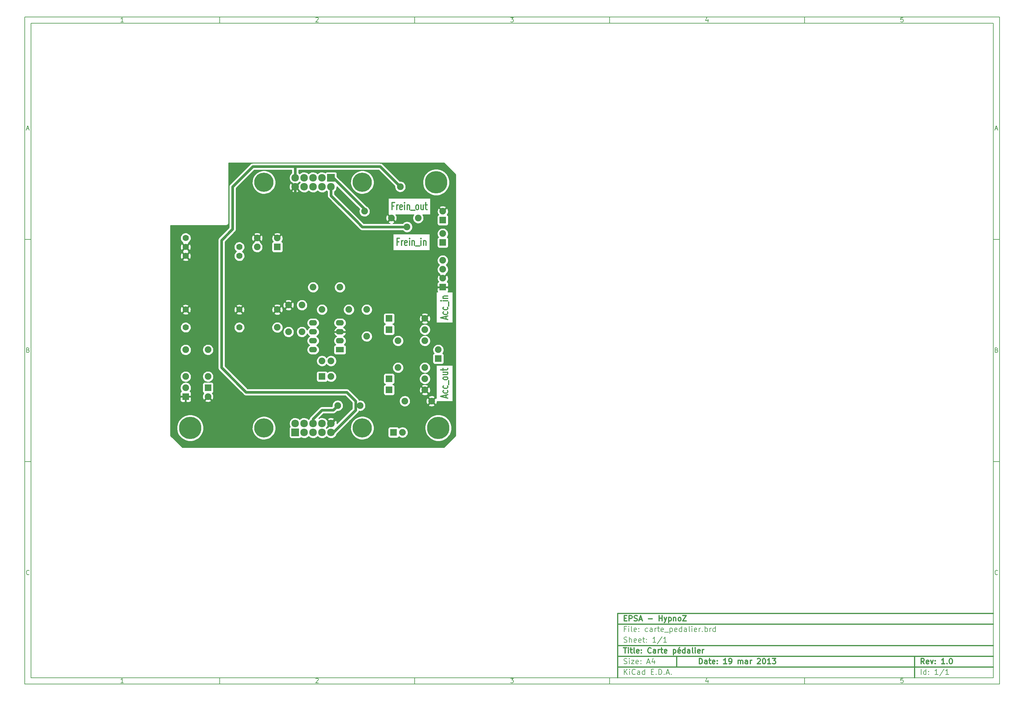
<source format=gtl>
G04 (created by PCBNEW-RS274X (2012-01-19 BZR 3256)-stable) date 19/03/2013 14:37:20*
G01*
G70*
G90*
%MOIN*%
G04 Gerber Fmt 3.4, Leading zero omitted, Abs format*
%FSLAX34Y34*%
G04 APERTURE LIST*
%ADD10C,0.006000*%
%ADD11C,0.012000*%
%ADD12C,0.215000*%
%ADD13R,0.085000X0.085000*%
%ADD14C,0.085000*%
%ADD15C,0.075000*%
%ADD16R,0.075000X0.075000*%
%ADD17C,0.070000*%
%ADD18R,0.090000X0.062000*%
%ADD19O,0.090000X0.062000*%
%ADD20C,0.250000*%
%ADD21C,0.030000*%
%ADD22C,0.010000*%
G04 APERTURE END LIST*
G54D10*
X04000Y-04000D02*
X113000Y-04000D01*
X113000Y-78670D01*
X04000Y-78670D01*
X04000Y-04000D01*
X04700Y-04700D02*
X112300Y-04700D01*
X112300Y-77970D01*
X04700Y-77970D01*
X04700Y-04700D01*
X25800Y-04000D02*
X25800Y-04700D01*
X15043Y-04552D02*
X14757Y-04552D01*
X14900Y-04552D02*
X14900Y-04052D01*
X14852Y-04124D01*
X14805Y-04171D01*
X14757Y-04195D01*
X25800Y-78670D02*
X25800Y-77970D01*
X15043Y-78522D02*
X14757Y-78522D01*
X14900Y-78522D02*
X14900Y-78022D01*
X14852Y-78094D01*
X14805Y-78141D01*
X14757Y-78165D01*
X47600Y-04000D02*
X47600Y-04700D01*
X36557Y-04100D02*
X36581Y-04076D01*
X36629Y-04052D01*
X36748Y-04052D01*
X36795Y-04076D01*
X36819Y-04100D01*
X36843Y-04148D01*
X36843Y-04195D01*
X36819Y-04267D01*
X36533Y-04552D01*
X36843Y-04552D01*
X47600Y-78670D02*
X47600Y-77970D01*
X36557Y-78070D02*
X36581Y-78046D01*
X36629Y-78022D01*
X36748Y-78022D01*
X36795Y-78046D01*
X36819Y-78070D01*
X36843Y-78118D01*
X36843Y-78165D01*
X36819Y-78237D01*
X36533Y-78522D01*
X36843Y-78522D01*
X69400Y-04000D02*
X69400Y-04700D01*
X58333Y-04052D02*
X58643Y-04052D01*
X58476Y-04243D01*
X58548Y-04243D01*
X58595Y-04267D01*
X58619Y-04290D01*
X58643Y-04338D01*
X58643Y-04457D01*
X58619Y-04505D01*
X58595Y-04529D01*
X58548Y-04552D01*
X58405Y-04552D01*
X58357Y-04529D01*
X58333Y-04505D01*
X69400Y-78670D02*
X69400Y-77970D01*
X58333Y-78022D02*
X58643Y-78022D01*
X58476Y-78213D01*
X58548Y-78213D01*
X58595Y-78237D01*
X58619Y-78260D01*
X58643Y-78308D01*
X58643Y-78427D01*
X58619Y-78475D01*
X58595Y-78499D01*
X58548Y-78522D01*
X58405Y-78522D01*
X58357Y-78499D01*
X58333Y-78475D01*
X91200Y-04000D02*
X91200Y-04700D01*
X80395Y-04219D02*
X80395Y-04552D01*
X80276Y-04029D02*
X80157Y-04386D01*
X80467Y-04386D01*
X91200Y-78670D02*
X91200Y-77970D01*
X80395Y-78189D02*
X80395Y-78522D01*
X80276Y-77999D02*
X80157Y-78356D01*
X80467Y-78356D01*
X102219Y-04052D02*
X101981Y-04052D01*
X101957Y-04290D01*
X101981Y-04267D01*
X102029Y-04243D01*
X102148Y-04243D01*
X102195Y-04267D01*
X102219Y-04290D01*
X102243Y-04338D01*
X102243Y-04457D01*
X102219Y-04505D01*
X102195Y-04529D01*
X102148Y-04552D01*
X102029Y-04552D01*
X101981Y-04529D01*
X101957Y-04505D01*
X102219Y-78022D02*
X101981Y-78022D01*
X101957Y-78260D01*
X101981Y-78237D01*
X102029Y-78213D01*
X102148Y-78213D01*
X102195Y-78237D01*
X102219Y-78260D01*
X102243Y-78308D01*
X102243Y-78427D01*
X102219Y-78475D01*
X102195Y-78499D01*
X102148Y-78522D01*
X102029Y-78522D01*
X101981Y-78499D01*
X101957Y-78475D01*
X04000Y-28890D02*
X04700Y-28890D01*
X04231Y-16510D02*
X04469Y-16510D01*
X04184Y-16652D02*
X04350Y-16152D01*
X04517Y-16652D01*
X113000Y-28890D02*
X112300Y-28890D01*
X112531Y-16510D02*
X112769Y-16510D01*
X112484Y-16652D02*
X112650Y-16152D01*
X112817Y-16652D01*
X04000Y-53780D02*
X04700Y-53780D01*
X04386Y-41280D02*
X04457Y-41304D01*
X04481Y-41328D01*
X04505Y-41376D01*
X04505Y-41447D01*
X04481Y-41495D01*
X04457Y-41519D01*
X04410Y-41542D01*
X04219Y-41542D01*
X04219Y-41042D01*
X04386Y-41042D01*
X04433Y-41066D01*
X04457Y-41090D01*
X04481Y-41138D01*
X04481Y-41185D01*
X04457Y-41233D01*
X04433Y-41257D01*
X04386Y-41280D01*
X04219Y-41280D01*
X113000Y-53780D02*
X112300Y-53780D01*
X112686Y-41280D02*
X112757Y-41304D01*
X112781Y-41328D01*
X112805Y-41376D01*
X112805Y-41447D01*
X112781Y-41495D01*
X112757Y-41519D01*
X112710Y-41542D01*
X112519Y-41542D01*
X112519Y-41042D01*
X112686Y-41042D01*
X112733Y-41066D01*
X112757Y-41090D01*
X112781Y-41138D01*
X112781Y-41185D01*
X112757Y-41233D01*
X112733Y-41257D01*
X112686Y-41280D01*
X112519Y-41280D01*
X04505Y-66385D02*
X04481Y-66409D01*
X04410Y-66432D01*
X04362Y-66432D01*
X04290Y-66409D01*
X04243Y-66361D01*
X04219Y-66313D01*
X04195Y-66218D01*
X04195Y-66147D01*
X04219Y-66051D01*
X04243Y-66004D01*
X04290Y-65956D01*
X04362Y-65932D01*
X04410Y-65932D01*
X04481Y-65956D01*
X04505Y-65980D01*
X112805Y-66385D02*
X112781Y-66409D01*
X112710Y-66432D01*
X112662Y-66432D01*
X112590Y-66409D01*
X112543Y-66361D01*
X112519Y-66313D01*
X112495Y-66218D01*
X112495Y-66147D01*
X112519Y-66051D01*
X112543Y-66004D01*
X112590Y-65956D01*
X112662Y-65932D01*
X112710Y-65932D01*
X112781Y-65956D01*
X112805Y-65980D01*
G54D11*
X79443Y-76413D02*
X79443Y-75813D01*
X79586Y-75813D01*
X79671Y-75841D01*
X79729Y-75899D01*
X79757Y-75956D01*
X79786Y-76070D01*
X79786Y-76156D01*
X79757Y-76270D01*
X79729Y-76327D01*
X79671Y-76384D01*
X79586Y-76413D01*
X79443Y-76413D01*
X80300Y-76413D02*
X80300Y-76099D01*
X80271Y-76041D01*
X80214Y-76013D01*
X80100Y-76013D01*
X80043Y-76041D01*
X80300Y-76384D02*
X80243Y-76413D01*
X80100Y-76413D01*
X80043Y-76384D01*
X80014Y-76327D01*
X80014Y-76270D01*
X80043Y-76213D01*
X80100Y-76184D01*
X80243Y-76184D01*
X80300Y-76156D01*
X80500Y-76013D02*
X80729Y-76013D01*
X80586Y-75813D02*
X80586Y-76327D01*
X80614Y-76384D01*
X80672Y-76413D01*
X80729Y-76413D01*
X81157Y-76384D02*
X81100Y-76413D01*
X80986Y-76413D01*
X80929Y-76384D01*
X80900Y-76327D01*
X80900Y-76099D01*
X80929Y-76041D01*
X80986Y-76013D01*
X81100Y-76013D01*
X81157Y-76041D01*
X81186Y-76099D01*
X81186Y-76156D01*
X80900Y-76213D01*
X81443Y-76356D02*
X81471Y-76384D01*
X81443Y-76413D01*
X81414Y-76384D01*
X81443Y-76356D01*
X81443Y-76413D01*
X81443Y-76041D02*
X81471Y-76070D01*
X81443Y-76099D01*
X81414Y-76070D01*
X81443Y-76041D01*
X81443Y-76099D01*
X82500Y-76413D02*
X82157Y-76413D01*
X82329Y-76413D02*
X82329Y-75813D01*
X82272Y-75899D01*
X82214Y-75956D01*
X82157Y-75984D01*
X82785Y-76413D02*
X82900Y-76413D01*
X82957Y-76384D01*
X82985Y-76356D01*
X83043Y-76270D01*
X83071Y-76156D01*
X83071Y-75927D01*
X83043Y-75870D01*
X83014Y-75841D01*
X82957Y-75813D01*
X82843Y-75813D01*
X82785Y-75841D01*
X82757Y-75870D01*
X82728Y-75927D01*
X82728Y-76070D01*
X82757Y-76127D01*
X82785Y-76156D01*
X82843Y-76184D01*
X82957Y-76184D01*
X83014Y-76156D01*
X83043Y-76127D01*
X83071Y-76070D01*
X83785Y-76413D02*
X83785Y-76013D01*
X83785Y-76070D02*
X83813Y-76041D01*
X83871Y-76013D01*
X83956Y-76013D01*
X84013Y-76041D01*
X84042Y-76099D01*
X84042Y-76413D01*
X84042Y-76099D02*
X84071Y-76041D01*
X84128Y-76013D01*
X84213Y-76013D01*
X84271Y-76041D01*
X84299Y-76099D01*
X84299Y-76413D01*
X84842Y-76413D02*
X84842Y-76099D01*
X84813Y-76041D01*
X84756Y-76013D01*
X84642Y-76013D01*
X84585Y-76041D01*
X84842Y-76384D02*
X84785Y-76413D01*
X84642Y-76413D01*
X84585Y-76384D01*
X84556Y-76327D01*
X84556Y-76270D01*
X84585Y-76213D01*
X84642Y-76184D01*
X84785Y-76184D01*
X84842Y-76156D01*
X85128Y-76413D02*
X85128Y-76013D01*
X85128Y-76127D02*
X85156Y-76070D01*
X85185Y-76041D01*
X85242Y-76013D01*
X85299Y-76013D01*
X85927Y-75870D02*
X85956Y-75841D01*
X86013Y-75813D01*
X86156Y-75813D01*
X86213Y-75841D01*
X86242Y-75870D01*
X86270Y-75927D01*
X86270Y-75984D01*
X86242Y-76070D01*
X85899Y-76413D01*
X86270Y-76413D01*
X86641Y-75813D02*
X86698Y-75813D01*
X86755Y-75841D01*
X86784Y-75870D01*
X86813Y-75927D01*
X86841Y-76041D01*
X86841Y-76184D01*
X86813Y-76299D01*
X86784Y-76356D01*
X86755Y-76384D01*
X86698Y-76413D01*
X86641Y-76413D01*
X86584Y-76384D01*
X86555Y-76356D01*
X86527Y-76299D01*
X86498Y-76184D01*
X86498Y-76041D01*
X86527Y-75927D01*
X86555Y-75870D01*
X86584Y-75841D01*
X86641Y-75813D01*
X87412Y-76413D02*
X87069Y-76413D01*
X87241Y-76413D02*
X87241Y-75813D01*
X87184Y-75899D01*
X87126Y-75956D01*
X87069Y-75984D01*
X87612Y-75813D02*
X87983Y-75813D01*
X87783Y-76041D01*
X87869Y-76041D01*
X87926Y-76070D01*
X87955Y-76099D01*
X87983Y-76156D01*
X87983Y-76299D01*
X87955Y-76356D01*
X87926Y-76384D01*
X87869Y-76413D01*
X87697Y-76413D01*
X87640Y-76384D01*
X87612Y-76356D01*
G54D10*
X71043Y-77613D02*
X71043Y-77013D01*
X71386Y-77613D02*
X71129Y-77270D01*
X71386Y-77013D02*
X71043Y-77356D01*
X71643Y-77613D02*
X71643Y-77213D01*
X71643Y-77013D02*
X71614Y-77041D01*
X71643Y-77070D01*
X71671Y-77041D01*
X71643Y-77013D01*
X71643Y-77070D01*
X72272Y-77556D02*
X72243Y-77584D01*
X72157Y-77613D01*
X72100Y-77613D01*
X72015Y-77584D01*
X71957Y-77527D01*
X71929Y-77470D01*
X71900Y-77356D01*
X71900Y-77270D01*
X71929Y-77156D01*
X71957Y-77099D01*
X72015Y-77041D01*
X72100Y-77013D01*
X72157Y-77013D01*
X72243Y-77041D01*
X72272Y-77070D01*
X72786Y-77613D02*
X72786Y-77299D01*
X72757Y-77241D01*
X72700Y-77213D01*
X72586Y-77213D01*
X72529Y-77241D01*
X72786Y-77584D02*
X72729Y-77613D01*
X72586Y-77613D01*
X72529Y-77584D01*
X72500Y-77527D01*
X72500Y-77470D01*
X72529Y-77413D01*
X72586Y-77384D01*
X72729Y-77384D01*
X72786Y-77356D01*
X73329Y-77613D02*
X73329Y-77013D01*
X73329Y-77584D02*
X73272Y-77613D01*
X73158Y-77613D01*
X73100Y-77584D01*
X73072Y-77556D01*
X73043Y-77499D01*
X73043Y-77327D01*
X73072Y-77270D01*
X73100Y-77241D01*
X73158Y-77213D01*
X73272Y-77213D01*
X73329Y-77241D01*
X74072Y-77299D02*
X74272Y-77299D01*
X74358Y-77613D02*
X74072Y-77613D01*
X74072Y-77013D01*
X74358Y-77013D01*
X74615Y-77556D02*
X74643Y-77584D01*
X74615Y-77613D01*
X74586Y-77584D01*
X74615Y-77556D01*
X74615Y-77613D01*
X74901Y-77613D02*
X74901Y-77013D01*
X75044Y-77013D01*
X75129Y-77041D01*
X75187Y-77099D01*
X75215Y-77156D01*
X75244Y-77270D01*
X75244Y-77356D01*
X75215Y-77470D01*
X75187Y-77527D01*
X75129Y-77584D01*
X75044Y-77613D01*
X74901Y-77613D01*
X75501Y-77556D02*
X75529Y-77584D01*
X75501Y-77613D01*
X75472Y-77584D01*
X75501Y-77556D01*
X75501Y-77613D01*
X75758Y-77441D02*
X76044Y-77441D01*
X75701Y-77613D02*
X75901Y-77013D01*
X76101Y-77613D01*
X76301Y-77556D02*
X76329Y-77584D01*
X76301Y-77613D01*
X76272Y-77584D01*
X76301Y-77556D01*
X76301Y-77613D01*
G54D11*
X104586Y-76413D02*
X104386Y-76127D01*
X104243Y-76413D02*
X104243Y-75813D01*
X104471Y-75813D01*
X104529Y-75841D01*
X104557Y-75870D01*
X104586Y-75927D01*
X104586Y-76013D01*
X104557Y-76070D01*
X104529Y-76099D01*
X104471Y-76127D01*
X104243Y-76127D01*
X105071Y-76384D02*
X105014Y-76413D01*
X104900Y-76413D01*
X104843Y-76384D01*
X104814Y-76327D01*
X104814Y-76099D01*
X104843Y-76041D01*
X104900Y-76013D01*
X105014Y-76013D01*
X105071Y-76041D01*
X105100Y-76099D01*
X105100Y-76156D01*
X104814Y-76213D01*
X105300Y-76013D02*
X105443Y-76413D01*
X105585Y-76013D01*
X105814Y-76356D02*
X105842Y-76384D01*
X105814Y-76413D01*
X105785Y-76384D01*
X105814Y-76356D01*
X105814Y-76413D01*
X105814Y-76041D02*
X105842Y-76070D01*
X105814Y-76099D01*
X105785Y-76070D01*
X105814Y-76041D01*
X105814Y-76099D01*
X106871Y-76413D02*
X106528Y-76413D01*
X106700Y-76413D02*
X106700Y-75813D01*
X106643Y-75899D01*
X106585Y-75956D01*
X106528Y-75984D01*
X107128Y-76356D02*
X107156Y-76384D01*
X107128Y-76413D01*
X107099Y-76384D01*
X107128Y-76356D01*
X107128Y-76413D01*
X107528Y-75813D02*
X107585Y-75813D01*
X107642Y-75841D01*
X107671Y-75870D01*
X107700Y-75927D01*
X107728Y-76041D01*
X107728Y-76184D01*
X107700Y-76299D01*
X107671Y-76356D01*
X107642Y-76384D01*
X107585Y-76413D01*
X107528Y-76413D01*
X107471Y-76384D01*
X107442Y-76356D01*
X107414Y-76299D01*
X107385Y-76184D01*
X107385Y-76041D01*
X107414Y-75927D01*
X107442Y-75870D01*
X107471Y-75841D01*
X107528Y-75813D01*
G54D10*
X71014Y-76384D02*
X71100Y-76413D01*
X71243Y-76413D01*
X71300Y-76384D01*
X71329Y-76356D01*
X71357Y-76299D01*
X71357Y-76241D01*
X71329Y-76184D01*
X71300Y-76156D01*
X71243Y-76127D01*
X71129Y-76099D01*
X71071Y-76070D01*
X71043Y-76041D01*
X71014Y-75984D01*
X71014Y-75927D01*
X71043Y-75870D01*
X71071Y-75841D01*
X71129Y-75813D01*
X71271Y-75813D01*
X71357Y-75841D01*
X71614Y-76413D02*
X71614Y-76013D01*
X71614Y-75813D02*
X71585Y-75841D01*
X71614Y-75870D01*
X71642Y-75841D01*
X71614Y-75813D01*
X71614Y-75870D01*
X71843Y-76013D02*
X72157Y-76013D01*
X71843Y-76413D01*
X72157Y-76413D01*
X72614Y-76384D02*
X72557Y-76413D01*
X72443Y-76413D01*
X72386Y-76384D01*
X72357Y-76327D01*
X72357Y-76099D01*
X72386Y-76041D01*
X72443Y-76013D01*
X72557Y-76013D01*
X72614Y-76041D01*
X72643Y-76099D01*
X72643Y-76156D01*
X72357Y-76213D01*
X72900Y-76356D02*
X72928Y-76384D01*
X72900Y-76413D01*
X72871Y-76384D01*
X72900Y-76356D01*
X72900Y-76413D01*
X72900Y-76041D02*
X72928Y-76070D01*
X72900Y-76099D01*
X72871Y-76070D01*
X72900Y-76041D01*
X72900Y-76099D01*
X73614Y-76241D02*
X73900Y-76241D01*
X73557Y-76413D02*
X73757Y-75813D01*
X73957Y-76413D01*
X74414Y-76013D02*
X74414Y-76413D01*
X74271Y-75784D02*
X74128Y-76213D01*
X74500Y-76213D01*
X104243Y-77613D02*
X104243Y-77013D01*
X104786Y-77613D02*
X104786Y-77013D01*
X104786Y-77584D02*
X104729Y-77613D01*
X104615Y-77613D01*
X104557Y-77584D01*
X104529Y-77556D01*
X104500Y-77499D01*
X104500Y-77327D01*
X104529Y-77270D01*
X104557Y-77241D01*
X104615Y-77213D01*
X104729Y-77213D01*
X104786Y-77241D01*
X105072Y-77556D02*
X105100Y-77584D01*
X105072Y-77613D01*
X105043Y-77584D01*
X105072Y-77556D01*
X105072Y-77613D01*
X105072Y-77241D02*
X105100Y-77270D01*
X105072Y-77299D01*
X105043Y-77270D01*
X105072Y-77241D01*
X105072Y-77299D01*
X106129Y-77613D02*
X105786Y-77613D01*
X105958Y-77613D02*
X105958Y-77013D01*
X105901Y-77099D01*
X105843Y-77156D01*
X105786Y-77184D01*
X106814Y-76984D02*
X106300Y-77756D01*
X107329Y-77613D02*
X106986Y-77613D01*
X107158Y-77613D02*
X107158Y-77013D01*
X107101Y-77099D01*
X107043Y-77156D01*
X106986Y-77184D01*
G54D11*
X70957Y-74613D02*
X71300Y-74613D01*
X71129Y-75213D02*
X71129Y-74613D01*
X71500Y-75213D02*
X71500Y-74813D01*
X71500Y-74613D02*
X71471Y-74641D01*
X71500Y-74670D01*
X71528Y-74641D01*
X71500Y-74613D01*
X71500Y-74670D01*
X71700Y-74813D02*
X71929Y-74813D01*
X71786Y-74613D02*
X71786Y-75127D01*
X71814Y-75184D01*
X71872Y-75213D01*
X71929Y-75213D01*
X72215Y-75213D02*
X72157Y-75184D01*
X72129Y-75127D01*
X72129Y-74613D01*
X72671Y-75184D02*
X72614Y-75213D01*
X72500Y-75213D01*
X72443Y-75184D01*
X72414Y-75127D01*
X72414Y-74899D01*
X72443Y-74841D01*
X72500Y-74813D01*
X72614Y-74813D01*
X72671Y-74841D01*
X72700Y-74899D01*
X72700Y-74956D01*
X72414Y-75013D01*
X72957Y-75156D02*
X72985Y-75184D01*
X72957Y-75213D01*
X72928Y-75184D01*
X72957Y-75156D01*
X72957Y-75213D01*
X72957Y-74841D02*
X72985Y-74870D01*
X72957Y-74899D01*
X72928Y-74870D01*
X72957Y-74841D01*
X72957Y-74899D01*
X74043Y-75156D02*
X74014Y-75184D01*
X73928Y-75213D01*
X73871Y-75213D01*
X73786Y-75184D01*
X73728Y-75127D01*
X73700Y-75070D01*
X73671Y-74956D01*
X73671Y-74870D01*
X73700Y-74756D01*
X73728Y-74699D01*
X73786Y-74641D01*
X73871Y-74613D01*
X73928Y-74613D01*
X74014Y-74641D01*
X74043Y-74670D01*
X74557Y-75213D02*
X74557Y-74899D01*
X74528Y-74841D01*
X74471Y-74813D01*
X74357Y-74813D01*
X74300Y-74841D01*
X74557Y-75184D02*
X74500Y-75213D01*
X74357Y-75213D01*
X74300Y-75184D01*
X74271Y-75127D01*
X74271Y-75070D01*
X74300Y-75013D01*
X74357Y-74984D01*
X74500Y-74984D01*
X74557Y-74956D01*
X74843Y-75213D02*
X74843Y-74813D01*
X74843Y-74927D02*
X74871Y-74870D01*
X74900Y-74841D01*
X74957Y-74813D01*
X75014Y-74813D01*
X75128Y-74813D02*
X75357Y-74813D01*
X75214Y-74613D02*
X75214Y-75127D01*
X75242Y-75184D01*
X75300Y-75213D01*
X75357Y-75213D01*
X75785Y-75184D02*
X75728Y-75213D01*
X75614Y-75213D01*
X75557Y-75184D01*
X75528Y-75127D01*
X75528Y-74899D01*
X75557Y-74841D01*
X75614Y-74813D01*
X75728Y-74813D01*
X75785Y-74841D01*
X75814Y-74899D01*
X75814Y-74956D01*
X75528Y-75013D01*
X76528Y-74813D02*
X76528Y-75413D01*
X76528Y-74841D02*
X76585Y-74813D01*
X76699Y-74813D01*
X76756Y-74841D01*
X76785Y-74870D01*
X76814Y-74927D01*
X76814Y-75099D01*
X76785Y-75156D01*
X76756Y-75184D01*
X76699Y-75213D01*
X76585Y-75213D01*
X76528Y-75184D01*
X77299Y-75184D02*
X77242Y-75213D01*
X77128Y-75213D01*
X77071Y-75184D01*
X77042Y-75127D01*
X77042Y-74899D01*
X77071Y-74841D01*
X77128Y-74813D01*
X77242Y-74813D01*
X77299Y-74841D01*
X77328Y-74899D01*
X77328Y-74956D01*
X77042Y-75013D01*
X77242Y-74584D02*
X77157Y-74670D01*
X77842Y-75213D02*
X77842Y-74613D01*
X77842Y-75184D02*
X77785Y-75213D01*
X77671Y-75213D01*
X77613Y-75184D01*
X77585Y-75156D01*
X77556Y-75099D01*
X77556Y-74927D01*
X77585Y-74870D01*
X77613Y-74841D01*
X77671Y-74813D01*
X77785Y-74813D01*
X77842Y-74841D01*
X78385Y-75213D02*
X78385Y-74899D01*
X78356Y-74841D01*
X78299Y-74813D01*
X78185Y-74813D01*
X78128Y-74841D01*
X78385Y-75184D02*
X78328Y-75213D01*
X78185Y-75213D01*
X78128Y-75184D01*
X78099Y-75127D01*
X78099Y-75070D01*
X78128Y-75013D01*
X78185Y-74984D01*
X78328Y-74984D01*
X78385Y-74956D01*
X78757Y-75213D02*
X78699Y-75184D01*
X78671Y-75127D01*
X78671Y-74613D01*
X78985Y-75213D02*
X78985Y-74813D01*
X78985Y-74613D02*
X78956Y-74641D01*
X78985Y-74670D01*
X79013Y-74641D01*
X78985Y-74613D01*
X78985Y-74670D01*
X79499Y-75184D02*
X79442Y-75213D01*
X79328Y-75213D01*
X79271Y-75184D01*
X79242Y-75127D01*
X79242Y-74899D01*
X79271Y-74841D01*
X79328Y-74813D01*
X79442Y-74813D01*
X79499Y-74841D01*
X79528Y-74899D01*
X79528Y-74956D01*
X79242Y-75013D01*
X79785Y-75213D02*
X79785Y-74813D01*
X79785Y-74927D02*
X79813Y-74870D01*
X79842Y-74841D01*
X79899Y-74813D01*
X79956Y-74813D01*
G54D10*
X71243Y-72499D02*
X71043Y-72499D01*
X71043Y-72813D02*
X71043Y-72213D01*
X71329Y-72213D01*
X71557Y-72813D02*
X71557Y-72413D01*
X71557Y-72213D02*
X71528Y-72241D01*
X71557Y-72270D01*
X71585Y-72241D01*
X71557Y-72213D01*
X71557Y-72270D01*
X71929Y-72813D02*
X71871Y-72784D01*
X71843Y-72727D01*
X71843Y-72213D01*
X72385Y-72784D02*
X72328Y-72813D01*
X72214Y-72813D01*
X72157Y-72784D01*
X72128Y-72727D01*
X72128Y-72499D01*
X72157Y-72441D01*
X72214Y-72413D01*
X72328Y-72413D01*
X72385Y-72441D01*
X72414Y-72499D01*
X72414Y-72556D01*
X72128Y-72613D01*
X72671Y-72756D02*
X72699Y-72784D01*
X72671Y-72813D01*
X72642Y-72784D01*
X72671Y-72756D01*
X72671Y-72813D01*
X72671Y-72441D02*
X72699Y-72470D01*
X72671Y-72499D01*
X72642Y-72470D01*
X72671Y-72441D01*
X72671Y-72499D01*
X73671Y-72784D02*
X73614Y-72813D01*
X73500Y-72813D01*
X73442Y-72784D01*
X73414Y-72756D01*
X73385Y-72699D01*
X73385Y-72527D01*
X73414Y-72470D01*
X73442Y-72441D01*
X73500Y-72413D01*
X73614Y-72413D01*
X73671Y-72441D01*
X74185Y-72813D02*
X74185Y-72499D01*
X74156Y-72441D01*
X74099Y-72413D01*
X73985Y-72413D01*
X73928Y-72441D01*
X74185Y-72784D02*
X74128Y-72813D01*
X73985Y-72813D01*
X73928Y-72784D01*
X73899Y-72727D01*
X73899Y-72670D01*
X73928Y-72613D01*
X73985Y-72584D01*
X74128Y-72584D01*
X74185Y-72556D01*
X74471Y-72813D02*
X74471Y-72413D01*
X74471Y-72527D02*
X74499Y-72470D01*
X74528Y-72441D01*
X74585Y-72413D01*
X74642Y-72413D01*
X74756Y-72413D02*
X74985Y-72413D01*
X74842Y-72213D02*
X74842Y-72727D01*
X74870Y-72784D01*
X74928Y-72813D01*
X74985Y-72813D01*
X75413Y-72784D02*
X75356Y-72813D01*
X75242Y-72813D01*
X75185Y-72784D01*
X75156Y-72727D01*
X75156Y-72499D01*
X75185Y-72441D01*
X75242Y-72413D01*
X75356Y-72413D01*
X75413Y-72441D01*
X75442Y-72499D01*
X75442Y-72556D01*
X75156Y-72613D01*
X75556Y-72870D02*
X76013Y-72870D01*
X76156Y-72413D02*
X76156Y-73013D01*
X76156Y-72441D02*
X76213Y-72413D01*
X76327Y-72413D01*
X76384Y-72441D01*
X76413Y-72470D01*
X76442Y-72527D01*
X76442Y-72699D01*
X76413Y-72756D01*
X76384Y-72784D01*
X76327Y-72813D01*
X76213Y-72813D01*
X76156Y-72784D01*
X76927Y-72784D02*
X76870Y-72813D01*
X76756Y-72813D01*
X76699Y-72784D01*
X76670Y-72727D01*
X76670Y-72499D01*
X76699Y-72441D01*
X76756Y-72413D01*
X76870Y-72413D01*
X76927Y-72441D01*
X76956Y-72499D01*
X76956Y-72556D01*
X76670Y-72613D01*
X77470Y-72813D02*
X77470Y-72213D01*
X77470Y-72784D02*
X77413Y-72813D01*
X77299Y-72813D01*
X77241Y-72784D01*
X77213Y-72756D01*
X77184Y-72699D01*
X77184Y-72527D01*
X77213Y-72470D01*
X77241Y-72441D01*
X77299Y-72413D01*
X77413Y-72413D01*
X77470Y-72441D01*
X78013Y-72813D02*
X78013Y-72499D01*
X77984Y-72441D01*
X77927Y-72413D01*
X77813Y-72413D01*
X77756Y-72441D01*
X78013Y-72784D02*
X77956Y-72813D01*
X77813Y-72813D01*
X77756Y-72784D01*
X77727Y-72727D01*
X77727Y-72670D01*
X77756Y-72613D01*
X77813Y-72584D01*
X77956Y-72584D01*
X78013Y-72556D01*
X78385Y-72813D02*
X78327Y-72784D01*
X78299Y-72727D01*
X78299Y-72213D01*
X78613Y-72813D02*
X78613Y-72413D01*
X78613Y-72213D02*
X78584Y-72241D01*
X78613Y-72270D01*
X78641Y-72241D01*
X78613Y-72213D01*
X78613Y-72270D01*
X79127Y-72784D02*
X79070Y-72813D01*
X78956Y-72813D01*
X78899Y-72784D01*
X78870Y-72727D01*
X78870Y-72499D01*
X78899Y-72441D01*
X78956Y-72413D01*
X79070Y-72413D01*
X79127Y-72441D01*
X79156Y-72499D01*
X79156Y-72556D01*
X78870Y-72613D01*
X79413Y-72813D02*
X79413Y-72413D01*
X79413Y-72527D02*
X79441Y-72470D01*
X79470Y-72441D01*
X79527Y-72413D01*
X79584Y-72413D01*
X79784Y-72756D02*
X79812Y-72784D01*
X79784Y-72813D01*
X79755Y-72784D01*
X79784Y-72756D01*
X79784Y-72813D01*
X80070Y-72813D02*
X80070Y-72213D01*
X80070Y-72441D02*
X80127Y-72413D01*
X80241Y-72413D01*
X80298Y-72441D01*
X80327Y-72470D01*
X80356Y-72527D01*
X80356Y-72699D01*
X80327Y-72756D01*
X80298Y-72784D01*
X80241Y-72813D01*
X80127Y-72813D01*
X80070Y-72784D01*
X80613Y-72813D02*
X80613Y-72413D01*
X80613Y-72527D02*
X80641Y-72470D01*
X80670Y-72441D01*
X80727Y-72413D01*
X80784Y-72413D01*
X81241Y-72813D02*
X81241Y-72213D01*
X81241Y-72784D02*
X81184Y-72813D01*
X81070Y-72813D01*
X81012Y-72784D01*
X80984Y-72756D01*
X80955Y-72699D01*
X80955Y-72527D01*
X80984Y-72470D01*
X81012Y-72441D01*
X81070Y-72413D01*
X81184Y-72413D01*
X81241Y-72441D01*
X71014Y-73984D02*
X71100Y-74013D01*
X71243Y-74013D01*
X71300Y-73984D01*
X71329Y-73956D01*
X71357Y-73899D01*
X71357Y-73841D01*
X71329Y-73784D01*
X71300Y-73756D01*
X71243Y-73727D01*
X71129Y-73699D01*
X71071Y-73670D01*
X71043Y-73641D01*
X71014Y-73584D01*
X71014Y-73527D01*
X71043Y-73470D01*
X71071Y-73441D01*
X71129Y-73413D01*
X71271Y-73413D01*
X71357Y-73441D01*
X71614Y-74013D02*
X71614Y-73413D01*
X71871Y-74013D02*
X71871Y-73699D01*
X71842Y-73641D01*
X71785Y-73613D01*
X71700Y-73613D01*
X71642Y-73641D01*
X71614Y-73670D01*
X72385Y-73984D02*
X72328Y-74013D01*
X72214Y-74013D01*
X72157Y-73984D01*
X72128Y-73927D01*
X72128Y-73699D01*
X72157Y-73641D01*
X72214Y-73613D01*
X72328Y-73613D01*
X72385Y-73641D01*
X72414Y-73699D01*
X72414Y-73756D01*
X72128Y-73813D01*
X72899Y-73984D02*
X72842Y-74013D01*
X72728Y-74013D01*
X72671Y-73984D01*
X72642Y-73927D01*
X72642Y-73699D01*
X72671Y-73641D01*
X72728Y-73613D01*
X72842Y-73613D01*
X72899Y-73641D01*
X72928Y-73699D01*
X72928Y-73756D01*
X72642Y-73813D01*
X73099Y-73613D02*
X73328Y-73613D01*
X73185Y-73413D02*
X73185Y-73927D01*
X73213Y-73984D01*
X73271Y-74013D01*
X73328Y-74013D01*
X73528Y-73956D02*
X73556Y-73984D01*
X73528Y-74013D01*
X73499Y-73984D01*
X73528Y-73956D01*
X73528Y-74013D01*
X73528Y-73641D02*
X73556Y-73670D01*
X73528Y-73699D01*
X73499Y-73670D01*
X73528Y-73641D01*
X73528Y-73699D01*
X74585Y-74013D02*
X74242Y-74013D01*
X74414Y-74013D02*
X74414Y-73413D01*
X74357Y-73499D01*
X74299Y-73556D01*
X74242Y-73584D01*
X75270Y-73384D02*
X74756Y-74156D01*
X75785Y-74013D02*
X75442Y-74013D01*
X75614Y-74013D02*
X75614Y-73413D01*
X75557Y-73499D01*
X75499Y-73556D01*
X75442Y-73584D01*
G54D11*
X71043Y-71299D02*
X71243Y-71299D01*
X71329Y-71613D02*
X71043Y-71613D01*
X71043Y-71013D01*
X71329Y-71013D01*
X71586Y-71613D02*
X71586Y-71013D01*
X71814Y-71013D01*
X71872Y-71041D01*
X71900Y-71070D01*
X71929Y-71127D01*
X71929Y-71213D01*
X71900Y-71270D01*
X71872Y-71299D01*
X71814Y-71327D01*
X71586Y-71327D01*
X72157Y-71584D02*
X72243Y-71613D01*
X72386Y-71613D01*
X72443Y-71584D01*
X72472Y-71556D01*
X72500Y-71499D01*
X72500Y-71441D01*
X72472Y-71384D01*
X72443Y-71356D01*
X72386Y-71327D01*
X72272Y-71299D01*
X72214Y-71270D01*
X72186Y-71241D01*
X72157Y-71184D01*
X72157Y-71127D01*
X72186Y-71070D01*
X72214Y-71041D01*
X72272Y-71013D01*
X72414Y-71013D01*
X72500Y-71041D01*
X72728Y-71441D02*
X73014Y-71441D01*
X72671Y-71613D02*
X72871Y-71013D01*
X73071Y-71613D01*
X73728Y-71384D02*
X74185Y-71384D01*
X74928Y-71613D02*
X74928Y-71013D01*
X74928Y-71299D02*
X75271Y-71299D01*
X75271Y-71613D02*
X75271Y-71013D01*
X75500Y-71213D02*
X75643Y-71613D01*
X75785Y-71213D02*
X75643Y-71613D01*
X75585Y-71756D01*
X75557Y-71784D01*
X75500Y-71813D01*
X76014Y-71213D02*
X76014Y-71813D01*
X76014Y-71241D02*
X76071Y-71213D01*
X76185Y-71213D01*
X76242Y-71241D01*
X76271Y-71270D01*
X76300Y-71327D01*
X76300Y-71499D01*
X76271Y-71556D01*
X76242Y-71584D01*
X76185Y-71613D01*
X76071Y-71613D01*
X76014Y-71584D01*
X76557Y-71213D02*
X76557Y-71613D01*
X76557Y-71270D02*
X76585Y-71241D01*
X76643Y-71213D01*
X76728Y-71213D01*
X76785Y-71241D01*
X76814Y-71299D01*
X76814Y-71613D01*
X77186Y-71613D02*
X77128Y-71584D01*
X77100Y-71556D01*
X77071Y-71499D01*
X77071Y-71327D01*
X77100Y-71270D01*
X77128Y-71241D01*
X77186Y-71213D01*
X77271Y-71213D01*
X77328Y-71241D01*
X77357Y-71270D01*
X77386Y-71327D01*
X77386Y-71499D01*
X77357Y-71556D01*
X77328Y-71584D01*
X77271Y-71613D01*
X77186Y-71613D01*
X77586Y-71013D02*
X77986Y-71013D01*
X77586Y-71613D01*
X77986Y-71613D01*
X70300Y-70770D02*
X70300Y-77970D01*
X70300Y-71970D02*
X112300Y-71970D01*
X70300Y-70770D02*
X112300Y-70770D01*
X70300Y-74370D02*
X112300Y-74370D01*
X103500Y-75570D02*
X103500Y-77970D01*
X70300Y-76770D02*
X112300Y-76770D01*
X70300Y-75570D02*
X112300Y-75570D01*
X76900Y-75570D02*
X76900Y-76770D01*
X45286Y-25155D02*
X45086Y-25155D01*
X45086Y-25574D02*
X45086Y-24774D01*
X45372Y-24774D01*
X45600Y-25574D02*
X45600Y-25040D01*
X45600Y-25193D02*
X45628Y-25117D01*
X45657Y-25079D01*
X45714Y-25040D01*
X45771Y-25040D01*
X46199Y-25536D02*
X46142Y-25574D01*
X46028Y-25574D01*
X45971Y-25536D01*
X45942Y-25460D01*
X45942Y-25155D01*
X45971Y-25079D01*
X46028Y-25040D01*
X46142Y-25040D01*
X46199Y-25079D01*
X46228Y-25155D01*
X46228Y-25231D01*
X45942Y-25307D01*
X46485Y-25574D02*
X46485Y-25040D01*
X46485Y-24774D02*
X46456Y-24812D01*
X46485Y-24850D01*
X46513Y-24812D01*
X46485Y-24774D01*
X46485Y-24850D01*
X46771Y-25040D02*
X46771Y-25574D01*
X46771Y-25117D02*
X46799Y-25079D01*
X46857Y-25040D01*
X46942Y-25040D01*
X46999Y-25079D01*
X47028Y-25155D01*
X47028Y-25574D01*
X47171Y-25650D02*
X47628Y-25650D01*
X47857Y-25574D02*
X47799Y-25536D01*
X47771Y-25498D01*
X47742Y-25421D01*
X47742Y-25193D01*
X47771Y-25117D01*
X47799Y-25079D01*
X47857Y-25040D01*
X47942Y-25040D01*
X47999Y-25079D01*
X48028Y-25117D01*
X48057Y-25193D01*
X48057Y-25421D01*
X48028Y-25498D01*
X47999Y-25536D01*
X47942Y-25574D01*
X47857Y-25574D01*
X48571Y-25040D02*
X48571Y-25574D01*
X48314Y-25040D02*
X48314Y-25460D01*
X48342Y-25536D01*
X48400Y-25574D01*
X48485Y-25574D01*
X48542Y-25536D01*
X48571Y-25498D01*
X48771Y-25040D02*
X49000Y-25040D01*
X48857Y-24774D02*
X48857Y-25460D01*
X48885Y-25536D01*
X48943Y-25574D01*
X49000Y-25574D01*
X45836Y-29155D02*
X45636Y-29155D01*
X45636Y-29574D02*
X45636Y-28774D01*
X45922Y-28774D01*
X46150Y-29574D02*
X46150Y-29040D01*
X46150Y-29193D02*
X46178Y-29117D01*
X46207Y-29079D01*
X46264Y-29040D01*
X46321Y-29040D01*
X46749Y-29536D02*
X46692Y-29574D01*
X46578Y-29574D01*
X46521Y-29536D01*
X46492Y-29460D01*
X46492Y-29155D01*
X46521Y-29079D01*
X46578Y-29040D01*
X46692Y-29040D01*
X46749Y-29079D01*
X46778Y-29155D01*
X46778Y-29231D01*
X46492Y-29307D01*
X47035Y-29574D02*
X47035Y-29040D01*
X47035Y-28774D02*
X47006Y-28812D01*
X47035Y-28850D01*
X47063Y-28812D01*
X47035Y-28774D01*
X47035Y-28850D01*
X47321Y-29040D02*
X47321Y-29574D01*
X47321Y-29117D02*
X47349Y-29079D01*
X47407Y-29040D01*
X47492Y-29040D01*
X47549Y-29079D01*
X47578Y-29155D01*
X47578Y-29574D01*
X47721Y-29650D02*
X48178Y-29650D01*
X48321Y-29574D02*
X48321Y-29040D01*
X48321Y-28774D02*
X48292Y-28812D01*
X48321Y-28850D01*
X48349Y-28812D01*
X48321Y-28774D01*
X48321Y-28850D01*
X48607Y-29040D02*
X48607Y-29574D01*
X48607Y-29117D02*
X48635Y-29079D01*
X48693Y-29040D01*
X48778Y-29040D01*
X48835Y-29079D01*
X48864Y-29155D01*
X48864Y-29574D01*
X51095Y-46600D02*
X51095Y-46314D01*
X51324Y-46657D02*
X50524Y-46457D01*
X51324Y-46257D01*
X51286Y-45800D02*
X51324Y-45857D01*
X51324Y-45971D01*
X51286Y-46029D01*
X51248Y-46057D01*
X51171Y-46086D01*
X50943Y-46086D01*
X50867Y-46057D01*
X50829Y-46029D01*
X50790Y-45971D01*
X50790Y-45857D01*
X50829Y-45800D01*
X51286Y-45286D02*
X51324Y-45343D01*
X51324Y-45457D01*
X51286Y-45515D01*
X51248Y-45543D01*
X51171Y-45572D01*
X50943Y-45572D01*
X50867Y-45543D01*
X50829Y-45515D01*
X50790Y-45457D01*
X50790Y-45343D01*
X50829Y-45286D01*
X51400Y-45172D02*
X51400Y-44715D01*
X51324Y-44486D02*
X51286Y-44544D01*
X51248Y-44572D01*
X51171Y-44601D01*
X50943Y-44601D01*
X50867Y-44572D01*
X50829Y-44544D01*
X50790Y-44486D01*
X50790Y-44401D01*
X50829Y-44344D01*
X50867Y-44315D01*
X50943Y-44286D01*
X51171Y-44286D01*
X51248Y-44315D01*
X51286Y-44344D01*
X51324Y-44401D01*
X51324Y-44486D01*
X50790Y-43772D02*
X51324Y-43772D01*
X50790Y-44029D02*
X51210Y-44029D01*
X51286Y-44001D01*
X51324Y-43943D01*
X51324Y-43858D01*
X51286Y-43801D01*
X51248Y-43772D01*
X50790Y-43572D02*
X50790Y-43343D01*
X50524Y-43486D02*
X51210Y-43486D01*
X51286Y-43458D01*
X51324Y-43400D01*
X51324Y-43343D01*
X51095Y-37800D02*
X51095Y-37514D01*
X51324Y-37857D02*
X50524Y-37657D01*
X51324Y-37457D01*
X51286Y-37000D02*
X51324Y-37057D01*
X51324Y-37171D01*
X51286Y-37229D01*
X51248Y-37257D01*
X51171Y-37286D01*
X50943Y-37286D01*
X50867Y-37257D01*
X50829Y-37229D01*
X50790Y-37171D01*
X50790Y-37057D01*
X50829Y-37000D01*
X51286Y-36486D02*
X51324Y-36543D01*
X51324Y-36657D01*
X51286Y-36715D01*
X51248Y-36743D01*
X51171Y-36772D01*
X50943Y-36772D01*
X50867Y-36743D01*
X50829Y-36715D01*
X50790Y-36657D01*
X50790Y-36543D01*
X50829Y-36486D01*
X51400Y-36372D02*
X51400Y-35915D01*
X51324Y-35772D02*
X50790Y-35772D01*
X50524Y-35772D02*
X50562Y-35801D01*
X50600Y-35772D01*
X50562Y-35744D01*
X50524Y-35772D01*
X50600Y-35772D01*
X50790Y-35486D02*
X51324Y-35486D01*
X50867Y-35486D02*
X50829Y-35458D01*
X50790Y-35400D01*
X50790Y-35315D01*
X50829Y-35258D01*
X50905Y-35229D01*
X51324Y-35229D01*
G54D12*
X30750Y-50000D03*
X41750Y-50000D03*
G54D13*
X34250Y-50500D03*
G54D14*
X34250Y-49500D03*
X35250Y-50500D03*
X35250Y-49500D03*
X36250Y-50500D03*
X36250Y-49500D03*
X37250Y-50500D03*
X37250Y-49500D03*
X38250Y-50500D03*
X38250Y-49500D03*
G54D12*
X41750Y-22500D03*
X30750Y-22500D03*
G54D13*
X38250Y-22000D03*
G54D14*
X38250Y-23000D03*
X37250Y-22000D03*
X37250Y-23000D03*
X36250Y-22000D03*
X36250Y-23000D03*
X35250Y-22000D03*
X35250Y-23000D03*
X34250Y-22000D03*
X34250Y-23000D03*
G54D15*
X37250Y-42500D03*
X38250Y-42500D03*
X30000Y-29750D03*
X30000Y-28750D03*
G54D16*
X37250Y-44250D03*
G54D15*
X38250Y-44250D03*
G54D16*
X32250Y-29750D03*
G54D15*
X32250Y-28750D03*
X32250Y-38750D03*
X32250Y-36750D03*
X48750Y-37750D03*
G54D16*
X44750Y-37750D03*
G54D15*
X48750Y-45750D03*
G54D16*
X44750Y-45750D03*
G54D15*
X48750Y-39000D03*
G54D16*
X44750Y-39000D03*
G54D15*
X48750Y-44500D03*
G54D16*
X44750Y-44500D03*
X50750Y-29250D03*
G54D15*
X50750Y-28250D03*
G54D16*
X50750Y-26750D03*
G54D15*
X50750Y-25750D03*
G54D16*
X45250Y-50500D03*
G54D15*
X46250Y-50500D03*
G54D16*
X50250Y-42250D03*
G54D15*
X50250Y-41250D03*
X50750Y-31250D03*
X50750Y-32250D03*
G54D16*
X50750Y-34250D03*
G54D15*
X50750Y-33250D03*
G54D16*
X22000Y-46500D03*
G54D15*
X22000Y-45500D03*
G54D16*
X24500Y-45500D03*
G54D15*
X24500Y-46500D03*
X24500Y-41250D03*
X24500Y-44250D03*
X46500Y-47000D03*
X49500Y-47000D03*
X48000Y-26500D03*
X45000Y-26500D03*
X22000Y-41250D03*
X22000Y-44250D03*
X40250Y-36750D03*
X37250Y-36750D03*
X48750Y-43250D03*
X45750Y-43250D03*
X48750Y-40250D03*
X45750Y-40250D03*
X35000Y-36250D03*
X35000Y-39250D03*
X33500Y-36250D03*
X33500Y-39250D03*
X36250Y-34250D03*
X39250Y-34250D03*
X42250Y-39750D03*
X42250Y-36750D03*
G54D17*
X22000Y-28750D03*
X22000Y-29750D03*
X22000Y-30750D03*
X22000Y-36750D03*
X22000Y-38750D03*
X28000Y-38750D03*
X28000Y-36750D03*
X28000Y-30750D03*
X28000Y-29750D03*
G54D18*
X39250Y-41250D03*
G54D19*
X39250Y-40250D03*
X39250Y-39250D03*
X39250Y-38250D03*
X36250Y-38250D03*
X36250Y-39250D03*
X36250Y-40250D03*
X36250Y-41250D03*
G54D20*
X50000Y-22500D03*
X50250Y-50000D03*
X22500Y-50000D03*
G54D15*
X46750Y-27500D03*
X39000Y-47500D03*
X42000Y-25750D03*
X40250Y-47500D03*
X32500Y-26000D03*
X41500Y-47500D03*
X46000Y-23000D03*
G54D21*
X41000Y-26750D02*
X41750Y-27500D01*
X38250Y-23000D02*
X38250Y-24000D01*
X38250Y-24000D02*
X41000Y-26750D01*
X41750Y-27500D02*
X46750Y-27500D01*
X36250Y-49000D02*
X37250Y-48000D01*
X38500Y-48000D02*
X39000Y-47500D01*
X36250Y-49500D02*
X36250Y-49000D01*
X37250Y-48000D02*
X38500Y-48000D01*
X38500Y-22000D02*
X38250Y-22000D01*
X42000Y-25500D02*
X42000Y-25750D01*
X38500Y-22000D02*
X42000Y-25500D01*
X34250Y-23000D02*
X34250Y-24250D01*
X34250Y-24250D02*
X32500Y-26000D01*
X38250Y-49500D02*
X40250Y-47500D01*
X34750Y-20750D02*
X35000Y-20750D01*
X27250Y-27750D02*
X26000Y-29000D01*
X26000Y-29000D02*
X26000Y-43250D01*
X26000Y-43250D02*
X28750Y-46000D01*
X34250Y-22000D02*
X34250Y-20750D01*
X28750Y-46000D02*
X40000Y-46000D01*
X40000Y-46000D02*
X41000Y-47000D01*
X34250Y-20750D02*
X34750Y-20750D01*
X40000Y-49000D02*
X41000Y-48000D01*
X41000Y-47500D02*
X41000Y-47000D01*
X34250Y-20750D02*
X29500Y-20750D01*
X29500Y-20750D02*
X27250Y-23000D01*
X27250Y-23000D02*
X27250Y-27750D01*
X35000Y-20750D02*
X43750Y-20750D01*
X43750Y-20750D02*
X46000Y-23000D01*
X38250Y-50500D02*
X38500Y-50500D01*
X38500Y-50500D02*
X40000Y-49000D01*
X41000Y-47500D02*
X41500Y-47500D01*
X41000Y-48000D02*
X41000Y-47500D01*
G54D10*
G36*
X52175Y-50865D02*
X51870Y-51170D01*
X51870Y-47024D01*
X51870Y-42976D01*
X51870Y-38224D01*
X51870Y-34776D01*
X51500Y-34776D01*
X51500Y-22353D01*
X51443Y-22064D01*
X51331Y-21792D01*
X51168Y-21547D01*
X50961Y-21339D01*
X50717Y-21174D01*
X50446Y-21060D01*
X50158Y-21001D01*
X49863Y-20999D01*
X49575Y-21054D01*
X49302Y-21164D01*
X49056Y-21325D01*
X48845Y-21531D01*
X48679Y-21774D01*
X48563Y-22044D01*
X48502Y-22332D01*
X48498Y-22626D01*
X48551Y-22915D01*
X48659Y-23189D01*
X48819Y-23436D01*
X49023Y-23648D01*
X49265Y-23816D01*
X49534Y-23933D01*
X49821Y-23997D01*
X50116Y-24003D01*
X50405Y-23952D01*
X50679Y-23845D01*
X50928Y-23688D01*
X51141Y-23485D01*
X51310Y-23245D01*
X51430Y-22976D01*
X51495Y-22689D01*
X51500Y-22353D01*
X51500Y-34776D01*
X51324Y-34776D01*
X51347Y-34742D01*
X51366Y-34697D01*
X51375Y-34649D01*
X51375Y-34362D01*
X51375Y-34138D01*
X51375Y-33851D01*
X51375Y-32189D01*
X51351Y-32069D01*
X51305Y-31955D01*
X51237Y-31853D01*
X51150Y-31766D01*
X51127Y-31750D01*
X51136Y-31745D01*
X51225Y-31661D01*
X51296Y-31560D01*
X51346Y-31448D01*
X51373Y-31329D01*
X51375Y-31189D01*
X51375Y-29652D01*
X51375Y-29603D01*
X51375Y-28851D01*
X51366Y-28803D01*
X51347Y-28758D01*
X51320Y-28717D01*
X51285Y-28682D01*
X51245Y-28654D01*
X51233Y-28649D01*
X51296Y-28560D01*
X51346Y-28448D01*
X51373Y-28329D01*
X51375Y-28189D01*
X51375Y-27152D01*
X51375Y-27103D01*
X51375Y-26351D01*
X51374Y-26345D01*
X51366Y-26303D01*
X51347Y-26258D01*
X51320Y-26217D01*
X51285Y-26182D01*
X51245Y-26154D01*
X51236Y-26150D01*
X51264Y-26123D01*
X51233Y-26092D01*
X51283Y-26075D01*
X51336Y-25966D01*
X51367Y-25848D01*
X51374Y-25726D01*
X51357Y-25605D01*
X51317Y-25490D01*
X51283Y-25425D01*
X51181Y-25389D01*
X51111Y-25459D01*
X51111Y-25319D01*
X51075Y-25217D01*
X50966Y-25164D01*
X50848Y-25133D01*
X50726Y-25126D01*
X50605Y-25143D01*
X50490Y-25183D01*
X50425Y-25217D01*
X50389Y-25319D01*
X50750Y-25679D01*
X51111Y-25319D01*
X51111Y-25459D01*
X50821Y-25750D01*
X50750Y-25821D01*
X50679Y-25750D01*
X50644Y-25715D01*
X50319Y-25389D01*
X50217Y-25425D01*
X50164Y-25534D01*
X50133Y-25652D01*
X50126Y-25774D01*
X50143Y-25895D01*
X50183Y-26010D01*
X50217Y-26075D01*
X50266Y-26092D01*
X50236Y-26123D01*
X50263Y-26150D01*
X50258Y-26153D01*
X50217Y-26180D01*
X50182Y-26215D01*
X50154Y-26255D01*
X50135Y-26300D01*
X50125Y-26348D01*
X50125Y-26397D01*
X50125Y-27149D01*
X50134Y-27197D01*
X50153Y-27242D01*
X50180Y-27283D01*
X50215Y-27318D01*
X50255Y-27346D01*
X50300Y-27365D01*
X50348Y-27375D01*
X50397Y-27375D01*
X51149Y-27375D01*
X51197Y-27366D01*
X51242Y-27347D01*
X51283Y-27320D01*
X51318Y-27285D01*
X51346Y-27245D01*
X51365Y-27200D01*
X51375Y-27152D01*
X51375Y-28189D01*
X51351Y-28069D01*
X51305Y-27955D01*
X51237Y-27853D01*
X51150Y-27766D01*
X51049Y-27698D01*
X50936Y-27650D01*
X50816Y-27625D01*
X50693Y-27625D01*
X50573Y-27648D01*
X50459Y-27693D01*
X50357Y-27760D01*
X50269Y-27846D01*
X50200Y-27947D01*
X50152Y-28060D01*
X50126Y-28180D01*
X50124Y-28302D01*
X50146Y-28423D01*
X50191Y-28537D01*
X50258Y-28640D01*
X50266Y-28649D01*
X50258Y-28653D01*
X50217Y-28680D01*
X50182Y-28715D01*
X50154Y-28755D01*
X50135Y-28800D01*
X50125Y-28848D01*
X50125Y-28897D01*
X50125Y-29649D01*
X50134Y-29697D01*
X50153Y-29742D01*
X50180Y-29783D01*
X50215Y-29818D01*
X50255Y-29846D01*
X50300Y-29865D01*
X50348Y-29875D01*
X50397Y-29875D01*
X51149Y-29875D01*
X51197Y-29866D01*
X51242Y-29847D01*
X51283Y-29820D01*
X51318Y-29785D01*
X51346Y-29745D01*
X51365Y-29700D01*
X51375Y-29652D01*
X51375Y-31189D01*
X51351Y-31069D01*
X51305Y-30955D01*
X51237Y-30853D01*
X51150Y-30766D01*
X51049Y-30698D01*
X50936Y-30650D01*
X50816Y-30625D01*
X50693Y-30625D01*
X50573Y-30648D01*
X50459Y-30693D01*
X50357Y-30760D01*
X50269Y-30846D01*
X50200Y-30947D01*
X50152Y-31060D01*
X50126Y-31180D01*
X50124Y-31302D01*
X50146Y-31423D01*
X50191Y-31537D01*
X50258Y-31640D01*
X50343Y-31728D01*
X50373Y-31749D01*
X50357Y-31760D01*
X50269Y-31846D01*
X50200Y-31947D01*
X50152Y-32060D01*
X50126Y-32180D01*
X50124Y-32302D01*
X50146Y-32423D01*
X50191Y-32537D01*
X50258Y-32640D01*
X50343Y-32728D01*
X50405Y-32771D01*
X50389Y-32819D01*
X50750Y-33179D01*
X51111Y-32819D01*
X51094Y-32771D01*
X51136Y-32745D01*
X51225Y-32661D01*
X51296Y-32560D01*
X51346Y-32448D01*
X51373Y-32329D01*
X51375Y-32189D01*
X51375Y-33851D01*
X51374Y-33845D01*
X51366Y-33803D01*
X51347Y-33758D01*
X51320Y-33717D01*
X51285Y-33682D01*
X51245Y-33654D01*
X51236Y-33650D01*
X51264Y-33623D01*
X51233Y-33592D01*
X51283Y-33575D01*
X51336Y-33466D01*
X51367Y-33348D01*
X51374Y-33226D01*
X51357Y-33105D01*
X51317Y-32990D01*
X51283Y-32925D01*
X51181Y-32889D01*
X50821Y-33250D01*
X50750Y-33321D01*
X50679Y-33250D01*
X50644Y-33215D01*
X50319Y-32889D01*
X50217Y-32925D01*
X50164Y-33034D01*
X50133Y-33152D01*
X50126Y-33274D01*
X50143Y-33395D01*
X50183Y-33510D01*
X50217Y-33575D01*
X50266Y-33592D01*
X50236Y-33623D01*
X50263Y-33650D01*
X50255Y-33654D01*
X50215Y-33682D01*
X50180Y-33717D01*
X50153Y-33758D01*
X50134Y-33803D01*
X50125Y-33851D01*
X50125Y-34138D01*
X50187Y-34200D01*
X50650Y-34200D01*
X50700Y-34200D01*
X50800Y-34200D01*
X50850Y-34200D01*
X51313Y-34200D01*
X51375Y-34138D01*
X51375Y-34362D01*
X51313Y-34300D01*
X50850Y-34300D01*
X50800Y-34300D01*
X50700Y-34300D01*
X50650Y-34300D01*
X50187Y-34300D01*
X50125Y-34362D01*
X50125Y-34649D01*
X50134Y-34697D01*
X50153Y-34742D01*
X50175Y-34776D01*
X50010Y-34776D01*
X50010Y-38224D01*
X51870Y-38224D01*
X51870Y-42976D01*
X50875Y-42976D01*
X50875Y-42652D01*
X50875Y-42603D01*
X50875Y-41851D01*
X50866Y-41803D01*
X50847Y-41758D01*
X50820Y-41717D01*
X50785Y-41682D01*
X50745Y-41654D01*
X50733Y-41649D01*
X50796Y-41560D01*
X50846Y-41448D01*
X50873Y-41329D01*
X50875Y-41189D01*
X50851Y-41069D01*
X50805Y-40955D01*
X50737Y-40853D01*
X50650Y-40766D01*
X50549Y-40698D01*
X50436Y-40650D01*
X50316Y-40625D01*
X50193Y-40625D01*
X50073Y-40648D01*
X49959Y-40693D01*
X49857Y-40760D01*
X49769Y-40846D01*
X49700Y-40947D01*
X49652Y-41060D01*
X49626Y-41180D01*
X49624Y-41302D01*
X49646Y-41423D01*
X49691Y-41537D01*
X49758Y-41640D01*
X49766Y-41649D01*
X49758Y-41653D01*
X49717Y-41680D01*
X49682Y-41715D01*
X49654Y-41755D01*
X49635Y-41800D01*
X49625Y-41848D01*
X49625Y-41897D01*
X49625Y-42649D01*
X49634Y-42697D01*
X49653Y-42742D01*
X49680Y-42783D01*
X49715Y-42818D01*
X49755Y-42846D01*
X49800Y-42865D01*
X49848Y-42875D01*
X49897Y-42875D01*
X50649Y-42875D01*
X50697Y-42866D01*
X50742Y-42847D01*
X50783Y-42820D01*
X50818Y-42785D01*
X50846Y-42745D01*
X50865Y-42700D01*
X50875Y-42652D01*
X50875Y-42976D01*
X50010Y-42976D01*
X50010Y-46666D01*
X49931Y-46639D01*
X49861Y-46709D01*
X49861Y-46569D01*
X49825Y-46467D01*
X49716Y-46414D01*
X49598Y-46383D01*
X49476Y-46376D01*
X49375Y-46390D01*
X49375Y-44439D01*
X49351Y-44319D01*
X49305Y-44205D01*
X49237Y-44103D01*
X49150Y-44016D01*
X49049Y-43948D01*
X48936Y-43900D01*
X48816Y-43875D01*
X48803Y-43875D01*
X48919Y-43855D01*
X49033Y-43811D01*
X49136Y-43745D01*
X49225Y-43661D01*
X49296Y-43560D01*
X49346Y-43448D01*
X49373Y-43329D01*
X49375Y-43189D01*
X49375Y-40189D01*
X49351Y-40069D01*
X49305Y-39955D01*
X49237Y-39853D01*
X49150Y-39766D01*
X49049Y-39698D01*
X48936Y-39650D01*
X48816Y-39625D01*
X48803Y-39625D01*
X48919Y-39605D01*
X49033Y-39561D01*
X49136Y-39495D01*
X49225Y-39411D01*
X49296Y-39310D01*
X49346Y-39198D01*
X49373Y-39079D01*
X49375Y-38939D01*
X49374Y-38934D01*
X49374Y-37726D01*
X49367Y-37676D01*
X49367Y-26120D01*
X49367Y-24260D01*
X44633Y-24260D01*
X44633Y-26120D01*
X44690Y-26120D01*
X44965Y-26394D01*
X45000Y-26429D01*
X45071Y-26500D01*
X45106Y-26535D01*
X45431Y-26861D01*
X45533Y-26825D01*
X45586Y-26716D01*
X45617Y-26598D01*
X45624Y-26476D01*
X45607Y-26355D01*
X45567Y-26240D01*
X45533Y-26175D01*
X45483Y-26157D01*
X45514Y-26127D01*
X45507Y-26120D01*
X47502Y-26120D01*
X47450Y-26197D01*
X47402Y-26310D01*
X47376Y-26430D01*
X47374Y-26552D01*
X47396Y-26673D01*
X47441Y-26787D01*
X47508Y-26890D01*
X47593Y-26978D01*
X47693Y-27048D01*
X47806Y-27097D01*
X47925Y-27124D01*
X48048Y-27126D01*
X48169Y-27105D01*
X48283Y-27061D01*
X48386Y-26995D01*
X48475Y-26911D01*
X48546Y-26810D01*
X48596Y-26698D01*
X48623Y-26579D01*
X48625Y-26439D01*
X48601Y-26319D01*
X48555Y-26205D01*
X48498Y-26120D01*
X49367Y-26120D01*
X49367Y-37676D01*
X49357Y-37605D01*
X49317Y-37490D01*
X49317Y-30120D01*
X49317Y-28260D01*
X47375Y-28260D01*
X47375Y-27439D01*
X47351Y-27319D01*
X47305Y-27205D01*
X47237Y-27103D01*
X47150Y-27016D01*
X47049Y-26948D01*
X46936Y-26900D01*
X46816Y-26875D01*
X46693Y-26875D01*
X46573Y-26898D01*
X46459Y-26943D01*
X46357Y-27010D01*
X46269Y-27096D01*
X46266Y-27100D01*
X45624Y-27100D01*
X45165Y-27100D01*
X45260Y-27067D01*
X45325Y-27033D01*
X45361Y-26931D01*
X45000Y-26571D01*
X44929Y-26641D01*
X44929Y-26500D01*
X44569Y-26139D01*
X44467Y-26175D01*
X44414Y-26284D01*
X44383Y-26402D01*
X44376Y-26524D01*
X44393Y-26645D01*
X44433Y-26760D01*
X44467Y-26825D01*
X44569Y-26861D01*
X44929Y-26500D01*
X44929Y-26641D01*
X44639Y-26931D01*
X44675Y-27033D01*
X44784Y-27086D01*
X44837Y-27100D01*
X43075Y-27100D01*
X43075Y-22370D01*
X43025Y-22115D01*
X42925Y-21875D01*
X42782Y-21658D01*
X42599Y-21474D01*
X42383Y-21329D01*
X42144Y-21228D01*
X41889Y-21176D01*
X41629Y-21174D01*
X41374Y-21223D01*
X41133Y-21320D01*
X40916Y-21462D01*
X40730Y-21644D01*
X40583Y-21859D01*
X40481Y-22098D01*
X40427Y-22352D01*
X40423Y-22611D01*
X40470Y-22867D01*
X40566Y-23109D01*
X40707Y-23327D01*
X40887Y-23514D01*
X41101Y-23662D01*
X41339Y-23766D01*
X41592Y-23822D01*
X41852Y-23827D01*
X42108Y-23782D01*
X42350Y-23688D01*
X42570Y-23549D01*
X42758Y-23370D01*
X42908Y-23158D01*
X43013Y-22920D01*
X43071Y-22667D01*
X43075Y-22370D01*
X43075Y-27100D01*
X41915Y-27100D01*
X41287Y-26471D01*
X41283Y-26467D01*
X38650Y-23834D01*
X38650Y-23545D01*
X38667Y-23535D01*
X38763Y-23443D01*
X38840Y-23335D01*
X38893Y-23214D01*
X38923Y-23085D01*
X38924Y-22990D01*
X41429Y-25494D01*
X41402Y-25560D01*
X41376Y-25680D01*
X41374Y-25802D01*
X41396Y-25923D01*
X41441Y-26037D01*
X41508Y-26140D01*
X41593Y-26228D01*
X41693Y-26298D01*
X41806Y-26347D01*
X41925Y-26374D01*
X42048Y-26376D01*
X42169Y-26355D01*
X42283Y-26311D01*
X42386Y-26245D01*
X42475Y-26161D01*
X42546Y-26060D01*
X42596Y-25948D01*
X42623Y-25829D01*
X42625Y-25689D01*
X42601Y-25569D01*
X42555Y-25455D01*
X42487Y-25353D01*
X42400Y-25266D01*
X42299Y-25198D01*
X42236Y-25171D01*
X38925Y-21859D01*
X38925Y-21551D01*
X38916Y-21503D01*
X38897Y-21458D01*
X38870Y-21417D01*
X38835Y-21382D01*
X38795Y-21354D01*
X38750Y-21335D01*
X38702Y-21325D01*
X38653Y-21325D01*
X37801Y-21325D01*
X37753Y-21334D01*
X37708Y-21353D01*
X37667Y-21380D01*
X37632Y-21415D01*
X37618Y-21434D01*
X37573Y-21403D01*
X37451Y-21352D01*
X37321Y-21326D01*
X37189Y-21325D01*
X37059Y-21349D01*
X36936Y-21399D01*
X36825Y-21471D01*
X36749Y-21545D01*
X36682Y-21478D01*
X36573Y-21403D01*
X36451Y-21352D01*
X36321Y-21326D01*
X36189Y-21325D01*
X36059Y-21349D01*
X35936Y-21399D01*
X35825Y-21471D01*
X35749Y-21545D01*
X35682Y-21478D01*
X35573Y-21403D01*
X35451Y-21352D01*
X35321Y-21326D01*
X35189Y-21325D01*
X35059Y-21349D01*
X34936Y-21399D01*
X34825Y-21471D01*
X34749Y-21545D01*
X34682Y-21478D01*
X34650Y-21455D01*
X34650Y-21150D01*
X34744Y-21150D01*
X34750Y-21150D01*
X34994Y-21150D01*
X35000Y-21150D01*
X43584Y-21150D01*
X45375Y-22941D01*
X45374Y-23052D01*
X45396Y-23173D01*
X45441Y-23287D01*
X45508Y-23390D01*
X45593Y-23478D01*
X45693Y-23548D01*
X45806Y-23597D01*
X45925Y-23624D01*
X46048Y-23626D01*
X46169Y-23605D01*
X46283Y-23561D01*
X46386Y-23495D01*
X46475Y-23411D01*
X46546Y-23310D01*
X46596Y-23198D01*
X46623Y-23079D01*
X46625Y-22939D01*
X46601Y-22819D01*
X46555Y-22705D01*
X46487Y-22603D01*
X46400Y-22516D01*
X46299Y-22448D01*
X46186Y-22400D01*
X46066Y-22375D01*
X45943Y-22375D01*
X45941Y-22375D01*
X44036Y-20470D01*
X44033Y-20467D01*
X44016Y-20453D01*
X43976Y-20420D01*
X43972Y-20418D01*
X43908Y-20382D01*
X43904Y-20381D01*
X43833Y-20359D01*
X43831Y-20358D01*
X43829Y-20358D01*
X43791Y-20354D01*
X43756Y-20350D01*
X43751Y-20350D01*
X43750Y-20350D01*
X35006Y-20350D01*
X35000Y-20350D01*
X34756Y-20350D01*
X34750Y-20350D01*
X34256Y-20350D01*
X34253Y-20350D01*
X34250Y-20350D01*
X29504Y-20350D01*
X29500Y-20350D01*
X29422Y-20358D01*
X29357Y-20377D01*
X29351Y-20379D01*
X29350Y-20379D01*
X29348Y-20380D01*
X29279Y-20417D01*
X29218Y-20466D01*
X29217Y-20467D01*
X29216Y-20468D01*
X26970Y-22714D01*
X26967Y-22717D01*
X26953Y-22733D01*
X26920Y-22774D01*
X26882Y-22842D01*
X26859Y-22917D01*
X26858Y-22918D01*
X26858Y-22921D01*
X26854Y-22958D01*
X26850Y-22994D01*
X26850Y-22999D01*
X26850Y-23000D01*
X26850Y-27584D01*
X25720Y-28713D01*
X25720Y-28714D01*
X25719Y-28714D01*
X25717Y-28717D01*
X25703Y-28733D01*
X25670Y-28774D01*
X25632Y-28842D01*
X25609Y-28917D01*
X25608Y-28918D01*
X25608Y-28921D01*
X25604Y-28958D01*
X25600Y-28994D01*
X25600Y-28999D01*
X25600Y-29000D01*
X25600Y-43246D01*
X25600Y-43250D01*
X25602Y-43278D01*
X25607Y-43324D01*
X25607Y-43327D01*
X25608Y-43328D01*
X25610Y-43338D01*
X25628Y-43398D01*
X25629Y-43401D01*
X25630Y-43402D01*
X25638Y-43416D01*
X25665Y-43468D01*
X25666Y-43469D01*
X25667Y-43471D01*
X25684Y-43493D01*
X25713Y-43529D01*
X25716Y-43532D01*
X25717Y-43533D01*
X28464Y-46280D01*
X28467Y-46283D01*
X28483Y-46296D01*
X28524Y-46330D01*
X28528Y-46332D01*
X28592Y-46368D01*
X28596Y-46369D01*
X28667Y-46391D01*
X28668Y-46391D01*
X28671Y-46392D01*
X28708Y-46395D01*
X28744Y-46400D01*
X28749Y-46400D01*
X28750Y-46400D01*
X39834Y-46400D01*
X40600Y-47166D01*
X40600Y-47494D01*
X40600Y-47497D01*
X40600Y-47500D01*
X40600Y-47834D01*
X39721Y-48713D01*
X39717Y-48717D01*
X38922Y-49511D01*
X38925Y-49477D01*
X38907Y-49347D01*
X38864Y-49222D01*
X38824Y-49145D01*
X38717Y-49104D01*
X38646Y-49175D01*
X38646Y-49033D01*
X38605Y-48926D01*
X38486Y-48868D01*
X38359Y-48834D01*
X38227Y-48825D01*
X38097Y-48843D01*
X37972Y-48886D01*
X37895Y-48926D01*
X37854Y-49033D01*
X38250Y-49429D01*
X38646Y-49033D01*
X38646Y-49175D01*
X38356Y-49465D01*
X38321Y-49500D01*
X38250Y-49571D01*
X37896Y-49924D01*
X37825Y-49971D01*
X37749Y-50045D01*
X37703Y-49999D01*
X37763Y-49943D01*
X37830Y-49848D01*
X38179Y-49500D01*
X37825Y-49146D01*
X37776Y-49071D01*
X37682Y-48978D01*
X37573Y-48903D01*
X37451Y-48852D01*
X37321Y-48826D01*
X37189Y-48825D01*
X37059Y-48849D01*
X36936Y-48899D01*
X36881Y-48934D01*
X37416Y-48400D01*
X38496Y-48400D01*
X38500Y-48400D01*
X38528Y-48397D01*
X38574Y-48393D01*
X38577Y-48392D01*
X38578Y-48392D01*
X38588Y-48389D01*
X38648Y-48372D01*
X38651Y-48370D01*
X38652Y-48370D01*
X38666Y-48362D01*
X38718Y-48335D01*
X38719Y-48333D01*
X38721Y-48333D01*
X38743Y-48315D01*
X38779Y-48287D01*
X38782Y-48284D01*
X38783Y-48283D01*
X38941Y-48124D01*
X39048Y-48126D01*
X39169Y-48105D01*
X39283Y-48061D01*
X39386Y-47995D01*
X39475Y-47911D01*
X39546Y-47810D01*
X39596Y-47698D01*
X39623Y-47579D01*
X39625Y-47439D01*
X39601Y-47319D01*
X39555Y-47205D01*
X39487Y-47103D01*
X39400Y-47016D01*
X39299Y-46948D01*
X39186Y-46900D01*
X39066Y-46875D01*
X38943Y-46875D01*
X38823Y-46898D01*
X38709Y-46943D01*
X38607Y-47010D01*
X38519Y-47096D01*
X38450Y-47197D01*
X38402Y-47310D01*
X38376Y-47430D01*
X38374Y-47552D01*
X38375Y-47558D01*
X38334Y-47600D01*
X37254Y-47600D01*
X37250Y-47600D01*
X37222Y-47602D01*
X37176Y-47607D01*
X37172Y-47607D01*
X37172Y-47608D01*
X37165Y-47610D01*
X37101Y-47628D01*
X37032Y-47665D01*
X37030Y-47666D01*
X37029Y-47667D01*
X37007Y-47684D01*
X36971Y-47713D01*
X36968Y-47716D01*
X36967Y-47717D01*
X35970Y-48714D01*
X35967Y-48717D01*
X35953Y-48733D01*
X35920Y-48774D01*
X35882Y-48842D01*
X35859Y-48917D01*
X35858Y-48918D01*
X35858Y-48921D01*
X35854Y-48951D01*
X35825Y-48971D01*
X35749Y-49045D01*
X35682Y-48978D01*
X35573Y-48903D01*
X35451Y-48852D01*
X35321Y-48826D01*
X35189Y-48825D01*
X35059Y-48849D01*
X34936Y-48899D01*
X34825Y-48971D01*
X34749Y-49045D01*
X34682Y-48978D01*
X34573Y-48903D01*
X34451Y-48852D01*
X34321Y-48826D01*
X34189Y-48825D01*
X34059Y-48849D01*
X33936Y-48899D01*
X33825Y-48971D01*
X33731Y-49064D01*
X33656Y-49173D01*
X33604Y-49295D01*
X33576Y-49424D01*
X33574Y-49557D01*
X33598Y-49687D01*
X33647Y-49810D01*
X33684Y-49868D01*
X33667Y-49880D01*
X33632Y-49915D01*
X33604Y-49955D01*
X33585Y-50000D01*
X33575Y-50048D01*
X33575Y-50097D01*
X33575Y-50949D01*
X33584Y-50997D01*
X33603Y-51042D01*
X33630Y-51083D01*
X33665Y-51118D01*
X33705Y-51146D01*
X33750Y-51165D01*
X33798Y-51175D01*
X33847Y-51175D01*
X34699Y-51175D01*
X34747Y-51166D01*
X34792Y-51147D01*
X34833Y-51120D01*
X34868Y-51085D01*
X34881Y-51065D01*
X34919Y-51092D01*
X35040Y-51145D01*
X35170Y-51173D01*
X35302Y-51176D01*
X35432Y-51153D01*
X35556Y-51105D01*
X35667Y-51035D01*
X35750Y-50954D01*
X35810Y-51016D01*
X35919Y-51092D01*
X36040Y-51145D01*
X36170Y-51173D01*
X36302Y-51176D01*
X36432Y-51153D01*
X36556Y-51105D01*
X36667Y-51035D01*
X36750Y-50954D01*
X36810Y-51016D01*
X36919Y-51092D01*
X37040Y-51145D01*
X37170Y-51173D01*
X37302Y-51176D01*
X37432Y-51153D01*
X37556Y-51105D01*
X37667Y-51035D01*
X37750Y-50954D01*
X37810Y-51016D01*
X37919Y-51092D01*
X38040Y-51145D01*
X38170Y-51173D01*
X38302Y-51176D01*
X38432Y-51153D01*
X38556Y-51105D01*
X38667Y-51035D01*
X38763Y-50943D01*
X38840Y-50835D01*
X38893Y-50714D01*
X38905Y-50660D01*
X40279Y-49287D01*
X40283Y-49283D01*
X41280Y-48286D01*
X41283Y-48283D01*
X41296Y-48266D01*
X41330Y-48226D01*
X41332Y-48222D01*
X41368Y-48158D01*
X41369Y-48154D01*
X41381Y-48114D01*
X41425Y-48124D01*
X41548Y-48126D01*
X41669Y-48105D01*
X41783Y-48061D01*
X41886Y-47995D01*
X41975Y-47911D01*
X42046Y-47810D01*
X42096Y-47698D01*
X42123Y-47579D01*
X42125Y-47439D01*
X42101Y-47319D01*
X42055Y-47205D01*
X41987Y-47103D01*
X41900Y-47016D01*
X41799Y-46948D01*
X41686Y-46900D01*
X41566Y-46875D01*
X41443Y-46875D01*
X41381Y-46886D01*
X41372Y-46851D01*
X41370Y-46848D01*
X41335Y-46782D01*
X41333Y-46780D01*
X41333Y-46779D01*
X41315Y-46757D01*
X41287Y-46721D01*
X41284Y-46718D01*
X41283Y-46717D01*
X40875Y-46309D01*
X40875Y-36689D01*
X40851Y-36569D01*
X40805Y-36455D01*
X40737Y-36353D01*
X40650Y-36266D01*
X40549Y-36198D01*
X40436Y-36150D01*
X40316Y-36125D01*
X40193Y-36125D01*
X40073Y-36148D01*
X39959Y-36193D01*
X39875Y-36248D01*
X39875Y-34189D01*
X39851Y-34069D01*
X39805Y-33955D01*
X39737Y-33853D01*
X39650Y-33766D01*
X39549Y-33698D01*
X39436Y-33650D01*
X39316Y-33625D01*
X39193Y-33625D01*
X39073Y-33648D01*
X38959Y-33693D01*
X38857Y-33760D01*
X38769Y-33846D01*
X38700Y-33947D01*
X38652Y-34060D01*
X38626Y-34180D01*
X38624Y-34302D01*
X38646Y-34423D01*
X38691Y-34537D01*
X38758Y-34640D01*
X38843Y-34728D01*
X38943Y-34798D01*
X39056Y-34847D01*
X39175Y-34874D01*
X39298Y-34876D01*
X39419Y-34855D01*
X39533Y-34811D01*
X39636Y-34745D01*
X39725Y-34661D01*
X39796Y-34560D01*
X39846Y-34448D01*
X39873Y-34329D01*
X39875Y-34189D01*
X39875Y-36248D01*
X39857Y-36260D01*
X39769Y-36346D01*
X39700Y-36447D01*
X39652Y-36560D01*
X39626Y-36680D01*
X39624Y-36802D01*
X39646Y-36923D01*
X39691Y-37037D01*
X39758Y-37140D01*
X39843Y-37228D01*
X39943Y-37298D01*
X40056Y-37347D01*
X40175Y-37374D01*
X40298Y-37376D01*
X40419Y-37355D01*
X40533Y-37311D01*
X40636Y-37245D01*
X40725Y-37161D01*
X40796Y-37060D01*
X40846Y-36948D01*
X40873Y-36829D01*
X40875Y-36689D01*
X40875Y-46309D01*
X40286Y-45720D01*
X40283Y-45717D01*
X40266Y-45703D01*
X40226Y-45670D01*
X40222Y-45668D01*
X40158Y-45632D01*
X40154Y-45631D01*
X40083Y-45609D01*
X40081Y-45608D01*
X40079Y-45608D01*
X40041Y-45604D01*
X40006Y-45600D01*
X40001Y-45600D01*
X40000Y-45600D01*
X39950Y-45600D01*
X39950Y-41587D01*
X39950Y-41538D01*
X39950Y-40916D01*
X39941Y-40868D01*
X39922Y-40823D01*
X39895Y-40782D01*
X39860Y-40747D01*
X39820Y-40719D01*
X39775Y-40700D01*
X39735Y-40691D01*
X39747Y-40684D01*
X39825Y-40606D01*
X39886Y-40516D01*
X39928Y-40415D01*
X39950Y-40308D01*
X39950Y-40199D01*
X39950Y-38308D01*
X39950Y-38199D01*
X39930Y-38092D01*
X39889Y-37990D01*
X39829Y-37899D01*
X39752Y-37821D01*
X39662Y-37759D01*
X39562Y-37716D01*
X39455Y-37694D01*
X39346Y-37692D01*
X39052Y-37693D01*
X38945Y-37714D01*
X38844Y-37756D01*
X38753Y-37816D01*
X38675Y-37894D01*
X38614Y-37984D01*
X38572Y-38085D01*
X38550Y-38192D01*
X38550Y-38301D01*
X38570Y-38408D01*
X38611Y-38510D01*
X38671Y-38601D01*
X38748Y-38679D01*
X38838Y-38741D01*
X38860Y-38750D01*
X38784Y-38795D01*
X38702Y-38867D01*
X38635Y-38954D01*
X38587Y-39052D01*
X38568Y-39113D01*
X38615Y-39200D01*
X39150Y-39200D01*
X39200Y-39200D01*
X39300Y-39200D01*
X39350Y-39200D01*
X39885Y-39200D01*
X39932Y-39113D01*
X39913Y-39052D01*
X39865Y-38954D01*
X39798Y-38867D01*
X39716Y-38795D01*
X39639Y-38750D01*
X39656Y-38744D01*
X39747Y-38684D01*
X39825Y-38606D01*
X39886Y-38516D01*
X39928Y-38415D01*
X39950Y-38308D01*
X39950Y-40199D01*
X39930Y-40092D01*
X39889Y-39990D01*
X39829Y-39899D01*
X39752Y-39821D01*
X39662Y-39759D01*
X39639Y-39749D01*
X39716Y-39705D01*
X39798Y-39633D01*
X39865Y-39546D01*
X39913Y-39448D01*
X39932Y-39387D01*
X39885Y-39300D01*
X39350Y-39300D01*
X39300Y-39300D01*
X39200Y-39300D01*
X39150Y-39300D01*
X38615Y-39300D01*
X38568Y-39387D01*
X38587Y-39448D01*
X38635Y-39546D01*
X38702Y-39633D01*
X38784Y-39705D01*
X38860Y-39749D01*
X38844Y-39756D01*
X38753Y-39816D01*
X38675Y-39894D01*
X38614Y-39984D01*
X38572Y-40085D01*
X38550Y-40192D01*
X38550Y-40301D01*
X38570Y-40408D01*
X38611Y-40510D01*
X38671Y-40601D01*
X38748Y-40679D01*
X38766Y-40691D01*
X38728Y-40699D01*
X38683Y-40718D01*
X38642Y-40745D01*
X38607Y-40780D01*
X38579Y-40820D01*
X38560Y-40865D01*
X38550Y-40913D01*
X38550Y-40962D01*
X38550Y-41584D01*
X38559Y-41632D01*
X38578Y-41677D01*
X38605Y-41718D01*
X38640Y-41753D01*
X38680Y-41781D01*
X38725Y-41800D01*
X38773Y-41810D01*
X38822Y-41810D01*
X39724Y-41810D01*
X39772Y-41801D01*
X39817Y-41782D01*
X39858Y-41755D01*
X39893Y-41720D01*
X39921Y-41680D01*
X39940Y-41635D01*
X39950Y-41587D01*
X39950Y-45600D01*
X38875Y-45600D01*
X38875Y-44189D01*
X38875Y-42439D01*
X38851Y-42319D01*
X38805Y-42205D01*
X38737Y-42103D01*
X38650Y-42016D01*
X38549Y-41948D01*
X38436Y-41900D01*
X38316Y-41875D01*
X38193Y-41875D01*
X38073Y-41898D01*
X37959Y-41943D01*
X37875Y-41998D01*
X37875Y-36689D01*
X37851Y-36569D01*
X37805Y-36455D01*
X37737Y-36353D01*
X37650Y-36266D01*
X37549Y-36198D01*
X37436Y-36150D01*
X37316Y-36125D01*
X37193Y-36125D01*
X37073Y-36148D01*
X36959Y-36193D01*
X36875Y-36248D01*
X36875Y-34189D01*
X36851Y-34069D01*
X36805Y-33955D01*
X36737Y-33853D01*
X36650Y-33766D01*
X36549Y-33698D01*
X36436Y-33650D01*
X36316Y-33625D01*
X36193Y-33625D01*
X36073Y-33648D01*
X35959Y-33693D01*
X35857Y-33760D01*
X35769Y-33846D01*
X35700Y-33947D01*
X35652Y-34060D01*
X35626Y-34180D01*
X35624Y-34302D01*
X35646Y-34423D01*
X35691Y-34537D01*
X35758Y-34640D01*
X35843Y-34728D01*
X35943Y-34798D01*
X36056Y-34847D01*
X36175Y-34874D01*
X36298Y-34876D01*
X36419Y-34855D01*
X36533Y-34811D01*
X36636Y-34745D01*
X36725Y-34661D01*
X36796Y-34560D01*
X36846Y-34448D01*
X36873Y-34329D01*
X36875Y-34189D01*
X36875Y-36248D01*
X36857Y-36260D01*
X36769Y-36346D01*
X36700Y-36447D01*
X36652Y-36560D01*
X36626Y-36680D01*
X36624Y-36802D01*
X36646Y-36923D01*
X36691Y-37037D01*
X36758Y-37140D01*
X36843Y-37228D01*
X36943Y-37298D01*
X37056Y-37347D01*
X37175Y-37374D01*
X37298Y-37376D01*
X37419Y-37355D01*
X37533Y-37311D01*
X37636Y-37245D01*
X37725Y-37161D01*
X37796Y-37060D01*
X37846Y-36948D01*
X37873Y-36829D01*
X37875Y-36689D01*
X37875Y-41998D01*
X37857Y-42010D01*
X37769Y-42096D01*
X37750Y-42123D01*
X37737Y-42103D01*
X37650Y-42016D01*
X37549Y-41948D01*
X37436Y-41900D01*
X37316Y-41875D01*
X37193Y-41875D01*
X37073Y-41898D01*
X36959Y-41943D01*
X36950Y-41948D01*
X36950Y-41308D01*
X36950Y-41199D01*
X36930Y-41092D01*
X36889Y-40990D01*
X36829Y-40899D01*
X36752Y-40821D01*
X36662Y-40759D01*
X36641Y-40750D01*
X36656Y-40744D01*
X36747Y-40684D01*
X36825Y-40606D01*
X36886Y-40516D01*
X36928Y-40415D01*
X36950Y-40308D01*
X36950Y-40199D01*
X36930Y-40092D01*
X36889Y-39990D01*
X36829Y-39899D01*
X36752Y-39821D01*
X36662Y-39759D01*
X36641Y-39750D01*
X36656Y-39744D01*
X36747Y-39684D01*
X36825Y-39606D01*
X36886Y-39516D01*
X36928Y-39415D01*
X36950Y-39308D01*
X36950Y-39199D01*
X36930Y-39092D01*
X36889Y-38990D01*
X36829Y-38899D01*
X36752Y-38821D01*
X36662Y-38759D01*
X36641Y-38750D01*
X36656Y-38744D01*
X36747Y-38684D01*
X36825Y-38606D01*
X36886Y-38516D01*
X36928Y-38415D01*
X36950Y-38308D01*
X36950Y-38199D01*
X36930Y-38092D01*
X36889Y-37990D01*
X36829Y-37899D01*
X36752Y-37821D01*
X36662Y-37759D01*
X36562Y-37716D01*
X36455Y-37694D01*
X36346Y-37692D01*
X36052Y-37693D01*
X35945Y-37714D01*
X35844Y-37756D01*
X35753Y-37816D01*
X35675Y-37894D01*
X35625Y-37967D01*
X35625Y-36189D01*
X35601Y-36069D01*
X35555Y-35955D01*
X35487Y-35853D01*
X35400Y-35766D01*
X35299Y-35698D01*
X35186Y-35650D01*
X35066Y-35625D01*
X34943Y-35625D01*
X34823Y-35648D01*
X34709Y-35693D01*
X34646Y-35734D01*
X34646Y-23467D01*
X34250Y-23071D01*
X34179Y-23142D01*
X34179Y-23000D01*
X33783Y-22604D01*
X33676Y-22645D01*
X33618Y-22764D01*
X33584Y-22891D01*
X33575Y-23023D01*
X33593Y-23153D01*
X33636Y-23278D01*
X33676Y-23355D01*
X33783Y-23396D01*
X34179Y-23000D01*
X34179Y-23142D01*
X33854Y-23467D01*
X33895Y-23574D01*
X34014Y-23632D01*
X34141Y-23666D01*
X34273Y-23675D01*
X34403Y-23657D01*
X34528Y-23614D01*
X34605Y-23574D01*
X34646Y-23467D01*
X34646Y-35734D01*
X34607Y-35760D01*
X34519Y-35846D01*
X34450Y-35947D01*
X34402Y-36060D01*
X34376Y-36180D01*
X34374Y-36302D01*
X34396Y-36423D01*
X34441Y-36537D01*
X34508Y-36640D01*
X34593Y-36728D01*
X34693Y-36798D01*
X34806Y-36847D01*
X34925Y-36874D01*
X35048Y-36876D01*
X35169Y-36855D01*
X35283Y-36811D01*
X35386Y-36745D01*
X35475Y-36661D01*
X35546Y-36560D01*
X35596Y-36448D01*
X35623Y-36329D01*
X35625Y-36189D01*
X35625Y-37967D01*
X35614Y-37984D01*
X35572Y-38085D01*
X35550Y-38192D01*
X35550Y-38301D01*
X35570Y-38408D01*
X35611Y-38510D01*
X35671Y-38601D01*
X35748Y-38679D01*
X35838Y-38741D01*
X35858Y-38749D01*
X35844Y-38756D01*
X35753Y-38816D01*
X35675Y-38894D01*
X35614Y-38984D01*
X35589Y-39041D01*
X35555Y-38955D01*
X35487Y-38853D01*
X35400Y-38766D01*
X35299Y-38698D01*
X35186Y-38650D01*
X35066Y-38625D01*
X34943Y-38625D01*
X34823Y-38648D01*
X34709Y-38693D01*
X34607Y-38760D01*
X34519Y-38846D01*
X34450Y-38947D01*
X34402Y-39060D01*
X34376Y-39180D01*
X34374Y-39302D01*
X34396Y-39423D01*
X34441Y-39537D01*
X34508Y-39640D01*
X34593Y-39728D01*
X34693Y-39798D01*
X34806Y-39847D01*
X34925Y-39874D01*
X35048Y-39876D01*
X35169Y-39855D01*
X35283Y-39811D01*
X35386Y-39745D01*
X35475Y-39661D01*
X35546Y-39560D01*
X35590Y-39459D01*
X35611Y-39510D01*
X35671Y-39601D01*
X35748Y-39679D01*
X35838Y-39741D01*
X35858Y-39749D01*
X35844Y-39756D01*
X35753Y-39816D01*
X35675Y-39894D01*
X35614Y-39984D01*
X35572Y-40085D01*
X35550Y-40192D01*
X35550Y-40301D01*
X35570Y-40408D01*
X35611Y-40510D01*
X35671Y-40601D01*
X35748Y-40679D01*
X35838Y-40741D01*
X35858Y-40749D01*
X35844Y-40756D01*
X35753Y-40816D01*
X35675Y-40894D01*
X35614Y-40984D01*
X35572Y-41085D01*
X35550Y-41192D01*
X35550Y-41301D01*
X35570Y-41408D01*
X35611Y-41510D01*
X35671Y-41601D01*
X35748Y-41679D01*
X35838Y-41741D01*
X35938Y-41784D01*
X36045Y-41806D01*
X36154Y-41808D01*
X36448Y-41807D01*
X36555Y-41786D01*
X36656Y-41744D01*
X36747Y-41684D01*
X36825Y-41606D01*
X36886Y-41516D01*
X36928Y-41415D01*
X36950Y-41308D01*
X36950Y-41948D01*
X36857Y-42010D01*
X36769Y-42096D01*
X36700Y-42197D01*
X36652Y-42310D01*
X36626Y-42430D01*
X36624Y-42552D01*
X36646Y-42673D01*
X36691Y-42787D01*
X36758Y-42890D01*
X36843Y-42978D01*
X36943Y-43048D01*
X37056Y-43097D01*
X37175Y-43124D01*
X37298Y-43126D01*
X37419Y-43105D01*
X37533Y-43061D01*
X37636Y-42995D01*
X37725Y-42911D01*
X37749Y-42876D01*
X37758Y-42890D01*
X37843Y-42978D01*
X37943Y-43048D01*
X38056Y-43097D01*
X38175Y-43124D01*
X38298Y-43126D01*
X38419Y-43105D01*
X38533Y-43061D01*
X38636Y-42995D01*
X38725Y-42911D01*
X38796Y-42810D01*
X38846Y-42698D01*
X38873Y-42579D01*
X38875Y-42439D01*
X38875Y-44189D01*
X38851Y-44069D01*
X38805Y-43955D01*
X38737Y-43853D01*
X38650Y-43766D01*
X38549Y-43698D01*
X38436Y-43650D01*
X38316Y-43625D01*
X38193Y-43625D01*
X38073Y-43648D01*
X37959Y-43693D01*
X37857Y-43760D01*
X37850Y-43766D01*
X37847Y-43758D01*
X37820Y-43717D01*
X37785Y-43682D01*
X37745Y-43654D01*
X37700Y-43635D01*
X37652Y-43625D01*
X37603Y-43625D01*
X36851Y-43625D01*
X36803Y-43634D01*
X36758Y-43653D01*
X36717Y-43680D01*
X36682Y-43715D01*
X36654Y-43755D01*
X36635Y-43800D01*
X36625Y-43848D01*
X36625Y-43897D01*
X36625Y-44649D01*
X36634Y-44697D01*
X36653Y-44742D01*
X36680Y-44783D01*
X36715Y-44818D01*
X36755Y-44846D01*
X36800Y-44865D01*
X36848Y-44875D01*
X36897Y-44875D01*
X37649Y-44875D01*
X37697Y-44866D01*
X37742Y-44847D01*
X37783Y-44820D01*
X37818Y-44785D01*
X37846Y-44745D01*
X37850Y-44733D01*
X37943Y-44798D01*
X38056Y-44847D01*
X38175Y-44874D01*
X38298Y-44876D01*
X38419Y-44855D01*
X38533Y-44811D01*
X38636Y-44745D01*
X38725Y-44661D01*
X38796Y-44560D01*
X38846Y-44448D01*
X38873Y-44329D01*
X38875Y-44189D01*
X38875Y-45600D01*
X34125Y-45600D01*
X34125Y-39189D01*
X34124Y-39184D01*
X34124Y-36226D01*
X34107Y-36105D01*
X34067Y-35990D01*
X34033Y-35925D01*
X33931Y-35889D01*
X33861Y-35959D01*
X33861Y-35819D01*
X33825Y-35717D01*
X33716Y-35664D01*
X33598Y-35633D01*
X33476Y-35626D01*
X33355Y-35643D01*
X33240Y-35683D01*
X33175Y-35717D01*
X33139Y-35819D01*
X33500Y-36179D01*
X33861Y-35819D01*
X33861Y-35959D01*
X33571Y-36250D01*
X33931Y-36611D01*
X34033Y-36575D01*
X34086Y-36466D01*
X34117Y-36348D01*
X34124Y-36226D01*
X34124Y-39184D01*
X34101Y-39069D01*
X34055Y-38955D01*
X33987Y-38853D01*
X33900Y-38766D01*
X33861Y-38739D01*
X33861Y-36681D01*
X33500Y-36321D01*
X33429Y-36391D01*
X33429Y-36250D01*
X33069Y-35889D01*
X32967Y-35925D01*
X32914Y-36034D01*
X32883Y-36152D01*
X32876Y-36274D01*
X32893Y-36395D01*
X32933Y-36510D01*
X32967Y-36575D01*
X33069Y-36611D01*
X33429Y-36250D01*
X33429Y-36391D01*
X33139Y-36681D01*
X33175Y-36783D01*
X33284Y-36836D01*
X33402Y-36867D01*
X33524Y-36874D01*
X33645Y-36857D01*
X33760Y-36817D01*
X33825Y-36783D01*
X33861Y-36681D01*
X33861Y-38739D01*
X33799Y-38698D01*
X33686Y-38650D01*
X33566Y-38625D01*
X33443Y-38625D01*
X33323Y-38648D01*
X33209Y-38693D01*
X33107Y-38760D01*
X33019Y-38846D01*
X32950Y-38947D01*
X32902Y-39060D01*
X32876Y-39180D01*
X32875Y-39241D01*
X32875Y-38689D01*
X32875Y-30152D01*
X32875Y-30103D01*
X32875Y-29351D01*
X32874Y-29345D01*
X32866Y-29303D01*
X32847Y-29258D01*
X32820Y-29217D01*
X32785Y-29182D01*
X32745Y-29154D01*
X32736Y-29150D01*
X32764Y-29123D01*
X32733Y-29092D01*
X32783Y-29075D01*
X32836Y-28966D01*
X32867Y-28848D01*
X32874Y-28726D01*
X32857Y-28605D01*
X32817Y-28490D01*
X32783Y-28425D01*
X32681Y-28389D01*
X32611Y-28459D01*
X32611Y-28319D01*
X32575Y-28217D01*
X32466Y-28164D01*
X32348Y-28133D01*
X32226Y-28126D01*
X32105Y-28143D01*
X32075Y-28153D01*
X32075Y-22370D01*
X32025Y-22115D01*
X31925Y-21875D01*
X31782Y-21658D01*
X31599Y-21474D01*
X31383Y-21329D01*
X31144Y-21228D01*
X30889Y-21176D01*
X30629Y-21174D01*
X30374Y-21223D01*
X30133Y-21320D01*
X29916Y-21462D01*
X29730Y-21644D01*
X29583Y-21859D01*
X29481Y-22098D01*
X29427Y-22352D01*
X29423Y-22611D01*
X29470Y-22867D01*
X29566Y-23109D01*
X29707Y-23327D01*
X29887Y-23514D01*
X30101Y-23662D01*
X30339Y-23766D01*
X30592Y-23822D01*
X30852Y-23827D01*
X31108Y-23782D01*
X31350Y-23688D01*
X31570Y-23549D01*
X31758Y-23370D01*
X31908Y-23158D01*
X32013Y-22920D01*
X32071Y-22667D01*
X32075Y-22370D01*
X32075Y-28153D01*
X31990Y-28183D01*
X31925Y-28217D01*
X31889Y-28319D01*
X32250Y-28679D01*
X32611Y-28319D01*
X32611Y-28459D01*
X32321Y-28750D01*
X32250Y-28821D01*
X32179Y-28750D01*
X32144Y-28715D01*
X31819Y-28389D01*
X31717Y-28425D01*
X31664Y-28534D01*
X31633Y-28652D01*
X31626Y-28774D01*
X31643Y-28895D01*
X31683Y-29010D01*
X31717Y-29075D01*
X31766Y-29092D01*
X31736Y-29123D01*
X31763Y-29150D01*
X31758Y-29153D01*
X31717Y-29180D01*
X31682Y-29215D01*
X31654Y-29255D01*
X31635Y-29300D01*
X31625Y-29348D01*
X31625Y-29397D01*
X31625Y-30149D01*
X31634Y-30197D01*
X31653Y-30242D01*
X31680Y-30283D01*
X31715Y-30318D01*
X31755Y-30346D01*
X31800Y-30365D01*
X31848Y-30375D01*
X31897Y-30375D01*
X32649Y-30375D01*
X32697Y-30366D01*
X32742Y-30347D01*
X32783Y-30320D01*
X32818Y-30285D01*
X32846Y-30245D01*
X32865Y-30200D01*
X32875Y-30152D01*
X32875Y-38689D01*
X32874Y-38684D01*
X32874Y-36726D01*
X32857Y-36605D01*
X32817Y-36490D01*
X32783Y-36425D01*
X32681Y-36389D01*
X32611Y-36459D01*
X32611Y-36319D01*
X32575Y-36217D01*
X32466Y-36164D01*
X32348Y-36133D01*
X32226Y-36126D01*
X32105Y-36143D01*
X31990Y-36183D01*
X31925Y-36217D01*
X31889Y-36319D01*
X32250Y-36679D01*
X32611Y-36319D01*
X32611Y-36459D01*
X32321Y-36750D01*
X32681Y-37111D01*
X32783Y-37075D01*
X32836Y-36966D01*
X32867Y-36848D01*
X32874Y-36726D01*
X32874Y-38684D01*
X32851Y-38569D01*
X32805Y-38455D01*
X32737Y-38353D01*
X32650Y-38266D01*
X32611Y-38239D01*
X32611Y-37181D01*
X32250Y-36821D01*
X32179Y-36891D01*
X32179Y-36750D01*
X31819Y-36389D01*
X31717Y-36425D01*
X31664Y-36534D01*
X31633Y-36652D01*
X31626Y-36774D01*
X31643Y-36895D01*
X31683Y-37010D01*
X31717Y-37075D01*
X31819Y-37111D01*
X32179Y-36750D01*
X32179Y-36891D01*
X31889Y-37181D01*
X31925Y-37283D01*
X32034Y-37336D01*
X32152Y-37367D01*
X32274Y-37374D01*
X32395Y-37357D01*
X32510Y-37317D01*
X32575Y-37283D01*
X32611Y-37181D01*
X32611Y-38239D01*
X32549Y-38198D01*
X32436Y-38150D01*
X32316Y-38125D01*
X32193Y-38125D01*
X32073Y-38148D01*
X31959Y-38193D01*
X31857Y-38260D01*
X31769Y-38346D01*
X31700Y-38447D01*
X31652Y-38560D01*
X31626Y-38680D01*
X31624Y-38802D01*
X31646Y-38923D01*
X31691Y-39037D01*
X31758Y-39140D01*
X31843Y-39228D01*
X31943Y-39298D01*
X32056Y-39347D01*
X32175Y-39374D01*
X32298Y-39376D01*
X32419Y-39355D01*
X32533Y-39311D01*
X32636Y-39245D01*
X32725Y-39161D01*
X32796Y-39060D01*
X32846Y-38948D01*
X32873Y-38829D01*
X32875Y-38689D01*
X32875Y-39241D01*
X32874Y-39302D01*
X32896Y-39423D01*
X32941Y-39537D01*
X33008Y-39640D01*
X33093Y-39728D01*
X33193Y-39798D01*
X33306Y-39847D01*
X33425Y-39874D01*
X33548Y-39876D01*
X33669Y-39855D01*
X33783Y-39811D01*
X33886Y-39745D01*
X33975Y-39661D01*
X34046Y-39560D01*
X34096Y-39448D01*
X34123Y-39329D01*
X34125Y-39189D01*
X34125Y-45600D01*
X30625Y-45600D01*
X30625Y-29689D01*
X30624Y-29684D01*
X30624Y-28726D01*
X30607Y-28605D01*
X30567Y-28490D01*
X30533Y-28425D01*
X30431Y-28389D01*
X30361Y-28459D01*
X30361Y-28319D01*
X30325Y-28217D01*
X30216Y-28164D01*
X30098Y-28133D01*
X29976Y-28126D01*
X29855Y-28143D01*
X29740Y-28183D01*
X29675Y-28217D01*
X29639Y-28319D01*
X30000Y-28679D01*
X30361Y-28319D01*
X30361Y-28459D01*
X30071Y-28750D01*
X30431Y-29111D01*
X30533Y-29075D01*
X30586Y-28966D01*
X30617Y-28848D01*
X30624Y-28726D01*
X30624Y-29684D01*
X30601Y-29569D01*
X30555Y-29455D01*
X30487Y-29353D01*
X30400Y-29266D01*
X30344Y-29228D01*
X30361Y-29181D01*
X30000Y-28821D01*
X29929Y-28891D01*
X29929Y-28750D01*
X29569Y-28389D01*
X29467Y-28425D01*
X29414Y-28534D01*
X29383Y-28652D01*
X29376Y-28774D01*
X29393Y-28895D01*
X29433Y-29010D01*
X29467Y-29075D01*
X29569Y-29111D01*
X29929Y-28750D01*
X29929Y-28891D01*
X29639Y-29181D01*
X29655Y-29228D01*
X29607Y-29260D01*
X29519Y-29346D01*
X29450Y-29447D01*
X29402Y-29560D01*
X29376Y-29680D01*
X29374Y-29802D01*
X29396Y-29923D01*
X29441Y-30037D01*
X29508Y-30140D01*
X29593Y-30228D01*
X29693Y-30298D01*
X29806Y-30347D01*
X29925Y-30374D01*
X30048Y-30376D01*
X30169Y-30355D01*
X30283Y-30311D01*
X30386Y-30245D01*
X30475Y-30161D01*
X30546Y-30060D01*
X30596Y-29948D01*
X30623Y-29829D01*
X30625Y-29689D01*
X30625Y-45600D01*
X28916Y-45600D01*
X28599Y-45283D01*
X28599Y-38691D01*
X28599Y-36725D01*
X28599Y-30691D01*
X28576Y-30576D01*
X28531Y-30467D01*
X28466Y-30369D01*
X28383Y-30286D01*
X28330Y-30250D01*
X28371Y-30224D01*
X28456Y-30143D01*
X28523Y-30047D01*
X28571Y-29940D01*
X28597Y-29825D01*
X28599Y-29691D01*
X28576Y-29576D01*
X28531Y-29467D01*
X28466Y-29369D01*
X28383Y-29286D01*
X28286Y-29220D01*
X28178Y-29175D01*
X28063Y-29151D01*
X27945Y-29151D01*
X27830Y-29173D01*
X27721Y-29217D01*
X27623Y-29281D01*
X27539Y-29363D01*
X27472Y-29460D01*
X27426Y-29568D01*
X27402Y-29683D01*
X27400Y-29801D01*
X27421Y-29916D01*
X27465Y-30025D01*
X27528Y-30124D01*
X27610Y-30209D01*
X27669Y-30250D01*
X27623Y-30281D01*
X27539Y-30363D01*
X27472Y-30460D01*
X27426Y-30568D01*
X27402Y-30683D01*
X27400Y-30801D01*
X27421Y-30916D01*
X27465Y-31025D01*
X27528Y-31124D01*
X27610Y-31209D01*
X27707Y-31276D01*
X27814Y-31323D01*
X27929Y-31348D01*
X28046Y-31350D01*
X28162Y-31330D01*
X28272Y-31287D01*
X28371Y-31224D01*
X28456Y-31143D01*
X28523Y-31047D01*
X28571Y-30940D01*
X28597Y-30825D01*
X28599Y-30691D01*
X28599Y-36725D01*
X28583Y-36610D01*
X28544Y-36500D01*
X28513Y-36440D01*
X28414Y-36407D01*
X28343Y-36478D01*
X28343Y-36336D01*
X28310Y-36237D01*
X28205Y-36187D01*
X28092Y-36157D01*
X27975Y-36151D01*
X27860Y-36167D01*
X27750Y-36206D01*
X27690Y-36237D01*
X27657Y-36336D01*
X28000Y-36679D01*
X28343Y-36336D01*
X28343Y-36478D01*
X28071Y-36750D01*
X28414Y-37093D01*
X28513Y-37060D01*
X28563Y-36955D01*
X28593Y-36842D01*
X28599Y-36725D01*
X28599Y-38691D01*
X28576Y-38576D01*
X28531Y-38467D01*
X28466Y-38369D01*
X28383Y-38286D01*
X28343Y-38258D01*
X28343Y-37164D01*
X28000Y-36821D01*
X27929Y-36892D01*
X27929Y-36750D01*
X27586Y-36407D01*
X27487Y-36440D01*
X27437Y-36545D01*
X27407Y-36658D01*
X27401Y-36775D01*
X27417Y-36890D01*
X27456Y-37000D01*
X27487Y-37060D01*
X27586Y-37093D01*
X27929Y-36750D01*
X27929Y-36892D01*
X27657Y-37164D01*
X27690Y-37263D01*
X27795Y-37313D01*
X27908Y-37343D01*
X28025Y-37349D01*
X28140Y-37333D01*
X28250Y-37294D01*
X28310Y-37263D01*
X28343Y-37164D01*
X28343Y-38258D01*
X28286Y-38220D01*
X28178Y-38175D01*
X28063Y-38151D01*
X27945Y-38151D01*
X27830Y-38173D01*
X27721Y-38217D01*
X27623Y-38281D01*
X27539Y-38363D01*
X27472Y-38460D01*
X27426Y-38568D01*
X27402Y-38683D01*
X27400Y-38801D01*
X27421Y-38916D01*
X27465Y-39025D01*
X27528Y-39124D01*
X27610Y-39209D01*
X27707Y-39276D01*
X27814Y-39323D01*
X27929Y-39348D01*
X28046Y-39350D01*
X28162Y-39330D01*
X28272Y-39287D01*
X28371Y-39224D01*
X28456Y-39143D01*
X28523Y-39047D01*
X28571Y-38940D01*
X28597Y-38825D01*
X28599Y-38691D01*
X28599Y-45283D01*
X26400Y-43084D01*
X26400Y-29165D01*
X27524Y-28040D01*
X27530Y-28036D01*
X27532Y-28033D01*
X27580Y-27976D01*
X27581Y-27974D01*
X27582Y-27973D01*
X27593Y-27951D01*
X27618Y-27908D01*
X27618Y-27905D01*
X27619Y-27905D01*
X27620Y-27899D01*
X27641Y-27833D01*
X27641Y-27830D01*
X27650Y-27756D01*
X27650Y-27752D01*
X27650Y-27750D01*
X27650Y-23166D01*
X29666Y-21150D01*
X33850Y-21150D01*
X33850Y-21454D01*
X33825Y-21471D01*
X33731Y-21564D01*
X33656Y-21673D01*
X33604Y-21795D01*
X33576Y-21924D01*
X33574Y-22057D01*
X33598Y-22187D01*
X33647Y-22310D01*
X33718Y-22421D01*
X33810Y-22516D01*
X33899Y-22578D01*
X34250Y-22929D01*
X34604Y-22574D01*
X34667Y-22535D01*
X34750Y-22454D01*
X34795Y-22500D01*
X34731Y-22564D01*
X34673Y-22647D01*
X34321Y-23000D01*
X34675Y-23354D01*
X34718Y-23421D01*
X34810Y-23516D01*
X34919Y-23592D01*
X35040Y-23645D01*
X35170Y-23673D01*
X35302Y-23676D01*
X35432Y-23653D01*
X35556Y-23605D01*
X35667Y-23535D01*
X35750Y-23454D01*
X35810Y-23516D01*
X35919Y-23592D01*
X36040Y-23645D01*
X36170Y-23673D01*
X36302Y-23676D01*
X36432Y-23653D01*
X36556Y-23605D01*
X36667Y-23535D01*
X36750Y-23454D01*
X36810Y-23516D01*
X36919Y-23592D01*
X37040Y-23645D01*
X37170Y-23673D01*
X37302Y-23676D01*
X37432Y-23653D01*
X37556Y-23605D01*
X37667Y-23535D01*
X37750Y-23454D01*
X37810Y-23516D01*
X37850Y-23543D01*
X37850Y-23996D01*
X37850Y-24000D01*
X37852Y-24028D01*
X37857Y-24074D01*
X37857Y-24077D01*
X37858Y-24078D01*
X37860Y-24088D01*
X37878Y-24148D01*
X37879Y-24151D01*
X37880Y-24152D01*
X37888Y-24166D01*
X37915Y-24218D01*
X37916Y-24219D01*
X37917Y-24221D01*
X37934Y-24243D01*
X37963Y-24279D01*
X37966Y-24282D01*
X37967Y-24283D01*
X40713Y-27029D01*
X40717Y-27033D01*
X41459Y-27774D01*
X41464Y-27780D01*
X41467Y-27782D01*
X41524Y-27830D01*
X41528Y-27832D01*
X41592Y-27868D01*
X41594Y-27868D01*
X41595Y-27869D01*
X41601Y-27870D01*
X41667Y-27891D01*
X41670Y-27891D01*
X41744Y-27900D01*
X41748Y-27900D01*
X41750Y-27900D01*
X46267Y-27900D01*
X46343Y-27978D01*
X46443Y-28048D01*
X46556Y-28097D01*
X46675Y-28124D01*
X46798Y-28126D01*
X46919Y-28105D01*
X47033Y-28061D01*
X47136Y-27995D01*
X47225Y-27911D01*
X47296Y-27810D01*
X47346Y-27698D01*
X47373Y-27579D01*
X47375Y-27439D01*
X47375Y-28260D01*
X45183Y-28260D01*
X45183Y-30120D01*
X49317Y-30120D01*
X49317Y-37490D01*
X49283Y-37425D01*
X49181Y-37389D01*
X49111Y-37459D01*
X49111Y-37319D01*
X49075Y-37217D01*
X48966Y-37164D01*
X48848Y-37133D01*
X48726Y-37126D01*
X48605Y-37143D01*
X48490Y-37183D01*
X48425Y-37217D01*
X48389Y-37319D01*
X48750Y-37679D01*
X49111Y-37319D01*
X49111Y-37459D01*
X48821Y-37750D01*
X49181Y-38111D01*
X49283Y-38075D01*
X49336Y-37966D01*
X49367Y-37848D01*
X49374Y-37726D01*
X49374Y-38934D01*
X49351Y-38819D01*
X49305Y-38705D01*
X49237Y-38603D01*
X49150Y-38516D01*
X49111Y-38489D01*
X49111Y-38181D01*
X48750Y-37821D01*
X48679Y-37891D01*
X48679Y-37750D01*
X48319Y-37389D01*
X48217Y-37425D01*
X48164Y-37534D01*
X48133Y-37652D01*
X48126Y-37774D01*
X48143Y-37895D01*
X48183Y-38010D01*
X48217Y-38075D01*
X48319Y-38111D01*
X48679Y-37750D01*
X48679Y-37891D01*
X48389Y-38181D01*
X48425Y-38283D01*
X48534Y-38336D01*
X48652Y-38367D01*
X48774Y-38374D01*
X48895Y-38357D01*
X49010Y-38317D01*
X49075Y-38283D01*
X49111Y-38181D01*
X49111Y-38489D01*
X49049Y-38448D01*
X48936Y-38400D01*
X48816Y-38375D01*
X48693Y-38375D01*
X48573Y-38398D01*
X48459Y-38443D01*
X48357Y-38510D01*
X48269Y-38596D01*
X48200Y-38697D01*
X48152Y-38810D01*
X48126Y-38930D01*
X48124Y-39052D01*
X48146Y-39173D01*
X48191Y-39287D01*
X48258Y-39390D01*
X48343Y-39478D01*
X48443Y-39548D01*
X48556Y-39597D01*
X48675Y-39624D01*
X48736Y-39625D01*
X48693Y-39625D01*
X48573Y-39648D01*
X48459Y-39693D01*
X48357Y-39760D01*
X48269Y-39846D01*
X48200Y-39947D01*
X48152Y-40060D01*
X48126Y-40180D01*
X48124Y-40302D01*
X48146Y-40423D01*
X48191Y-40537D01*
X48258Y-40640D01*
X48343Y-40728D01*
X48443Y-40798D01*
X48556Y-40847D01*
X48675Y-40874D01*
X48798Y-40876D01*
X48919Y-40855D01*
X49033Y-40811D01*
X49136Y-40745D01*
X49225Y-40661D01*
X49296Y-40560D01*
X49346Y-40448D01*
X49373Y-40329D01*
X49375Y-40189D01*
X49375Y-43189D01*
X49351Y-43069D01*
X49305Y-42955D01*
X49237Y-42853D01*
X49150Y-42766D01*
X49049Y-42698D01*
X48936Y-42650D01*
X48816Y-42625D01*
X48693Y-42625D01*
X48573Y-42648D01*
X48459Y-42693D01*
X48357Y-42760D01*
X48269Y-42846D01*
X48200Y-42947D01*
X48152Y-43060D01*
X48126Y-43180D01*
X48124Y-43302D01*
X48146Y-43423D01*
X48191Y-43537D01*
X48258Y-43640D01*
X48343Y-43728D01*
X48443Y-43798D01*
X48556Y-43847D01*
X48675Y-43874D01*
X48736Y-43875D01*
X48693Y-43875D01*
X48573Y-43898D01*
X48459Y-43943D01*
X48357Y-44010D01*
X48269Y-44096D01*
X48200Y-44197D01*
X48152Y-44310D01*
X48126Y-44430D01*
X48124Y-44552D01*
X48146Y-44673D01*
X48191Y-44787D01*
X48258Y-44890D01*
X48343Y-44978D01*
X48443Y-45048D01*
X48556Y-45097D01*
X48675Y-45124D01*
X48798Y-45126D01*
X48919Y-45105D01*
X49033Y-45061D01*
X49136Y-44995D01*
X49225Y-44911D01*
X49296Y-44810D01*
X49346Y-44698D01*
X49373Y-44579D01*
X49375Y-44439D01*
X49375Y-46390D01*
X49374Y-46390D01*
X49374Y-45726D01*
X49357Y-45605D01*
X49317Y-45490D01*
X49283Y-45425D01*
X49181Y-45389D01*
X49111Y-45459D01*
X49111Y-45319D01*
X49075Y-45217D01*
X48966Y-45164D01*
X48848Y-45133D01*
X48726Y-45126D01*
X48605Y-45143D01*
X48490Y-45183D01*
X48425Y-45217D01*
X48389Y-45319D01*
X48750Y-45679D01*
X49111Y-45319D01*
X49111Y-45459D01*
X48821Y-45750D01*
X49181Y-46111D01*
X49283Y-46075D01*
X49336Y-45966D01*
X49367Y-45848D01*
X49374Y-45726D01*
X49374Y-46390D01*
X49355Y-46393D01*
X49240Y-46433D01*
X49175Y-46467D01*
X49139Y-46569D01*
X49500Y-46929D01*
X49861Y-46569D01*
X49861Y-46709D01*
X49571Y-47000D01*
X49931Y-47361D01*
X50033Y-47325D01*
X50086Y-47216D01*
X50117Y-47098D01*
X50121Y-47024D01*
X51870Y-47024D01*
X51870Y-51170D01*
X51750Y-51290D01*
X51750Y-49853D01*
X51693Y-49564D01*
X51581Y-49292D01*
X51418Y-49047D01*
X51211Y-48839D01*
X50967Y-48674D01*
X50696Y-48560D01*
X50408Y-48501D01*
X50113Y-48499D01*
X49861Y-48547D01*
X49861Y-47431D01*
X49500Y-47071D01*
X49429Y-47141D01*
X49429Y-47000D01*
X49111Y-46681D01*
X49111Y-46181D01*
X48750Y-45821D01*
X48679Y-45891D01*
X48679Y-45750D01*
X48319Y-45389D01*
X48217Y-45425D01*
X48164Y-45534D01*
X48133Y-45652D01*
X48126Y-45774D01*
X48143Y-45895D01*
X48183Y-46010D01*
X48217Y-46075D01*
X48319Y-46111D01*
X48679Y-45750D01*
X48679Y-45891D01*
X48389Y-46181D01*
X48425Y-46283D01*
X48534Y-46336D01*
X48652Y-46367D01*
X48774Y-46374D01*
X48895Y-46357D01*
X49010Y-46317D01*
X49075Y-46283D01*
X49111Y-46181D01*
X49111Y-46681D01*
X49069Y-46639D01*
X48967Y-46675D01*
X48914Y-46784D01*
X48883Y-46902D01*
X48876Y-47024D01*
X48893Y-47145D01*
X48933Y-47260D01*
X48967Y-47325D01*
X49069Y-47361D01*
X49429Y-47000D01*
X49429Y-47141D01*
X49139Y-47431D01*
X49175Y-47533D01*
X49284Y-47586D01*
X49402Y-47617D01*
X49524Y-47624D01*
X49645Y-47607D01*
X49760Y-47567D01*
X49825Y-47533D01*
X49861Y-47431D01*
X49861Y-48547D01*
X49825Y-48554D01*
X49552Y-48664D01*
X49306Y-48825D01*
X49095Y-49031D01*
X48929Y-49274D01*
X48813Y-49544D01*
X48752Y-49832D01*
X48748Y-50126D01*
X48801Y-50415D01*
X48909Y-50689D01*
X49069Y-50936D01*
X49273Y-51148D01*
X49515Y-51316D01*
X49784Y-51433D01*
X50071Y-51497D01*
X50366Y-51503D01*
X50655Y-51452D01*
X50929Y-51345D01*
X51178Y-51188D01*
X51391Y-50985D01*
X51560Y-50745D01*
X51680Y-50476D01*
X51745Y-50189D01*
X51750Y-49853D01*
X51750Y-51290D01*
X50865Y-52175D01*
X47125Y-52175D01*
X47125Y-46939D01*
X47101Y-46819D01*
X47055Y-46705D01*
X46987Y-46603D01*
X46900Y-46516D01*
X46799Y-46448D01*
X46686Y-46400D01*
X46566Y-46375D01*
X46443Y-46375D01*
X46375Y-46388D01*
X46375Y-43189D01*
X46375Y-40189D01*
X46351Y-40069D01*
X46305Y-39955D01*
X46237Y-39853D01*
X46150Y-39766D01*
X46049Y-39698D01*
X45936Y-39650D01*
X45816Y-39625D01*
X45693Y-39625D01*
X45573Y-39648D01*
X45459Y-39693D01*
X45375Y-39748D01*
X45375Y-39402D01*
X45375Y-39353D01*
X45375Y-38601D01*
X45366Y-38553D01*
X45347Y-38508D01*
X45320Y-38467D01*
X45285Y-38432D01*
X45245Y-38404D01*
X45200Y-38385D01*
X45152Y-38375D01*
X45149Y-38375D01*
X45197Y-38366D01*
X45242Y-38347D01*
X45283Y-38320D01*
X45318Y-38285D01*
X45346Y-38245D01*
X45365Y-38200D01*
X45375Y-38152D01*
X45375Y-38103D01*
X45375Y-37351D01*
X45366Y-37303D01*
X45347Y-37258D01*
X45320Y-37217D01*
X45285Y-37182D01*
X45245Y-37154D01*
X45200Y-37135D01*
X45152Y-37125D01*
X45103Y-37125D01*
X44351Y-37125D01*
X44303Y-37134D01*
X44258Y-37153D01*
X44217Y-37180D01*
X44182Y-37215D01*
X44154Y-37255D01*
X44135Y-37300D01*
X44125Y-37348D01*
X44125Y-37397D01*
X44125Y-38149D01*
X44134Y-38197D01*
X44153Y-38242D01*
X44180Y-38283D01*
X44215Y-38318D01*
X44255Y-38346D01*
X44300Y-38365D01*
X44348Y-38375D01*
X44303Y-38384D01*
X44258Y-38403D01*
X44217Y-38430D01*
X44182Y-38465D01*
X44154Y-38505D01*
X44135Y-38550D01*
X44125Y-38598D01*
X44125Y-38647D01*
X44125Y-39399D01*
X44134Y-39447D01*
X44153Y-39492D01*
X44180Y-39533D01*
X44215Y-39568D01*
X44255Y-39596D01*
X44300Y-39615D01*
X44348Y-39625D01*
X44397Y-39625D01*
X45149Y-39625D01*
X45197Y-39616D01*
X45242Y-39597D01*
X45283Y-39570D01*
X45318Y-39535D01*
X45346Y-39495D01*
X45365Y-39450D01*
X45375Y-39402D01*
X45375Y-39748D01*
X45357Y-39760D01*
X45269Y-39846D01*
X45200Y-39947D01*
X45152Y-40060D01*
X45126Y-40180D01*
X45124Y-40302D01*
X45146Y-40423D01*
X45191Y-40537D01*
X45258Y-40640D01*
X45343Y-40728D01*
X45443Y-40798D01*
X45556Y-40847D01*
X45675Y-40874D01*
X45798Y-40876D01*
X45919Y-40855D01*
X46033Y-40811D01*
X46136Y-40745D01*
X46225Y-40661D01*
X46296Y-40560D01*
X46346Y-40448D01*
X46373Y-40329D01*
X46375Y-40189D01*
X46375Y-43189D01*
X46351Y-43069D01*
X46305Y-42955D01*
X46237Y-42853D01*
X46150Y-42766D01*
X46049Y-42698D01*
X45936Y-42650D01*
X45816Y-42625D01*
X45693Y-42625D01*
X45573Y-42648D01*
X45459Y-42693D01*
X45357Y-42760D01*
X45269Y-42846D01*
X45200Y-42947D01*
X45152Y-43060D01*
X45126Y-43180D01*
X45124Y-43302D01*
X45146Y-43423D01*
X45191Y-43537D01*
X45258Y-43640D01*
X45343Y-43728D01*
X45443Y-43798D01*
X45556Y-43847D01*
X45675Y-43874D01*
X45798Y-43876D01*
X45919Y-43855D01*
X46033Y-43811D01*
X46136Y-43745D01*
X46225Y-43661D01*
X46296Y-43560D01*
X46346Y-43448D01*
X46373Y-43329D01*
X46375Y-43189D01*
X46375Y-46388D01*
X46323Y-46398D01*
X46209Y-46443D01*
X46107Y-46510D01*
X46019Y-46596D01*
X45950Y-46697D01*
X45902Y-46810D01*
X45876Y-46930D01*
X45874Y-47052D01*
X45896Y-47173D01*
X45941Y-47287D01*
X46008Y-47390D01*
X46093Y-47478D01*
X46193Y-47548D01*
X46306Y-47597D01*
X46425Y-47624D01*
X46548Y-47626D01*
X46669Y-47605D01*
X46783Y-47561D01*
X46886Y-47495D01*
X46975Y-47411D01*
X47046Y-47310D01*
X47096Y-47198D01*
X47123Y-47079D01*
X47125Y-46939D01*
X47125Y-52175D01*
X46875Y-52175D01*
X46875Y-50439D01*
X46851Y-50319D01*
X46805Y-50205D01*
X46737Y-50103D01*
X46650Y-50016D01*
X46549Y-49948D01*
X46436Y-49900D01*
X46316Y-49875D01*
X46193Y-49875D01*
X46073Y-49898D01*
X45959Y-49943D01*
X45857Y-50010D01*
X45850Y-50016D01*
X45847Y-50008D01*
X45820Y-49967D01*
X45785Y-49932D01*
X45745Y-49904D01*
X45700Y-49885D01*
X45652Y-49875D01*
X45603Y-49875D01*
X45375Y-49875D01*
X45375Y-46152D01*
X45375Y-46103D01*
X45375Y-45351D01*
X45366Y-45303D01*
X45347Y-45258D01*
X45320Y-45217D01*
X45285Y-45182D01*
X45245Y-45154D01*
X45200Y-45135D01*
X45152Y-45125D01*
X45149Y-45125D01*
X45197Y-45116D01*
X45242Y-45097D01*
X45283Y-45070D01*
X45318Y-45035D01*
X45346Y-44995D01*
X45365Y-44950D01*
X45375Y-44902D01*
X45375Y-44853D01*
X45375Y-44101D01*
X45366Y-44053D01*
X45347Y-44008D01*
X45320Y-43967D01*
X45285Y-43932D01*
X45245Y-43904D01*
X45200Y-43885D01*
X45152Y-43875D01*
X45103Y-43875D01*
X44351Y-43875D01*
X44303Y-43884D01*
X44258Y-43903D01*
X44217Y-43930D01*
X44182Y-43965D01*
X44154Y-44005D01*
X44135Y-44050D01*
X44125Y-44098D01*
X44125Y-44147D01*
X44125Y-44899D01*
X44134Y-44947D01*
X44153Y-44992D01*
X44180Y-45033D01*
X44215Y-45068D01*
X44255Y-45096D01*
X44300Y-45115D01*
X44348Y-45125D01*
X44303Y-45134D01*
X44258Y-45153D01*
X44217Y-45180D01*
X44182Y-45215D01*
X44154Y-45255D01*
X44135Y-45300D01*
X44125Y-45348D01*
X44125Y-45397D01*
X44125Y-46149D01*
X44134Y-46197D01*
X44153Y-46242D01*
X44180Y-46283D01*
X44215Y-46318D01*
X44255Y-46346D01*
X44300Y-46365D01*
X44348Y-46375D01*
X44397Y-46375D01*
X45149Y-46375D01*
X45197Y-46366D01*
X45242Y-46347D01*
X45283Y-46320D01*
X45318Y-46285D01*
X45346Y-46245D01*
X45365Y-46200D01*
X45375Y-46152D01*
X45375Y-49875D01*
X44851Y-49875D01*
X44803Y-49884D01*
X44758Y-49903D01*
X44717Y-49930D01*
X44682Y-49965D01*
X44654Y-50005D01*
X44635Y-50050D01*
X44625Y-50098D01*
X44625Y-50147D01*
X44625Y-50899D01*
X44634Y-50947D01*
X44653Y-50992D01*
X44680Y-51033D01*
X44715Y-51068D01*
X44755Y-51096D01*
X44800Y-51115D01*
X44848Y-51125D01*
X44897Y-51125D01*
X45649Y-51125D01*
X45697Y-51116D01*
X45742Y-51097D01*
X45783Y-51070D01*
X45818Y-51035D01*
X45846Y-50995D01*
X45850Y-50983D01*
X45943Y-51048D01*
X46056Y-51097D01*
X46175Y-51124D01*
X46298Y-51126D01*
X46419Y-51105D01*
X46533Y-51061D01*
X46636Y-50995D01*
X46725Y-50911D01*
X46796Y-50810D01*
X46846Y-50698D01*
X46873Y-50579D01*
X46875Y-50439D01*
X46875Y-52175D01*
X43075Y-52175D01*
X43075Y-49870D01*
X43025Y-49615D01*
X42925Y-49375D01*
X42875Y-49299D01*
X42875Y-39689D01*
X42875Y-36689D01*
X42851Y-36569D01*
X42805Y-36455D01*
X42737Y-36353D01*
X42650Y-36266D01*
X42549Y-36198D01*
X42436Y-36150D01*
X42316Y-36125D01*
X42193Y-36125D01*
X42073Y-36148D01*
X41959Y-36193D01*
X41857Y-36260D01*
X41769Y-36346D01*
X41700Y-36447D01*
X41652Y-36560D01*
X41626Y-36680D01*
X41624Y-36802D01*
X41646Y-36923D01*
X41691Y-37037D01*
X41758Y-37140D01*
X41843Y-37228D01*
X41943Y-37298D01*
X42056Y-37347D01*
X42175Y-37374D01*
X42298Y-37376D01*
X42419Y-37355D01*
X42533Y-37311D01*
X42636Y-37245D01*
X42725Y-37161D01*
X42796Y-37060D01*
X42846Y-36948D01*
X42873Y-36829D01*
X42875Y-36689D01*
X42875Y-39689D01*
X42851Y-39569D01*
X42805Y-39455D01*
X42737Y-39353D01*
X42650Y-39266D01*
X42549Y-39198D01*
X42436Y-39150D01*
X42316Y-39125D01*
X42193Y-39125D01*
X42073Y-39148D01*
X41959Y-39193D01*
X41857Y-39260D01*
X41769Y-39346D01*
X41700Y-39447D01*
X41652Y-39560D01*
X41626Y-39680D01*
X41624Y-39802D01*
X41646Y-39923D01*
X41691Y-40037D01*
X41758Y-40140D01*
X41843Y-40228D01*
X41943Y-40298D01*
X42056Y-40347D01*
X42175Y-40374D01*
X42298Y-40376D01*
X42419Y-40355D01*
X42533Y-40311D01*
X42636Y-40245D01*
X42725Y-40161D01*
X42796Y-40060D01*
X42846Y-39948D01*
X42873Y-39829D01*
X42875Y-39689D01*
X42875Y-49299D01*
X42782Y-49158D01*
X42599Y-48974D01*
X42383Y-48829D01*
X42144Y-48728D01*
X41889Y-48676D01*
X41629Y-48674D01*
X41374Y-48723D01*
X41133Y-48820D01*
X40916Y-48962D01*
X40730Y-49144D01*
X40583Y-49359D01*
X40481Y-49598D01*
X40427Y-49852D01*
X40423Y-50111D01*
X40470Y-50367D01*
X40566Y-50609D01*
X40707Y-50827D01*
X40887Y-51014D01*
X41101Y-51162D01*
X41339Y-51266D01*
X41592Y-51322D01*
X41852Y-51327D01*
X42108Y-51282D01*
X42350Y-51188D01*
X42570Y-51049D01*
X42758Y-50870D01*
X42908Y-50658D01*
X43013Y-50420D01*
X43071Y-50167D01*
X43075Y-49870D01*
X43075Y-52175D01*
X32075Y-52175D01*
X32075Y-49870D01*
X32025Y-49615D01*
X31925Y-49375D01*
X31782Y-49158D01*
X31599Y-48974D01*
X31383Y-48829D01*
X31144Y-48728D01*
X30889Y-48676D01*
X30629Y-48674D01*
X30374Y-48723D01*
X30133Y-48820D01*
X29916Y-48962D01*
X29730Y-49144D01*
X29583Y-49359D01*
X29481Y-49598D01*
X29427Y-49852D01*
X29423Y-50111D01*
X29470Y-50367D01*
X29566Y-50609D01*
X29707Y-50827D01*
X29887Y-51014D01*
X30101Y-51162D01*
X30339Y-51266D01*
X30592Y-51322D01*
X30852Y-51327D01*
X31108Y-51282D01*
X31350Y-51188D01*
X31570Y-51049D01*
X31758Y-50870D01*
X31908Y-50658D01*
X32013Y-50420D01*
X32071Y-50167D01*
X32075Y-49870D01*
X32075Y-52175D01*
X25125Y-52175D01*
X25125Y-45902D01*
X25125Y-45853D01*
X25125Y-45101D01*
X25116Y-45053D01*
X25097Y-45008D01*
X25070Y-44967D01*
X25035Y-44932D01*
X24995Y-44904D01*
X24950Y-44885D01*
X24902Y-44875D01*
X24853Y-44875D01*
X24553Y-44875D01*
X24669Y-44855D01*
X24783Y-44811D01*
X24886Y-44745D01*
X24975Y-44661D01*
X25046Y-44560D01*
X25096Y-44448D01*
X25123Y-44329D01*
X25125Y-44189D01*
X25125Y-41189D01*
X25101Y-41069D01*
X25055Y-40955D01*
X24987Y-40853D01*
X24900Y-40766D01*
X24799Y-40698D01*
X24686Y-40650D01*
X24566Y-40625D01*
X24443Y-40625D01*
X24323Y-40648D01*
X24209Y-40693D01*
X24107Y-40760D01*
X24019Y-40846D01*
X23950Y-40947D01*
X23902Y-41060D01*
X23876Y-41180D01*
X23874Y-41302D01*
X23896Y-41423D01*
X23941Y-41537D01*
X24008Y-41640D01*
X24093Y-41728D01*
X24193Y-41798D01*
X24306Y-41847D01*
X24425Y-41874D01*
X24548Y-41876D01*
X24669Y-41855D01*
X24783Y-41811D01*
X24886Y-41745D01*
X24975Y-41661D01*
X25046Y-41560D01*
X25096Y-41448D01*
X25123Y-41329D01*
X25125Y-41189D01*
X25125Y-44189D01*
X25101Y-44069D01*
X25055Y-43955D01*
X24987Y-43853D01*
X24900Y-43766D01*
X24799Y-43698D01*
X24686Y-43650D01*
X24566Y-43625D01*
X24443Y-43625D01*
X24323Y-43648D01*
X24209Y-43693D01*
X24107Y-43760D01*
X24019Y-43846D01*
X23950Y-43947D01*
X23902Y-44060D01*
X23876Y-44180D01*
X23874Y-44302D01*
X23896Y-44423D01*
X23941Y-44537D01*
X24008Y-44640D01*
X24093Y-44728D01*
X24193Y-44798D01*
X24306Y-44847D01*
X24425Y-44874D01*
X24486Y-44875D01*
X24101Y-44875D01*
X24053Y-44884D01*
X24008Y-44903D01*
X23967Y-44930D01*
X23932Y-44965D01*
X23904Y-45005D01*
X23885Y-45050D01*
X23875Y-45098D01*
X23875Y-45147D01*
X23875Y-45899D01*
X23884Y-45947D01*
X23903Y-45992D01*
X23930Y-46033D01*
X23965Y-46068D01*
X24005Y-46096D01*
X24013Y-46099D01*
X23986Y-46127D01*
X24016Y-46157D01*
X23967Y-46175D01*
X23914Y-46284D01*
X23883Y-46402D01*
X23876Y-46524D01*
X23893Y-46645D01*
X23933Y-46760D01*
X23967Y-46825D01*
X24069Y-46861D01*
X24394Y-46535D01*
X24429Y-46500D01*
X24500Y-46429D01*
X24571Y-46500D01*
X24606Y-46535D01*
X24931Y-46861D01*
X25033Y-46825D01*
X25086Y-46716D01*
X25117Y-46598D01*
X25124Y-46476D01*
X25107Y-46355D01*
X25067Y-46240D01*
X25033Y-46175D01*
X24983Y-46157D01*
X25014Y-46127D01*
X24986Y-46099D01*
X24992Y-46097D01*
X25033Y-46070D01*
X25068Y-46035D01*
X25096Y-45995D01*
X25115Y-45950D01*
X25125Y-45902D01*
X25125Y-52175D01*
X25124Y-52175D01*
X24861Y-52175D01*
X24861Y-46931D01*
X24500Y-46571D01*
X24429Y-46641D01*
X24139Y-46931D01*
X24175Y-47033D01*
X24284Y-47086D01*
X24402Y-47117D01*
X24524Y-47124D01*
X24645Y-47107D01*
X24760Y-47067D01*
X24825Y-47033D01*
X24861Y-46931D01*
X24861Y-52175D01*
X24000Y-52175D01*
X24000Y-49853D01*
X23943Y-49564D01*
X23831Y-49292D01*
X23668Y-49047D01*
X23461Y-48839D01*
X23217Y-48674D01*
X22946Y-48560D01*
X22658Y-48501D01*
X22625Y-48500D01*
X22625Y-46899D01*
X22625Y-46612D01*
X22625Y-46388D01*
X22625Y-46101D01*
X22616Y-46053D01*
X22597Y-46008D01*
X22570Y-45967D01*
X22535Y-45932D01*
X22495Y-45904D01*
X22483Y-45899D01*
X22546Y-45810D01*
X22596Y-45698D01*
X22623Y-45579D01*
X22625Y-45439D01*
X22601Y-45319D01*
X22555Y-45205D01*
X22487Y-45103D01*
X22400Y-45016D01*
X22299Y-44948D01*
X22186Y-44900D01*
X22066Y-44875D01*
X22053Y-44875D01*
X22169Y-44855D01*
X22283Y-44811D01*
X22386Y-44745D01*
X22475Y-44661D01*
X22546Y-44560D01*
X22596Y-44448D01*
X22623Y-44329D01*
X22625Y-44189D01*
X22625Y-41189D01*
X22601Y-41069D01*
X22599Y-41064D01*
X22599Y-38691D01*
X22599Y-36725D01*
X22599Y-30725D01*
X22599Y-29725D01*
X22599Y-28691D01*
X22576Y-28576D01*
X22531Y-28467D01*
X22466Y-28369D01*
X22383Y-28286D01*
X22286Y-28220D01*
X22178Y-28175D01*
X22063Y-28151D01*
X21945Y-28151D01*
X21830Y-28173D01*
X21721Y-28217D01*
X21623Y-28281D01*
X21539Y-28363D01*
X21472Y-28460D01*
X21426Y-28568D01*
X21402Y-28683D01*
X21400Y-28801D01*
X21421Y-28916D01*
X21465Y-29025D01*
X21528Y-29124D01*
X21610Y-29209D01*
X21682Y-29259D01*
X21657Y-29336D01*
X22000Y-29679D01*
X22343Y-29336D01*
X22317Y-29258D01*
X22371Y-29224D01*
X22456Y-29143D01*
X22523Y-29047D01*
X22571Y-28940D01*
X22597Y-28825D01*
X22599Y-28691D01*
X22599Y-29725D01*
X22583Y-29610D01*
X22544Y-29500D01*
X22513Y-29440D01*
X22414Y-29407D01*
X22071Y-29750D01*
X22414Y-30093D01*
X22513Y-30060D01*
X22563Y-29955D01*
X22593Y-29842D01*
X22599Y-29725D01*
X22599Y-30725D01*
X22583Y-30610D01*
X22544Y-30500D01*
X22513Y-30440D01*
X22414Y-30407D01*
X22343Y-30478D01*
X22343Y-30336D01*
X22314Y-30250D01*
X22343Y-30164D01*
X22000Y-29821D01*
X21929Y-29892D01*
X21929Y-29750D01*
X21586Y-29407D01*
X21487Y-29440D01*
X21437Y-29545D01*
X21407Y-29658D01*
X21401Y-29775D01*
X21417Y-29890D01*
X21456Y-30000D01*
X21487Y-30060D01*
X21586Y-30093D01*
X21929Y-29750D01*
X21929Y-29892D01*
X21657Y-30164D01*
X21685Y-30250D01*
X21657Y-30336D01*
X22000Y-30679D01*
X22343Y-30336D01*
X22343Y-30478D01*
X22071Y-30750D01*
X22414Y-31093D01*
X22513Y-31060D01*
X22563Y-30955D01*
X22593Y-30842D01*
X22599Y-30725D01*
X22599Y-36725D01*
X22583Y-36610D01*
X22544Y-36500D01*
X22513Y-36440D01*
X22414Y-36407D01*
X22343Y-36478D01*
X22343Y-36336D01*
X22343Y-31164D01*
X22000Y-30821D01*
X21929Y-30892D01*
X21929Y-30750D01*
X21586Y-30407D01*
X21487Y-30440D01*
X21437Y-30545D01*
X21407Y-30658D01*
X21401Y-30775D01*
X21417Y-30890D01*
X21456Y-31000D01*
X21487Y-31060D01*
X21586Y-31093D01*
X21929Y-30750D01*
X21929Y-30892D01*
X21657Y-31164D01*
X21690Y-31263D01*
X21795Y-31313D01*
X21908Y-31343D01*
X22025Y-31349D01*
X22140Y-31333D01*
X22250Y-31294D01*
X22310Y-31263D01*
X22343Y-31164D01*
X22343Y-36336D01*
X22310Y-36237D01*
X22205Y-36187D01*
X22092Y-36157D01*
X21975Y-36151D01*
X21860Y-36167D01*
X21750Y-36206D01*
X21690Y-36237D01*
X21657Y-36336D01*
X22000Y-36679D01*
X22343Y-36336D01*
X22343Y-36478D01*
X22071Y-36750D01*
X22414Y-37093D01*
X22513Y-37060D01*
X22563Y-36955D01*
X22593Y-36842D01*
X22599Y-36725D01*
X22599Y-38691D01*
X22576Y-38576D01*
X22531Y-38467D01*
X22466Y-38369D01*
X22383Y-38286D01*
X22343Y-38258D01*
X22343Y-37164D01*
X22000Y-36821D01*
X21929Y-36892D01*
X21929Y-36750D01*
X21586Y-36407D01*
X21487Y-36440D01*
X21437Y-36545D01*
X21407Y-36658D01*
X21401Y-36775D01*
X21417Y-36890D01*
X21456Y-37000D01*
X21487Y-37060D01*
X21586Y-37093D01*
X21929Y-36750D01*
X21929Y-36892D01*
X21657Y-37164D01*
X21690Y-37263D01*
X21795Y-37313D01*
X21908Y-37343D01*
X22025Y-37349D01*
X22140Y-37333D01*
X22250Y-37294D01*
X22310Y-37263D01*
X22343Y-37164D01*
X22343Y-38258D01*
X22286Y-38220D01*
X22178Y-38175D01*
X22063Y-38151D01*
X21945Y-38151D01*
X21830Y-38173D01*
X21721Y-38217D01*
X21623Y-38281D01*
X21539Y-38363D01*
X21472Y-38460D01*
X21426Y-38568D01*
X21402Y-38683D01*
X21400Y-38801D01*
X21421Y-38916D01*
X21465Y-39025D01*
X21528Y-39124D01*
X21610Y-39209D01*
X21707Y-39276D01*
X21814Y-39323D01*
X21929Y-39348D01*
X22046Y-39350D01*
X22162Y-39330D01*
X22272Y-39287D01*
X22371Y-39224D01*
X22456Y-39143D01*
X22523Y-39047D01*
X22571Y-38940D01*
X22597Y-38825D01*
X22599Y-38691D01*
X22599Y-41064D01*
X22555Y-40955D01*
X22487Y-40853D01*
X22400Y-40766D01*
X22299Y-40698D01*
X22186Y-40650D01*
X22066Y-40625D01*
X21943Y-40625D01*
X21823Y-40648D01*
X21709Y-40693D01*
X21607Y-40760D01*
X21519Y-40846D01*
X21450Y-40947D01*
X21402Y-41060D01*
X21376Y-41180D01*
X21374Y-41302D01*
X21396Y-41423D01*
X21441Y-41537D01*
X21508Y-41640D01*
X21593Y-41728D01*
X21693Y-41798D01*
X21806Y-41847D01*
X21925Y-41874D01*
X22048Y-41876D01*
X22169Y-41855D01*
X22283Y-41811D01*
X22386Y-41745D01*
X22475Y-41661D01*
X22546Y-41560D01*
X22596Y-41448D01*
X22623Y-41329D01*
X22625Y-41189D01*
X22625Y-44189D01*
X22601Y-44069D01*
X22555Y-43955D01*
X22487Y-43853D01*
X22400Y-43766D01*
X22299Y-43698D01*
X22186Y-43650D01*
X22066Y-43625D01*
X21943Y-43625D01*
X21823Y-43648D01*
X21709Y-43693D01*
X21607Y-43760D01*
X21519Y-43846D01*
X21450Y-43947D01*
X21402Y-44060D01*
X21376Y-44180D01*
X21374Y-44302D01*
X21396Y-44423D01*
X21441Y-44537D01*
X21508Y-44640D01*
X21593Y-44728D01*
X21693Y-44798D01*
X21806Y-44847D01*
X21925Y-44874D01*
X21986Y-44875D01*
X21943Y-44875D01*
X21823Y-44898D01*
X21709Y-44943D01*
X21607Y-45010D01*
X21519Y-45096D01*
X21450Y-45197D01*
X21402Y-45310D01*
X21376Y-45430D01*
X21374Y-45552D01*
X21396Y-45673D01*
X21441Y-45787D01*
X21508Y-45890D01*
X21516Y-45899D01*
X21505Y-45904D01*
X21465Y-45932D01*
X21430Y-45967D01*
X21403Y-46008D01*
X21384Y-46053D01*
X21375Y-46101D01*
X21375Y-46388D01*
X21437Y-46450D01*
X21900Y-46450D01*
X21950Y-46450D01*
X22050Y-46450D01*
X22100Y-46450D01*
X22563Y-46450D01*
X22625Y-46388D01*
X22625Y-46612D01*
X22563Y-46550D01*
X22050Y-46550D01*
X22050Y-47063D01*
X22112Y-47125D01*
X22353Y-47125D01*
X22402Y-47125D01*
X22450Y-47115D01*
X22495Y-47096D01*
X22535Y-47068D01*
X22570Y-47033D01*
X22597Y-46992D01*
X22616Y-46947D01*
X22625Y-46899D01*
X22625Y-48500D01*
X22363Y-48499D01*
X22075Y-48554D01*
X21950Y-48604D01*
X21950Y-47063D01*
X21950Y-46550D01*
X21437Y-46550D01*
X21375Y-46612D01*
X21375Y-46899D01*
X21384Y-46947D01*
X21403Y-46992D01*
X21430Y-47033D01*
X21465Y-47068D01*
X21505Y-47096D01*
X21550Y-47115D01*
X21598Y-47125D01*
X21647Y-47125D01*
X21888Y-47125D01*
X21950Y-47063D01*
X21950Y-48604D01*
X21802Y-48664D01*
X21556Y-48825D01*
X21345Y-49031D01*
X21179Y-49274D01*
X21063Y-49544D01*
X21002Y-49832D01*
X20998Y-50126D01*
X21051Y-50415D01*
X21159Y-50689D01*
X21319Y-50936D01*
X21523Y-51148D01*
X21765Y-51316D01*
X22034Y-51433D01*
X22321Y-51497D01*
X22616Y-51503D01*
X22905Y-51452D01*
X23179Y-51345D01*
X23428Y-51188D01*
X23641Y-50985D01*
X23810Y-50745D01*
X23930Y-50476D01*
X23995Y-50189D01*
X24000Y-49853D01*
X24000Y-52175D01*
X21635Y-52175D01*
X20325Y-50865D01*
X20325Y-27325D01*
X26498Y-27325D01*
X26500Y-27325D01*
X26561Y-27319D01*
X26563Y-27319D01*
X26599Y-27307D01*
X26622Y-27301D01*
X26623Y-27300D01*
X26624Y-27300D01*
X26678Y-27272D01*
X26680Y-27271D01*
X26727Y-27232D01*
X26729Y-27231D01*
X26753Y-27200D01*
X26768Y-27184D01*
X26769Y-27182D01*
X26799Y-27128D01*
X26799Y-27127D01*
X26800Y-27126D01*
X26805Y-27109D01*
X26818Y-27068D01*
X26818Y-27065D01*
X26825Y-27005D01*
X26825Y-27002D01*
X26825Y-27000D01*
X26825Y-20325D01*
X50865Y-20325D01*
X52175Y-21635D01*
X52175Y-50865D01*
X52175Y-50865D01*
G37*
G54D22*
X52175Y-50865D02*
X51870Y-51170D01*
X51870Y-47024D01*
X51870Y-42976D01*
X51870Y-38224D01*
X51870Y-34776D01*
X51500Y-34776D01*
X51500Y-22353D01*
X51443Y-22064D01*
X51331Y-21792D01*
X51168Y-21547D01*
X50961Y-21339D01*
X50717Y-21174D01*
X50446Y-21060D01*
X50158Y-21001D01*
X49863Y-20999D01*
X49575Y-21054D01*
X49302Y-21164D01*
X49056Y-21325D01*
X48845Y-21531D01*
X48679Y-21774D01*
X48563Y-22044D01*
X48502Y-22332D01*
X48498Y-22626D01*
X48551Y-22915D01*
X48659Y-23189D01*
X48819Y-23436D01*
X49023Y-23648D01*
X49265Y-23816D01*
X49534Y-23933D01*
X49821Y-23997D01*
X50116Y-24003D01*
X50405Y-23952D01*
X50679Y-23845D01*
X50928Y-23688D01*
X51141Y-23485D01*
X51310Y-23245D01*
X51430Y-22976D01*
X51495Y-22689D01*
X51500Y-22353D01*
X51500Y-34776D01*
X51324Y-34776D01*
X51347Y-34742D01*
X51366Y-34697D01*
X51375Y-34649D01*
X51375Y-34362D01*
X51375Y-34138D01*
X51375Y-33851D01*
X51375Y-32189D01*
X51351Y-32069D01*
X51305Y-31955D01*
X51237Y-31853D01*
X51150Y-31766D01*
X51127Y-31750D01*
X51136Y-31745D01*
X51225Y-31661D01*
X51296Y-31560D01*
X51346Y-31448D01*
X51373Y-31329D01*
X51375Y-31189D01*
X51375Y-29652D01*
X51375Y-29603D01*
X51375Y-28851D01*
X51366Y-28803D01*
X51347Y-28758D01*
X51320Y-28717D01*
X51285Y-28682D01*
X51245Y-28654D01*
X51233Y-28649D01*
X51296Y-28560D01*
X51346Y-28448D01*
X51373Y-28329D01*
X51375Y-28189D01*
X51375Y-27152D01*
X51375Y-27103D01*
X51375Y-26351D01*
X51374Y-26345D01*
X51366Y-26303D01*
X51347Y-26258D01*
X51320Y-26217D01*
X51285Y-26182D01*
X51245Y-26154D01*
X51236Y-26150D01*
X51264Y-26123D01*
X51233Y-26092D01*
X51283Y-26075D01*
X51336Y-25966D01*
X51367Y-25848D01*
X51374Y-25726D01*
X51357Y-25605D01*
X51317Y-25490D01*
X51283Y-25425D01*
X51181Y-25389D01*
X51111Y-25459D01*
X51111Y-25319D01*
X51075Y-25217D01*
X50966Y-25164D01*
X50848Y-25133D01*
X50726Y-25126D01*
X50605Y-25143D01*
X50490Y-25183D01*
X50425Y-25217D01*
X50389Y-25319D01*
X50750Y-25679D01*
X51111Y-25319D01*
X51111Y-25459D01*
X50821Y-25750D01*
X50750Y-25821D01*
X50679Y-25750D01*
X50644Y-25715D01*
X50319Y-25389D01*
X50217Y-25425D01*
X50164Y-25534D01*
X50133Y-25652D01*
X50126Y-25774D01*
X50143Y-25895D01*
X50183Y-26010D01*
X50217Y-26075D01*
X50266Y-26092D01*
X50236Y-26123D01*
X50263Y-26150D01*
X50258Y-26153D01*
X50217Y-26180D01*
X50182Y-26215D01*
X50154Y-26255D01*
X50135Y-26300D01*
X50125Y-26348D01*
X50125Y-26397D01*
X50125Y-27149D01*
X50134Y-27197D01*
X50153Y-27242D01*
X50180Y-27283D01*
X50215Y-27318D01*
X50255Y-27346D01*
X50300Y-27365D01*
X50348Y-27375D01*
X50397Y-27375D01*
X51149Y-27375D01*
X51197Y-27366D01*
X51242Y-27347D01*
X51283Y-27320D01*
X51318Y-27285D01*
X51346Y-27245D01*
X51365Y-27200D01*
X51375Y-27152D01*
X51375Y-28189D01*
X51351Y-28069D01*
X51305Y-27955D01*
X51237Y-27853D01*
X51150Y-27766D01*
X51049Y-27698D01*
X50936Y-27650D01*
X50816Y-27625D01*
X50693Y-27625D01*
X50573Y-27648D01*
X50459Y-27693D01*
X50357Y-27760D01*
X50269Y-27846D01*
X50200Y-27947D01*
X50152Y-28060D01*
X50126Y-28180D01*
X50124Y-28302D01*
X50146Y-28423D01*
X50191Y-28537D01*
X50258Y-28640D01*
X50266Y-28649D01*
X50258Y-28653D01*
X50217Y-28680D01*
X50182Y-28715D01*
X50154Y-28755D01*
X50135Y-28800D01*
X50125Y-28848D01*
X50125Y-28897D01*
X50125Y-29649D01*
X50134Y-29697D01*
X50153Y-29742D01*
X50180Y-29783D01*
X50215Y-29818D01*
X50255Y-29846D01*
X50300Y-29865D01*
X50348Y-29875D01*
X50397Y-29875D01*
X51149Y-29875D01*
X51197Y-29866D01*
X51242Y-29847D01*
X51283Y-29820D01*
X51318Y-29785D01*
X51346Y-29745D01*
X51365Y-29700D01*
X51375Y-29652D01*
X51375Y-31189D01*
X51351Y-31069D01*
X51305Y-30955D01*
X51237Y-30853D01*
X51150Y-30766D01*
X51049Y-30698D01*
X50936Y-30650D01*
X50816Y-30625D01*
X50693Y-30625D01*
X50573Y-30648D01*
X50459Y-30693D01*
X50357Y-30760D01*
X50269Y-30846D01*
X50200Y-30947D01*
X50152Y-31060D01*
X50126Y-31180D01*
X50124Y-31302D01*
X50146Y-31423D01*
X50191Y-31537D01*
X50258Y-31640D01*
X50343Y-31728D01*
X50373Y-31749D01*
X50357Y-31760D01*
X50269Y-31846D01*
X50200Y-31947D01*
X50152Y-32060D01*
X50126Y-32180D01*
X50124Y-32302D01*
X50146Y-32423D01*
X50191Y-32537D01*
X50258Y-32640D01*
X50343Y-32728D01*
X50405Y-32771D01*
X50389Y-32819D01*
X50750Y-33179D01*
X51111Y-32819D01*
X51094Y-32771D01*
X51136Y-32745D01*
X51225Y-32661D01*
X51296Y-32560D01*
X51346Y-32448D01*
X51373Y-32329D01*
X51375Y-32189D01*
X51375Y-33851D01*
X51374Y-33845D01*
X51366Y-33803D01*
X51347Y-33758D01*
X51320Y-33717D01*
X51285Y-33682D01*
X51245Y-33654D01*
X51236Y-33650D01*
X51264Y-33623D01*
X51233Y-33592D01*
X51283Y-33575D01*
X51336Y-33466D01*
X51367Y-33348D01*
X51374Y-33226D01*
X51357Y-33105D01*
X51317Y-32990D01*
X51283Y-32925D01*
X51181Y-32889D01*
X50821Y-33250D01*
X50750Y-33321D01*
X50679Y-33250D01*
X50644Y-33215D01*
X50319Y-32889D01*
X50217Y-32925D01*
X50164Y-33034D01*
X50133Y-33152D01*
X50126Y-33274D01*
X50143Y-33395D01*
X50183Y-33510D01*
X50217Y-33575D01*
X50266Y-33592D01*
X50236Y-33623D01*
X50263Y-33650D01*
X50255Y-33654D01*
X50215Y-33682D01*
X50180Y-33717D01*
X50153Y-33758D01*
X50134Y-33803D01*
X50125Y-33851D01*
X50125Y-34138D01*
X50187Y-34200D01*
X50650Y-34200D01*
X50700Y-34200D01*
X50800Y-34200D01*
X50850Y-34200D01*
X51313Y-34200D01*
X51375Y-34138D01*
X51375Y-34362D01*
X51313Y-34300D01*
X50850Y-34300D01*
X50800Y-34300D01*
X50700Y-34300D01*
X50650Y-34300D01*
X50187Y-34300D01*
X50125Y-34362D01*
X50125Y-34649D01*
X50134Y-34697D01*
X50153Y-34742D01*
X50175Y-34776D01*
X50010Y-34776D01*
X50010Y-38224D01*
X51870Y-38224D01*
X51870Y-42976D01*
X50875Y-42976D01*
X50875Y-42652D01*
X50875Y-42603D01*
X50875Y-41851D01*
X50866Y-41803D01*
X50847Y-41758D01*
X50820Y-41717D01*
X50785Y-41682D01*
X50745Y-41654D01*
X50733Y-41649D01*
X50796Y-41560D01*
X50846Y-41448D01*
X50873Y-41329D01*
X50875Y-41189D01*
X50851Y-41069D01*
X50805Y-40955D01*
X50737Y-40853D01*
X50650Y-40766D01*
X50549Y-40698D01*
X50436Y-40650D01*
X50316Y-40625D01*
X50193Y-40625D01*
X50073Y-40648D01*
X49959Y-40693D01*
X49857Y-40760D01*
X49769Y-40846D01*
X49700Y-40947D01*
X49652Y-41060D01*
X49626Y-41180D01*
X49624Y-41302D01*
X49646Y-41423D01*
X49691Y-41537D01*
X49758Y-41640D01*
X49766Y-41649D01*
X49758Y-41653D01*
X49717Y-41680D01*
X49682Y-41715D01*
X49654Y-41755D01*
X49635Y-41800D01*
X49625Y-41848D01*
X49625Y-41897D01*
X49625Y-42649D01*
X49634Y-42697D01*
X49653Y-42742D01*
X49680Y-42783D01*
X49715Y-42818D01*
X49755Y-42846D01*
X49800Y-42865D01*
X49848Y-42875D01*
X49897Y-42875D01*
X50649Y-42875D01*
X50697Y-42866D01*
X50742Y-42847D01*
X50783Y-42820D01*
X50818Y-42785D01*
X50846Y-42745D01*
X50865Y-42700D01*
X50875Y-42652D01*
X50875Y-42976D01*
X50010Y-42976D01*
X50010Y-46666D01*
X49931Y-46639D01*
X49861Y-46709D01*
X49861Y-46569D01*
X49825Y-46467D01*
X49716Y-46414D01*
X49598Y-46383D01*
X49476Y-46376D01*
X49375Y-46390D01*
X49375Y-44439D01*
X49351Y-44319D01*
X49305Y-44205D01*
X49237Y-44103D01*
X49150Y-44016D01*
X49049Y-43948D01*
X48936Y-43900D01*
X48816Y-43875D01*
X48803Y-43875D01*
X48919Y-43855D01*
X49033Y-43811D01*
X49136Y-43745D01*
X49225Y-43661D01*
X49296Y-43560D01*
X49346Y-43448D01*
X49373Y-43329D01*
X49375Y-43189D01*
X49375Y-40189D01*
X49351Y-40069D01*
X49305Y-39955D01*
X49237Y-39853D01*
X49150Y-39766D01*
X49049Y-39698D01*
X48936Y-39650D01*
X48816Y-39625D01*
X48803Y-39625D01*
X48919Y-39605D01*
X49033Y-39561D01*
X49136Y-39495D01*
X49225Y-39411D01*
X49296Y-39310D01*
X49346Y-39198D01*
X49373Y-39079D01*
X49375Y-38939D01*
X49374Y-38934D01*
X49374Y-37726D01*
X49367Y-37676D01*
X49367Y-26120D01*
X49367Y-24260D01*
X44633Y-24260D01*
X44633Y-26120D01*
X44690Y-26120D01*
X44965Y-26394D01*
X45000Y-26429D01*
X45071Y-26500D01*
X45106Y-26535D01*
X45431Y-26861D01*
X45533Y-26825D01*
X45586Y-26716D01*
X45617Y-26598D01*
X45624Y-26476D01*
X45607Y-26355D01*
X45567Y-26240D01*
X45533Y-26175D01*
X45483Y-26157D01*
X45514Y-26127D01*
X45507Y-26120D01*
X47502Y-26120D01*
X47450Y-26197D01*
X47402Y-26310D01*
X47376Y-26430D01*
X47374Y-26552D01*
X47396Y-26673D01*
X47441Y-26787D01*
X47508Y-26890D01*
X47593Y-26978D01*
X47693Y-27048D01*
X47806Y-27097D01*
X47925Y-27124D01*
X48048Y-27126D01*
X48169Y-27105D01*
X48283Y-27061D01*
X48386Y-26995D01*
X48475Y-26911D01*
X48546Y-26810D01*
X48596Y-26698D01*
X48623Y-26579D01*
X48625Y-26439D01*
X48601Y-26319D01*
X48555Y-26205D01*
X48498Y-26120D01*
X49367Y-26120D01*
X49367Y-37676D01*
X49357Y-37605D01*
X49317Y-37490D01*
X49317Y-30120D01*
X49317Y-28260D01*
X47375Y-28260D01*
X47375Y-27439D01*
X47351Y-27319D01*
X47305Y-27205D01*
X47237Y-27103D01*
X47150Y-27016D01*
X47049Y-26948D01*
X46936Y-26900D01*
X46816Y-26875D01*
X46693Y-26875D01*
X46573Y-26898D01*
X46459Y-26943D01*
X46357Y-27010D01*
X46269Y-27096D01*
X46266Y-27100D01*
X45624Y-27100D01*
X45165Y-27100D01*
X45260Y-27067D01*
X45325Y-27033D01*
X45361Y-26931D01*
X45000Y-26571D01*
X44929Y-26641D01*
X44929Y-26500D01*
X44569Y-26139D01*
X44467Y-26175D01*
X44414Y-26284D01*
X44383Y-26402D01*
X44376Y-26524D01*
X44393Y-26645D01*
X44433Y-26760D01*
X44467Y-26825D01*
X44569Y-26861D01*
X44929Y-26500D01*
X44929Y-26641D01*
X44639Y-26931D01*
X44675Y-27033D01*
X44784Y-27086D01*
X44837Y-27100D01*
X43075Y-27100D01*
X43075Y-22370D01*
X43025Y-22115D01*
X42925Y-21875D01*
X42782Y-21658D01*
X42599Y-21474D01*
X42383Y-21329D01*
X42144Y-21228D01*
X41889Y-21176D01*
X41629Y-21174D01*
X41374Y-21223D01*
X41133Y-21320D01*
X40916Y-21462D01*
X40730Y-21644D01*
X40583Y-21859D01*
X40481Y-22098D01*
X40427Y-22352D01*
X40423Y-22611D01*
X40470Y-22867D01*
X40566Y-23109D01*
X40707Y-23327D01*
X40887Y-23514D01*
X41101Y-23662D01*
X41339Y-23766D01*
X41592Y-23822D01*
X41852Y-23827D01*
X42108Y-23782D01*
X42350Y-23688D01*
X42570Y-23549D01*
X42758Y-23370D01*
X42908Y-23158D01*
X43013Y-22920D01*
X43071Y-22667D01*
X43075Y-22370D01*
X43075Y-27100D01*
X41915Y-27100D01*
X41287Y-26471D01*
X41283Y-26467D01*
X38650Y-23834D01*
X38650Y-23545D01*
X38667Y-23535D01*
X38763Y-23443D01*
X38840Y-23335D01*
X38893Y-23214D01*
X38923Y-23085D01*
X38924Y-22990D01*
X41429Y-25494D01*
X41402Y-25560D01*
X41376Y-25680D01*
X41374Y-25802D01*
X41396Y-25923D01*
X41441Y-26037D01*
X41508Y-26140D01*
X41593Y-26228D01*
X41693Y-26298D01*
X41806Y-26347D01*
X41925Y-26374D01*
X42048Y-26376D01*
X42169Y-26355D01*
X42283Y-26311D01*
X42386Y-26245D01*
X42475Y-26161D01*
X42546Y-26060D01*
X42596Y-25948D01*
X42623Y-25829D01*
X42625Y-25689D01*
X42601Y-25569D01*
X42555Y-25455D01*
X42487Y-25353D01*
X42400Y-25266D01*
X42299Y-25198D01*
X42236Y-25171D01*
X38925Y-21859D01*
X38925Y-21551D01*
X38916Y-21503D01*
X38897Y-21458D01*
X38870Y-21417D01*
X38835Y-21382D01*
X38795Y-21354D01*
X38750Y-21335D01*
X38702Y-21325D01*
X38653Y-21325D01*
X37801Y-21325D01*
X37753Y-21334D01*
X37708Y-21353D01*
X37667Y-21380D01*
X37632Y-21415D01*
X37618Y-21434D01*
X37573Y-21403D01*
X37451Y-21352D01*
X37321Y-21326D01*
X37189Y-21325D01*
X37059Y-21349D01*
X36936Y-21399D01*
X36825Y-21471D01*
X36749Y-21545D01*
X36682Y-21478D01*
X36573Y-21403D01*
X36451Y-21352D01*
X36321Y-21326D01*
X36189Y-21325D01*
X36059Y-21349D01*
X35936Y-21399D01*
X35825Y-21471D01*
X35749Y-21545D01*
X35682Y-21478D01*
X35573Y-21403D01*
X35451Y-21352D01*
X35321Y-21326D01*
X35189Y-21325D01*
X35059Y-21349D01*
X34936Y-21399D01*
X34825Y-21471D01*
X34749Y-21545D01*
X34682Y-21478D01*
X34650Y-21455D01*
X34650Y-21150D01*
X34744Y-21150D01*
X34750Y-21150D01*
X34994Y-21150D01*
X35000Y-21150D01*
X43584Y-21150D01*
X45375Y-22941D01*
X45374Y-23052D01*
X45396Y-23173D01*
X45441Y-23287D01*
X45508Y-23390D01*
X45593Y-23478D01*
X45693Y-23548D01*
X45806Y-23597D01*
X45925Y-23624D01*
X46048Y-23626D01*
X46169Y-23605D01*
X46283Y-23561D01*
X46386Y-23495D01*
X46475Y-23411D01*
X46546Y-23310D01*
X46596Y-23198D01*
X46623Y-23079D01*
X46625Y-22939D01*
X46601Y-22819D01*
X46555Y-22705D01*
X46487Y-22603D01*
X46400Y-22516D01*
X46299Y-22448D01*
X46186Y-22400D01*
X46066Y-22375D01*
X45943Y-22375D01*
X45941Y-22375D01*
X44036Y-20470D01*
X44033Y-20467D01*
X44016Y-20453D01*
X43976Y-20420D01*
X43972Y-20418D01*
X43908Y-20382D01*
X43904Y-20381D01*
X43833Y-20359D01*
X43831Y-20358D01*
X43829Y-20358D01*
X43791Y-20354D01*
X43756Y-20350D01*
X43751Y-20350D01*
X43750Y-20350D01*
X35006Y-20350D01*
X35000Y-20350D01*
X34756Y-20350D01*
X34750Y-20350D01*
X34256Y-20350D01*
X34253Y-20350D01*
X34250Y-20350D01*
X29504Y-20350D01*
X29500Y-20350D01*
X29422Y-20358D01*
X29357Y-20377D01*
X29351Y-20379D01*
X29350Y-20379D01*
X29348Y-20380D01*
X29279Y-20417D01*
X29218Y-20466D01*
X29217Y-20467D01*
X29216Y-20468D01*
X26970Y-22714D01*
X26967Y-22717D01*
X26953Y-22733D01*
X26920Y-22774D01*
X26882Y-22842D01*
X26859Y-22917D01*
X26858Y-22918D01*
X26858Y-22921D01*
X26854Y-22958D01*
X26850Y-22994D01*
X26850Y-22999D01*
X26850Y-23000D01*
X26850Y-27584D01*
X25720Y-28713D01*
X25720Y-28714D01*
X25719Y-28714D01*
X25717Y-28717D01*
X25703Y-28733D01*
X25670Y-28774D01*
X25632Y-28842D01*
X25609Y-28917D01*
X25608Y-28918D01*
X25608Y-28921D01*
X25604Y-28958D01*
X25600Y-28994D01*
X25600Y-28999D01*
X25600Y-29000D01*
X25600Y-43246D01*
X25600Y-43250D01*
X25602Y-43278D01*
X25607Y-43324D01*
X25607Y-43327D01*
X25608Y-43328D01*
X25610Y-43338D01*
X25628Y-43398D01*
X25629Y-43401D01*
X25630Y-43402D01*
X25638Y-43416D01*
X25665Y-43468D01*
X25666Y-43469D01*
X25667Y-43471D01*
X25684Y-43493D01*
X25713Y-43529D01*
X25716Y-43532D01*
X25717Y-43533D01*
X28464Y-46280D01*
X28467Y-46283D01*
X28483Y-46296D01*
X28524Y-46330D01*
X28528Y-46332D01*
X28592Y-46368D01*
X28596Y-46369D01*
X28667Y-46391D01*
X28668Y-46391D01*
X28671Y-46392D01*
X28708Y-46395D01*
X28744Y-46400D01*
X28749Y-46400D01*
X28750Y-46400D01*
X39834Y-46400D01*
X40600Y-47166D01*
X40600Y-47494D01*
X40600Y-47497D01*
X40600Y-47500D01*
X40600Y-47834D01*
X39721Y-48713D01*
X39717Y-48717D01*
X38922Y-49511D01*
X38925Y-49477D01*
X38907Y-49347D01*
X38864Y-49222D01*
X38824Y-49145D01*
X38717Y-49104D01*
X38646Y-49175D01*
X38646Y-49033D01*
X38605Y-48926D01*
X38486Y-48868D01*
X38359Y-48834D01*
X38227Y-48825D01*
X38097Y-48843D01*
X37972Y-48886D01*
X37895Y-48926D01*
X37854Y-49033D01*
X38250Y-49429D01*
X38646Y-49033D01*
X38646Y-49175D01*
X38356Y-49465D01*
X38321Y-49500D01*
X38250Y-49571D01*
X37896Y-49924D01*
X37825Y-49971D01*
X37749Y-50045D01*
X37703Y-49999D01*
X37763Y-49943D01*
X37830Y-49848D01*
X38179Y-49500D01*
X37825Y-49146D01*
X37776Y-49071D01*
X37682Y-48978D01*
X37573Y-48903D01*
X37451Y-48852D01*
X37321Y-48826D01*
X37189Y-48825D01*
X37059Y-48849D01*
X36936Y-48899D01*
X36881Y-48934D01*
X37416Y-48400D01*
X38496Y-48400D01*
X38500Y-48400D01*
X38528Y-48397D01*
X38574Y-48393D01*
X38577Y-48392D01*
X38578Y-48392D01*
X38588Y-48389D01*
X38648Y-48372D01*
X38651Y-48370D01*
X38652Y-48370D01*
X38666Y-48362D01*
X38718Y-48335D01*
X38719Y-48333D01*
X38721Y-48333D01*
X38743Y-48315D01*
X38779Y-48287D01*
X38782Y-48284D01*
X38783Y-48283D01*
X38941Y-48124D01*
X39048Y-48126D01*
X39169Y-48105D01*
X39283Y-48061D01*
X39386Y-47995D01*
X39475Y-47911D01*
X39546Y-47810D01*
X39596Y-47698D01*
X39623Y-47579D01*
X39625Y-47439D01*
X39601Y-47319D01*
X39555Y-47205D01*
X39487Y-47103D01*
X39400Y-47016D01*
X39299Y-46948D01*
X39186Y-46900D01*
X39066Y-46875D01*
X38943Y-46875D01*
X38823Y-46898D01*
X38709Y-46943D01*
X38607Y-47010D01*
X38519Y-47096D01*
X38450Y-47197D01*
X38402Y-47310D01*
X38376Y-47430D01*
X38374Y-47552D01*
X38375Y-47558D01*
X38334Y-47600D01*
X37254Y-47600D01*
X37250Y-47600D01*
X37222Y-47602D01*
X37176Y-47607D01*
X37172Y-47607D01*
X37172Y-47608D01*
X37165Y-47610D01*
X37101Y-47628D01*
X37032Y-47665D01*
X37030Y-47666D01*
X37029Y-47667D01*
X37007Y-47684D01*
X36971Y-47713D01*
X36968Y-47716D01*
X36967Y-47717D01*
X35970Y-48714D01*
X35967Y-48717D01*
X35953Y-48733D01*
X35920Y-48774D01*
X35882Y-48842D01*
X35859Y-48917D01*
X35858Y-48918D01*
X35858Y-48921D01*
X35854Y-48951D01*
X35825Y-48971D01*
X35749Y-49045D01*
X35682Y-48978D01*
X35573Y-48903D01*
X35451Y-48852D01*
X35321Y-48826D01*
X35189Y-48825D01*
X35059Y-48849D01*
X34936Y-48899D01*
X34825Y-48971D01*
X34749Y-49045D01*
X34682Y-48978D01*
X34573Y-48903D01*
X34451Y-48852D01*
X34321Y-48826D01*
X34189Y-48825D01*
X34059Y-48849D01*
X33936Y-48899D01*
X33825Y-48971D01*
X33731Y-49064D01*
X33656Y-49173D01*
X33604Y-49295D01*
X33576Y-49424D01*
X33574Y-49557D01*
X33598Y-49687D01*
X33647Y-49810D01*
X33684Y-49868D01*
X33667Y-49880D01*
X33632Y-49915D01*
X33604Y-49955D01*
X33585Y-50000D01*
X33575Y-50048D01*
X33575Y-50097D01*
X33575Y-50949D01*
X33584Y-50997D01*
X33603Y-51042D01*
X33630Y-51083D01*
X33665Y-51118D01*
X33705Y-51146D01*
X33750Y-51165D01*
X33798Y-51175D01*
X33847Y-51175D01*
X34699Y-51175D01*
X34747Y-51166D01*
X34792Y-51147D01*
X34833Y-51120D01*
X34868Y-51085D01*
X34881Y-51065D01*
X34919Y-51092D01*
X35040Y-51145D01*
X35170Y-51173D01*
X35302Y-51176D01*
X35432Y-51153D01*
X35556Y-51105D01*
X35667Y-51035D01*
X35750Y-50954D01*
X35810Y-51016D01*
X35919Y-51092D01*
X36040Y-51145D01*
X36170Y-51173D01*
X36302Y-51176D01*
X36432Y-51153D01*
X36556Y-51105D01*
X36667Y-51035D01*
X36750Y-50954D01*
X36810Y-51016D01*
X36919Y-51092D01*
X37040Y-51145D01*
X37170Y-51173D01*
X37302Y-51176D01*
X37432Y-51153D01*
X37556Y-51105D01*
X37667Y-51035D01*
X37750Y-50954D01*
X37810Y-51016D01*
X37919Y-51092D01*
X38040Y-51145D01*
X38170Y-51173D01*
X38302Y-51176D01*
X38432Y-51153D01*
X38556Y-51105D01*
X38667Y-51035D01*
X38763Y-50943D01*
X38840Y-50835D01*
X38893Y-50714D01*
X38905Y-50660D01*
X40279Y-49287D01*
X40283Y-49283D01*
X41280Y-48286D01*
X41283Y-48283D01*
X41296Y-48266D01*
X41330Y-48226D01*
X41332Y-48222D01*
X41368Y-48158D01*
X41369Y-48154D01*
X41381Y-48114D01*
X41425Y-48124D01*
X41548Y-48126D01*
X41669Y-48105D01*
X41783Y-48061D01*
X41886Y-47995D01*
X41975Y-47911D01*
X42046Y-47810D01*
X42096Y-47698D01*
X42123Y-47579D01*
X42125Y-47439D01*
X42101Y-47319D01*
X42055Y-47205D01*
X41987Y-47103D01*
X41900Y-47016D01*
X41799Y-46948D01*
X41686Y-46900D01*
X41566Y-46875D01*
X41443Y-46875D01*
X41381Y-46886D01*
X41372Y-46851D01*
X41370Y-46848D01*
X41335Y-46782D01*
X41333Y-46780D01*
X41333Y-46779D01*
X41315Y-46757D01*
X41287Y-46721D01*
X41284Y-46718D01*
X41283Y-46717D01*
X40875Y-46309D01*
X40875Y-36689D01*
X40851Y-36569D01*
X40805Y-36455D01*
X40737Y-36353D01*
X40650Y-36266D01*
X40549Y-36198D01*
X40436Y-36150D01*
X40316Y-36125D01*
X40193Y-36125D01*
X40073Y-36148D01*
X39959Y-36193D01*
X39875Y-36248D01*
X39875Y-34189D01*
X39851Y-34069D01*
X39805Y-33955D01*
X39737Y-33853D01*
X39650Y-33766D01*
X39549Y-33698D01*
X39436Y-33650D01*
X39316Y-33625D01*
X39193Y-33625D01*
X39073Y-33648D01*
X38959Y-33693D01*
X38857Y-33760D01*
X38769Y-33846D01*
X38700Y-33947D01*
X38652Y-34060D01*
X38626Y-34180D01*
X38624Y-34302D01*
X38646Y-34423D01*
X38691Y-34537D01*
X38758Y-34640D01*
X38843Y-34728D01*
X38943Y-34798D01*
X39056Y-34847D01*
X39175Y-34874D01*
X39298Y-34876D01*
X39419Y-34855D01*
X39533Y-34811D01*
X39636Y-34745D01*
X39725Y-34661D01*
X39796Y-34560D01*
X39846Y-34448D01*
X39873Y-34329D01*
X39875Y-34189D01*
X39875Y-36248D01*
X39857Y-36260D01*
X39769Y-36346D01*
X39700Y-36447D01*
X39652Y-36560D01*
X39626Y-36680D01*
X39624Y-36802D01*
X39646Y-36923D01*
X39691Y-37037D01*
X39758Y-37140D01*
X39843Y-37228D01*
X39943Y-37298D01*
X40056Y-37347D01*
X40175Y-37374D01*
X40298Y-37376D01*
X40419Y-37355D01*
X40533Y-37311D01*
X40636Y-37245D01*
X40725Y-37161D01*
X40796Y-37060D01*
X40846Y-36948D01*
X40873Y-36829D01*
X40875Y-36689D01*
X40875Y-46309D01*
X40286Y-45720D01*
X40283Y-45717D01*
X40266Y-45703D01*
X40226Y-45670D01*
X40222Y-45668D01*
X40158Y-45632D01*
X40154Y-45631D01*
X40083Y-45609D01*
X40081Y-45608D01*
X40079Y-45608D01*
X40041Y-45604D01*
X40006Y-45600D01*
X40001Y-45600D01*
X40000Y-45600D01*
X39950Y-45600D01*
X39950Y-41587D01*
X39950Y-41538D01*
X39950Y-40916D01*
X39941Y-40868D01*
X39922Y-40823D01*
X39895Y-40782D01*
X39860Y-40747D01*
X39820Y-40719D01*
X39775Y-40700D01*
X39735Y-40691D01*
X39747Y-40684D01*
X39825Y-40606D01*
X39886Y-40516D01*
X39928Y-40415D01*
X39950Y-40308D01*
X39950Y-40199D01*
X39950Y-38308D01*
X39950Y-38199D01*
X39930Y-38092D01*
X39889Y-37990D01*
X39829Y-37899D01*
X39752Y-37821D01*
X39662Y-37759D01*
X39562Y-37716D01*
X39455Y-37694D01*
X39346Y-37692D01*
X39052Y-37693D01*
X38945Y-37714D01*
X38844Y-37756D01*
X38753Y-37816D01*
X38675Y-37894D01*
X38614Y-37984D01*
X38572Y-38085D01*
X38550Y-38192D01*
X38550Y-38301D01*
X38570Y-38408D01*
X38611Y-38510D01*
X38671Y-38601D01*
X38748Y-38679D01*
X38838Y-38741D01*
X38860Y-38750D01*
X38784Y-38795D01*
X38702Y-38867D01*
X38635Y-38954D01*
X38587Y-39052D01*
X38568Y-39113D01*
X38615Y-39200D01*
X39150Y-39200D01*
X39200Y-39200D01*
X39300Y-39200D01*
X39350Y-39200D01*
X39885Y-39200D01*
X39932Y-39113D01*
X39913Y-39052D01*
X39865Y-38954D01*
X39798Y-38867D01*
X39716Y-38795D01*
X39639Y-38750D01*
X39656Y-38744D01*
X39747Y-38684D01*
X39825Y-38606D01*
X39886Y-38516D01*
X39928Y-38415D01*
X39950Y-38308D01*
X39950Y-40199D01*
X39930Y-40092D01*
X39889Y-39990D01*
X39829Y-39899D01*
X39752Y-39821D01*
X39662Y-39759D01*
X39639Y-39749D01*
X39716Y-39705D01*
X39798Y-39633D01*
X39865Y-39546D01*
X39913Y-39448D01*
X39932Y-39387D01*
X39885Y-39300D01*
X39350Y-39300D01*
X39300Y-39300D01*
X39200Y-39300D01*
X39150Y-39300D01*
X38615Y-39300D01*
X38568Y-39387D01*
X38587Y-39448D01*
X38635Y-39546D01*
X38702Y-39633D01*
X38784Y-39705D01*
X38860Y-39749D01*
X38844Y-39756D01*
X38753Y-39816D01*
X38675Y-39894D01*
X38614Y-39984D01*
X38572Y-40085D01*
X38550Y-40192D01*
X38550Y-40301D01*
X38570Y-40408D01*
X38611Y-40510D01*
X38671Y-40601D01*
X38748Y-40679D01*
X38766Y-40691D01*
X38728Y-40699D01*
X38683Y-40718D01*
X38642Y-40745D01*
X38607Y-40780D01*
X38579Y-40820D01*
X38560Y-40865D01*
X38550Y-40913D01*
X38550Y-40962D01*
X38550Y-41584D01*
X38559Y-41632D01*
X38578Y-41677D01*
X38605Y-41718D01*
X38640Y-41753D01*
X38680Y-41781D01*
X38725Y-41800D01*
X38773Y-41810D01*
X38822Y-41810D01*
X39724Y-41810D01*
X39772Y-41801D01*
X39817Y-41782D01*
X39858Y-41755D01*
X39893Y-41720D01*
X39921Y-41680D01*
X39940Y-41635D01*
X39950Y-41587D01*
X39950Y-45600D01*
X38875Y-45600D01*
X38875Y-44189D01*
X38875Y-42439D01*
X38851Y-42319D01*
X38805Y-42205D01*
X38737Y-42103D01*
X38650Y-42016D01*
X38549Y-41948D01*
X38436Y-41900D01*
X38316Y-41875D01*
X38193Y-41875D01*
X38073Y-41898D01*
X37959Y-41943D01*
X37875Y-41998D01*
X37875Y-36689D01*
X37851Y-36569D01*
X37805Y-36455D01*
X37737Y-36353D01*
X37650Y-36266D01*
X37549Y-36198D01*
X37436Y-36150D01*
X37316Y-36125D01*
X37193Y-36125D01*
X37073Y-36148D01*
X36959Y-36193D01*
X36875Y-36248D01*
X36875Y-34189D01*
X36851Y-34069D01*
X36805Y-33955D01*
X36737Y-33853D01*
X36650Y-33766D01*
X36549Y-33698D01*
X36436Y-33650D01*
X36316Y-33625D01*
X36193Y-33625D01*
X36073Y-33648D01*
X35959Y-33693D01*
X35857Y-33760D01*
X35769Y-33846D01*
X35700Y-33947D01*
X35652Y-34060D01*
X35626Y-34180D01*
X35624Y-34302D01*
X35646Y-34423D01*
X35691Y-34537D01*
X35758Y-34640D01*
X35843Y-34728D01*
X35943Y-34798D01*
X36056Y-34847D01*
X36175Y-34874D01*
X36298Y-34876D01*
X36419Y-34855D01*
X36533Y-34811D01*
X36636Y-34745D01*
X36725Y-34661D01*
X36796Y-34560D01*
X36846Y-34448D01*
X36873Y-34329D01*
X36875Y-34189D01*
X36875Y-36248D01*
X36857Y-36260D01*
X36769Y-36346D01*
X36700Y-36447D01*
X36652Y-36560D01*
X36626Y-36680D01*
X36624Y-36802D01*
X36646Y-36923D01*
X36691Y-37037D01*
X36758Y-37140D01*
X36843Y-37228D01*
X36943Y-37298D01*
X37056Y-37347D01*
X37175Y-37374D01*
X37298Y-37376D01*
X37419Y-37355D01*
X37533Y-37311D01*
X37636Y-37245D01*
X37725Y-37161D01*
X37796Y-37060D01*
X37846Y-36948D01*
X37873Y-36829D01*
X37875Y-36689D01*
X37875Y-41998D01*
X37857Y-42010D01*
X37769Y-42096D01*
X37750Y-42123D01*
X37737Y-42103D01*
X37650Y-42016D01*
X37549Y-41948D01*
X37436Y-41900D01*
X37316Y-41875D01*
X37193Y-41875D01*
X37073Y-41898D01*
X36959Y-41943D01*
X36950Y-41948D01*
X36950Y-41308D01*
X36950Y-41199D01*
X36930Y-41092D01*
X36889Y-40990D01*
X36829Y-40899D01*
X36752Y-40821D01*
X36662Y-40759D01*
X36641Y-40750D01*
X36656Y-40744D01*
X36747Y-40684D01*
X36825Y-40606D01*
X36886Y-40516D01*
X36928Y-40415D01*
X36950Y-40308D01*
X36950Y-40199D01*
X36930Y-40092D01*
X36889Y-39990D01*
X36829Y-39899D01*
X36752Y-39821D01*
X36662Y-39759D01*
X36641Y-39750D01*
X36656Y-39744D01*
X36747Y-39684D01*
X36825Y-39606D01*
X36886Y-39516D01*
X36928Y-39415D01*
X36950Y-39308D01*
X36950Y-39199D01*
X36930Y-39092D01*
X36889Y-38990D01*
X36829Y-38899D01*
X36752Y-38821D01*
X36662Y-38759D01*
X36641Y-38750D01*
X36656Y-38744D01*
X36747Y-38684D01*
X36825Y-38606D01*
X36886Y-38516D01*
X36928Y-38415D01*
X36950Y-38308D01*
X36950Y-38199D01*
X36930Y-38092D01*
X36889Y-37990D01*
X36829Y-37899D01*
X36752Y-37821D01*
X36662Y-37759D01*
X36562Y-37716D01*
X36455Y-37694D01*
X36346Y-37692D01*
X36052Y-37693D01*
X35945Y-37714D01*
X35844Y-37756D01*
X35753Y-37816D01*
X35675Y-37894D01*
X35625Y-37967D01*
X35625Y-36189D01*
X35601Y-36069D01*
X35555Y-35955D01*
X35487Y-35853D01*
X35400Y-35766D01*
X35299Y-35698D01*
X35186Y-35650D01*
X35066Y-35625D01*
X34943Y-35625D01*
X34823Y-35648D01*
X34709Y-35693D01*
X34646Y-35734D01*
X34646Y-23467D01*
X34250Y-23071D01*
X34179Y-23142D01*
X34179Y-23000D01*
X33783Y-22604D01*
X33676Y-22645D01*
X33618Y-22764D01*
X33584Y-22891D01*
X33575Y-23023D01*
X33593Y-23153D01*
X33636Y-23278D01*
X33676Y-23355D01*
X33783Y-23396D01*
X34179Y-23000D01*
X34179Y-23142D01*
X33854Y-23467D01*
X33895Y-23574D01*
X34014Y-23632D01*
X34141Y-23666D01*
X34273Y-23675D01*
X34403Y-23657D01*
X34528Y-23614D01*
X34605Y-23574D01*
X34646Y-23467D01*
X34646Y-35734D01*
X34607Y-35760D01*
X34519Y-35846D01*
X34450Y-35947D01*
X34402Y-36060D01*
X34376Y-36180D01*
X34374Y-36302D01*
X34396Y-36423D01*
X34441Y-36537D01*
X34508Y-36640D01*
X34593Y-36728D01*
X34693Y-36798D01*
X34806Y-36847D01*
X34925Y-36874D01*
X35048Y-36876D01*
X35169Y-36855D01*
X35283Y-36811D01*
X35386Y-36745D01*
X35475Y-36661D01*
X35546Y-36560D01*
X35596Y-36448D01*
X35623Y-36329D01*
X35625Y-36189D01*
X35625Y-37967D01*
X35614Y-37984D01*
X35572Y-38085D01*
X35550Y-38192D01*
X35550Y-38301D01*
X35570Y-38408D01*
X35611Y-38510D01*
X35671Y-38601D01*
X35748Y-38679D01*
X35838Y-38741D01*
X35858Y-38749D01*
X35844Y-38756D01*
X35753Y-38816D01*
X35675Y-38894D01*
X35614Y-38984D01*
X35589Y-39041D01*
X35555Y-38955D01*
X35487Y-38853D01*
X35400Y-38766D01*
X35299Y-38698D01*
X35186Y-38650D01*
X35066Y-38625D01*
X34943Y-38625D01*
X34823Y-38648D01*
X34709Y-38693D01*
X34607Y-38760D01*
X34519Y-38846D01*
X34450Y-38947D01*
X34402Y-39060D01*
X34376Y-39180D01*
X34374Y-39302D01*
X34396Y-39423D01*
X34441Y-39537D01*
X34508Y-39640D01*
X34593Y-39728D01*
X34693Y-39798D01*
X34806Y-39847D01*
X34925Y-39874D01*
X35048Y-39876D01*
X35169Y-39855D01*
X35283Y-39811D01*
X35386Y-39745D01*
X35475Y-39661D01*
X35546Y-39560D01*
X35590Y-39459D01*
X35611Y-39510D01*
X35671Y-39601D01*
X35748Y-39679D01*
X35838Y-39741D01*
X35858Y-39749D01*
X35844Y-39756D01*
X35753Y-39816D01*
X35675Y-39894D01*
X35614Y-39984D01*
X35572Y-40085D01*
X35550Y-40192D01*
X35550Y-40301D01*
X35570Y-40408D01*
X35611Y-40510D01*
X35671Y-40601D01*
X35748Y-40679D01*
X35838Y-40741D01*
X35858Y-40749D01*
X35844Y-40756D01*
X35753Y-40816D01*
X35675Y-40894D01*
X35614Y-40984D01*
X35572Y-41085D01*
X35550Y-41192D01*
X35550Y-41301D01*
X35570Y-41408D01*
X35611Y-41510D01*
X35671Y-41601D01*
X35748Y-41679D01*
X35838Y-41741D01*
X35938Y-41784D01*
X36045Y-41806D01*
X36154Y-41808D01*
X36448Y-41807D01*
X36555Y-41786D01*
X36656Y-41744D01*
X36747Y-41684D01*
X36825Y-41606D01*
X36886Y-41516D01*
X36928Y-41415D01*
X36950Y-41308D01*
X36950Y-41948D01*
X36857Y-42010D01*
X36769Y-42096D01*
X36700Y-42197D01*
X36652Y-42310D01*
X36626Y-42430D01*
X36624Y-42552D01*
X36646Y-42673D01*
X36691Y-42787D01*
X36758Y-42890D01*
X36843Y-42978D01*
X36943Y-43048D01*
X37056Y-43097D01*
X37175Y-43124D01*
X37298Y-43126D01*
X37419Y-43105D01*
X37533Y-43061D01*
X37636Y-42995D01*
X37725Y-42911D01*
X37749Y-42876D01*
X37758Y-42890D01*
X37843Y-42978D01*
X37943Y-43048D01*
X38056Y-43097D01*
X38175Y-43124D01*
X38298Y-43126D01*
X38419Y-43105D01*
X38533Y-43061D01*
X38636Y-42995D01*
X38725Y-42911D01*
X38796Y-42810D01*
X38846Y-42698D01*
X38873Y-42579D01*
X38875Y-42439D01*
X38875Y-44189D01*
X38851Y-44069D01*
X38805Y-43955D01*
X38737Y-43853D01*
X38650Y-43766D01*
X38549Y-43698D01*
X38436Y-43650D01*
X38316Y-43625D01*
X38193Y-43625D01*
X38073Y-43648D01*
X37959Y-43693D01*
X37857Y-43760D01*
X37850Y-43766D01*
X37847Y-43758D01*
X37820Y-43717D01*
X37785Y-43682D01*
X37745Y-43654D01*
X37700Y-43635D01*
X37652Y-43625D01*
X37603Y-43625D01*
X36851Y-43625D01*
X36803Y-43634D01*
X36758Y-43653D01*
X36717Y-43680D01*
X36682Y-43715D01*
X36654Y-43755D01*
X36635Y-43800D01*
X36625Y-43848D01*
X36625Y-43897D01*
X36625Y-44649D01*
X36634Y-44697D01*
X36653Y-44742D01*
X36680Y-44783D01*
X36715Y-44818D01*
X36755Y-44846D01*
X36800Y-44865D01*
X36848Y-44875D01*
X36897Y-44875D01*
X37649Y-44875D01*
X37697Y-44866D01*
X37742Y-44847D01*
X37783Y-44820D01*
X37818Y-44785D01*
X37846Y-44745D01*
X37850Y-44733D01*
X37943Y-44798D01*
X38056Y-44847D01*
X38175Y-44874D01*
X38298Y-44876D01*
X38419Y-44855D01*
X38533Y-44811D01*
X38636Y-44745D01*
X38725Y-44661D01*
X38796Y-44560D01*
X38846Y-44448D01*
X38873Y-44329D01*
X38875Y-44189D01*
X38875Y-45600D01*
X34125Y-45600D01*
X34125Y-39189D01*
X34124Y-39184D01*
X34124Y-36226D01*
X34107Y-36105D01*
X34067Y-35990D01*
X34033Y-35925D01*
X33931Y-35889D01*
X33861Y-35959D01*
X33861Y-35819D01*
X33825Y-35717D01*
X33716Y-35664D01*
X33598Y-35633D01*
X33476Y-35626D01*
X33355Y-35643D01*
X33240Y-35683D01*
X33175Y-35717D01*
X33139Y-35819D01*
X33500Y-36179D01*
X33861Y-35819D01*
X33861Y-35959D01*
X33571Y-36250D01*
X33931Y-36611D01*
X34033Y-36575D01*
X34086Y-36466D01*
X34117Y-36348D01*
X34124Y-36226D01*
X34124Y-39184D01*
X34101Y-39069D01*
X34055Y-38955D01*
X33987Y-38853D01*
X33900Y-38766D01*
X33861Y-38739D01*
X33861Y-36681D01*
X33500Y-36321D01*
X33429Y-36391D01*
X33429Y-36250D01*
X33069Y-35889D01*
X32967Y-35925D01*
X32914Y-36034D01*
X32883Y-36152D01*
X32876Y-36274D01*
X32893Y-36395D01*
X32933Y-36510D01*
X32967Y-36575D01*
X33069Y-36611D01*
X33429Y-36250D01*
X33429Y-36391D01*
X33139Y-36681D01*
X33175Y-36783D01*
X33284Y-36836D01*
X33402Y-36867D01*
X33524Y-36874D01*
X33645Y-36857D01*
X33760Y-36817D01*
X33825Y-36783D01*
X33861Y-36681D01*
X33861Y-38739D01*
X33799Y-38698D01*
X33686Y-38650D01*
X33566Y-38625D01*
X33443Y-38625D01*
X33323Y-38648D01*
X33209Y-38693D01*
X33107Y-38760D01*
X33019Y-38846D01*
X32950Y-38947D01*
X32902Y-39060D01*
X32876Y-39180D01*
X32875Y-39241D01*
X32875Y-38689D01*
X32875Y-30152D01*
X32875Y-30103D01*
X32875Y-29351D01*
X32874Y-29345D01*
X32866Y-29303D01*
X32847Y-29258D01*
X32820Y-29217D01*
X32785Y-29182D01*
X32745Y-29154D01*
X32736Y-29150D01*
X32764Y-29123D01*
X32733Y-29092D01*
X32783Y-29075D01*
X32836Y-28966D01*
X32867Y-28848D01*
X32874Y-28726D01*
X32857Y-28605D01*
X32817Y-28490D01*
X32783Y-28425D01*
X32681Y-28389D01*
X32611Y-28459D01*
X32611Y-28319D01*
X32575Y-28217D01*
X32466Y-28164D01*
X32348Y-28133D01*
X32226Y-28126D01*
X32105Y-28143D01*
X32075Y-28153D01*
X32075Y-22370D01*
X32025Y-22115D01*
X31925Y-21875D01*
X31782Y-21658D01*
X31599Y-21474D01*
X31383Y-21329D01*
X31144Y-21228D01*
X30889Y-21176D01*
X30629Y-21174D01*
X30374Y-21223D01*
X30133Y-21320D01*
X29916Y-21462D01*
X29730Y-21644D01*
X29583Y-21859D01*
X29481Y-22098D01*
X29427Y-22352D01*
X29423Y-22611D01*
X29470Y-22867D01*
X29566Y-23109D01*
X29707Y-23327D01*
X29887Y-23514D01*
X30101Y-23662D01*
X30339Y-23766D01*
X30592Y-23822D01*
X30852Y-23827D01*
X31108Y-23782D01*
X31350Y-23688D01*
X31570Y-23549D01*
X31758Y-23370D01*
X31908Y-23158D01*
X32013Y-22920D01*
X32071Y-22667D01*
X32075Y-22370D01*
X32075Y-28153D01*
X31990Y-28183D01*
X31925Y-28217D01*
X31889Y-28319D01*
X32250Y-28679D01*
X32611Y-28319D01*
X32611Y-28459D01*
X32321Y-28750D01*
X32250Y-28821D01*
X32179Y-28750D01*
X32144Y-28715D01*
X31819Y-28389D01*
X31717Y-28425D01*
X31664Y-28534D01*
X31633Y-28652D01*
X31626Y-28774D01*
X31643Y-28895D01*
X31683Y-29010D01*
X31717Y-29075D01*
X31766Y-29092D01*
X31736Y-29123D01*
X31763Y-29150D01*
X31758Y-29153D01*
X31717Y-29180D01*
X31682Y-29215D01*
X31654Y-29255D01*
X31635Y-29300D01*
X31625Y-29348D01*
X31625Y-29397D01*
X31625Y-30149D01*
X31634Y-30197D01*
X31653Y-30242D01*
X31680Y-30283D01*
X31715Y-30318D01*
X31755Y-30346D01*
X31800Y-30365D01*
X31848Y-30375D01*
X31897Y-30375D01*
X32649Y-30375D01*
X32697Y-30366D01*
X32742Y-30347D01*
X32783Y-30320D01*
X32818Y-30285D01*
X32846Y-30245D01*
X32865Y-30200D01*
X32875Y-30152D01*
X32875Y-38689D01*
X32874Y-38684D01*
X32874Y-36726D01*
X32857Y-36605D01*
X32817Y-36490D01*
X32783Y-36425D01*
X32681Y-36389D01*
X32611Y-36459D01*
X32611Y-36319D01*
X32575Y-36217D01*
X32466Y-36164D01*
X32348Y-36133D01*
X32226Y-36126D01*
X32105Y-36143D01*
X31990Y-36183D01*
X31925Y-36217D01*
X31889Y-36319D01*
X32250Y-36679D01*
X32611Y-36319D01*
X32611Y-36459D01*
X32321Y-36750D01*
X32681Y-37111D01*
X32783Y-37075D01*
X32836Y-36966D01*
X32867Y-36848D01*
X32874Y-36726D01*
X32874Y-38684D01*
X32851Y-38569D01*
X32805Y-38455D01*
X32737Y-38353D01*
X32650Y-38266D01*
X32611Y-38239D01*
X32611Y-37181D01*
X32250Y-36821D01*
X32179Y-36891D01*
X32179Y-36750D01*
X31819Y-36389D01*
X31717Y-36425D01*
X31664Y-36534D01*
X31633Y-36652D01*
X31626Y-36774D01*
X31643Y-36895D01*
X31683Y-37010D01*
X31717Y-37075D01*
X31819Y-37111D01*
X32179Y-36750D01*
X32179Y-36891D01*
X31889Y-37181D01*
X31925Y-37283D01*
X32034Y-37336D01*
X32152Y-37367D01*
X32274Y-37374D01*
X32395Y-37357D01*
X32510Y-37317D01*
X32575Y-37283D01*
X32611Y-37181D01*
X32611Y-38239D01*
X32549Y-38198D01*
X32436Y-38150D01*
X32316Y-38125D01*
X32193Y-38125D01*
X32073Y-38148D01*
X31959Y-38193D01*
X31857Y-38260D01*
X31769Y-38346D01*
X31700Y-38447D01*
X31652Y-38560D01*
X31626Y-38680D01*
X31624Y-38802D01*
X31646Y-38923D01*
X31691Y-39037D01*
X31758Y-39140D01*
X31843Y-39228D01*
X31943Y-39298D01*
X32056Y-39347D01*
X32175Y-39374D01*
X32298Y-39376D01*
X32419Y-39355D01*
X32533Y-39311D01*
X32636Y-39245D01*
X32725Y-39161D01*
X32796Y-39060D01*
X32846Y-38948D01*
X32873Y-38829D01*
X32875Y-38689D01*
X32875Y-39241D01*
X32874Y-39302D01*
X32896Y-39423D01*
X32941Y-39537D01*
X33008Y-39640D01*
X33093Y-39728D01*
X33193Y-39798D01*
X33306Y-39847D01*
X33425Y-39874D01*
X33548Y-39876D01*
X33669Y-39855D01*
X33783Y-39811D01*
X33886Y-39745D01*
X33975Y-39661D01*
X34046Y-39560D01*
X34096Y-39448D01*
X34123Y-39329D01*
X34125Y-39189D01*
X34125Y-45600D01*
X30625Y-45600D01*
X30625Y-29689D01*
X30624Y-29684D01*
X30624Y-28726D01*
X30607Y-28605D01*
X30567Y-28490D01*
X30533Y-28425D01*
X30431Y-28389D01*
X30361Y-28459D01*
X30361Y-28319D01*
X30325Y-28217D01*
X30216Y-28164D01*
X30098Y-28133D01*
X29976Y-28126D01*
X29855Y-28143D01*
X29740Y-28183D01*
X29675Y-28217D01*
X29639Y-28319D01*
X30000Y-28679D01*
X30361Y-28319D01*
X30361Y-28459D01*
X30071Y-28750D01*
X30431Y-29111D01*
X30533Y-29075D01*
X30586Y-28966D01*
X30617Y-28848D01*
X30624Y-28726D01*
X30624Y-29684D01*
X30601Y-29569D01*
X30555Y-29455D01*
X30487Y-29353D01*
X30400Y-29266D01*
X30344Y-29228D01*
X30361Y-29181D01*
X30000Y-28821D01*
X29929Y-28891D01*
X29929Y-28750D01*
X29569Y-28389D01*
X29467Y-28425D01*
X29414Y-28534D01*
X29383Y-28652D01*
X29376Y-28774D01*
X29393Y-28895D01*
X29433Y-29010D01*
X29467Y-29075D01*
X29569Y-29111D01*
X29929Y-28750D01*
X29929Y-28891D01*
X29639Y-29181D01*
X29655Y-29228D01*
X29607Y-29260D01*
X29519Y-29346D01*
X29450Y-29447D01*
X29402Y-29560D01*
X29376Y-29680D01*
X29374Y-29802D01*
X29396Y-29923D01*
X29441Y-30037D01*
X29508Y-30140D01*
X29593Y-30228D01*
X29693Y-30298D01*
X29806Y-30347D01*
X29925Y-30374D01*
X30048Y-30376D01*
X30169Y-30355D01*
X30283Y-30311D01*
X30386Y-30245D01*
X30475Y-30161D01*
X30546Y-30060D01*
X30596Y-29948D01*
X30623Y-29829D01*
X30625Y-29689D01*
X30625Y-45600D01*
X28916Y-45600D01*
X28599Y-45283D01*
X28599Y-38691D01*
X28599Y-36725D01*
X28599Y-30691D01*
X28576Y-30576D01*
X28531Y-30467D01*
X28466Y-30369D01*
X28383Y-30286D01*
X28330Y-30250D01*
X28371Y-30224D01*
X28456Y-30143D01*
X28523Y-30047D01*
X28571Y-29940D01*
X28597Y-29825D01*
X28599Y-29691D01*
X28576Y-29576D01*
X28531Y-29467D01*
X28466Y-29369D01*
X28383Y-29286D01*
X28286Y-29220D01*
X28178Y-29175D01*
X28063Y-29151D01*
X27945Y-29151D01*
X27830Y-29173D01*
X27721Y-29217D01*
X27623Y-29281D01*
X27539Y-29363D01*
X27472Y-29460D01*
X27426Y-29568D01*
X27402Y-29683D01*
X27400Y-29801D01*
X27421Y-29916D01*
X27465Y-30025D01*
X27528Y-30124D01*
X27610Y-30209D01*
X27669Y-30250D01*
X27623Y-30281D01*
X27539Y-30363D01*
X27472Y-30460D01*
X27426Y-30568D01*
X27402Y-30683D01*
X27400Y-30801D01*
X27421Y-30916D01*
X27465Y-31025D01*
X27528Y-31124D01*
X27610Y-31209D01*
X27707Y-31276D01*
X27814Y-31323D01*
X27929Y-31348D01*
X28046Y-31350D01*
X28162Y-31330D01*
X28272Y-31287D01*
X28371Y-31224D01*
X28456Y-31143D01*
X28523Y-31047D01*
X28571Y-30940D01*
X28597Y-30825D01*
X28599Y-30691D01*
X28599Y-36725D01*
X28583Y-36610D01*
X28544Y-36500D01*
X28513Y-36440D01*
X28414Y-36407D01*
X28343Y-36478D01*
X28343Y-36336D01*
X28310Y-36237D01*
X28205Y-36187D01*
X28092Y-36157D01*
X27975Y-36151D01*
X27860Y-36167D01*
X27750Y-36206D01*
X27690Y-36237D01*
X27657Y-36336D01*
X28000Y-36679D01*
X28343Y-36336D01*
X28343Y-36478D01*
X28071Y-36750D01*
X28414Y-37093D01*
X28513Y-37060D01*
X28563Y-36955D01*
X28593Y-36842D01*
X28599Y-36725D01*
X28599Y-38691D01*
X28576Y-38576D01*
X28531Y-38467D01*
X28466Y-38369D01*
X28383Y-38286D01*
X28343Y-38258D01*
X28343Y-37164D01*
X28000Y-36821D01*
X27929Y-36892D01*
X27929Y-36750D01*
X27586Y-36407D01*
X27487Y-36440D01*
X27437Y-36545D01*
X27407Y-36658D01*
X27401Y-36775D01*
X27417Y-36890D01*
X27456Y-37000D01*
X27487Y-37060D01*
X27586Y-37093D01*
X27929Y-36750D01*
X27929Y-36892D01*
X27657Y-37164D01*
X27690Y-37263D01*
X27795Y-37313D01*
X27908Y-37343D01*
X28025Y-37349D01*
X28140Y-37333D01*
X28250Y-37294D01*
X28310Y-37263D01*
X28343Y-37164D01*
X28343Y-38258D01*
X28286Y-38220D01*
X28178Y-38175D01*
X28063Y-38151D01*
X27945Y-38151D01*
X27830Y-38173D01*
X27721Y-38217D01*
X27623Y-38281D01*
X27539Y-38363D01*
X27472Y-38460D01*
X27426Y-38568D01*
X27402Y-38683D01*
X27400Y-38801D01*
X27421Y-38916D01*
X27465Y-39025D01*
X27528Y-39124D01*
X27610Y-39209D01*
X27707Y-39276D01*
X27814Y-39323D01*
X27929Y-39348D01*
X28046Y-39350D01*
X28162Y-39330D01*
X28272Y-39287D01*
X28371Y-39224D01*
X28456Y-39143D01*
X28523Y-39047D01*
X28571Y-38940D01*
X28597Y-38825D01*
X28599Y-38691D01*
X28599Y-45283D01*
X26400Y-43084D01*
X26400Y-29165D01*
X27524Y-28040D01*
X27530Y-28036D01*
X27532Y-28033D01*
X27580Y-27976D01*
X27581Y-27974D01*
X27582Y-27973D01*
X27593Y-27951D01*
X27618Y-27908D01*
X27618Y-27905D01*
X27619Y-27905D01*
X27620Y-27899D01*
X27641Y-27833D01*
X27641Y-27830D01*
X27650Y-27756D01*
X27650Y-27752D01*
X27650Y-27750D01*
X27650Y-23166D01*
X29666Y-21150D01*
X33850Y-21150D01*
X33850Y-21454D01*
X33825Y-21471D01*
X33731Y-21564D01*
X33656Y-21673D01*
X33604Y-21795D01*
X33576Y-21924D01*
X33574Y-22057D01*
X33598Y-22187D01*
X33647Y-22310D01*
X33718Y-22421D01*
X33810Y-22516D01*
X33899Y-22578D01*
X34250Y-22929D01*
X34604Y-22574D01*
X34667Y-22535D01*
X34750Y-22454D01*
X34795Y-22500D01*
X34731Y-22564D01*
X34673Y-22647D01*
X34321Y-23000D01*
X34675Y-23354D01*
X34718Y-23421D01*
X34810Y-23516D01*
X34919Y-23592D01*
X35040Y-23645D01*
X35170Y-23673D01*
X35302Y-23676D01*
X35432Y-23653D01*
X35556Y-23605D01*
X35667Y-23535D01*
X35750Y-23454D01*
X35810Y-23516D01*
X35919Y-23592D01*
X36040Y-23645D01*
X36170Y-23673D01*
X36302Y-23676D01*
X36432Y-23653D01*
X36556Y-23605D01*
X36667Y-23535D01*
X36750Y-23454D01*
X36810Y-23516D01*
X36919Y-23592D01*
X37040Y-23645D01*
X37170Y-23673D01*
X37302Y-23676D01*
X37432Y-23653D01*
X37556Y-23605D01*
X37667Y-23535D01*
X37750Y-23454D01*
X37810Y-23516D01*
X37850Y-23543D01*
X37850Y-23996D01*
X37850Y-24000D01*
X37852Y-24028D01*
X37857Y-24074D01*
X37857Y-24077D01*
X37858Y-24078D01*
X37860Y-24088D01*
X37878Y-24148D01*
X37879Y-24151D01*
X37880Y-24152D01*
X37888Y-24166D01*
X37915Y-24218D01*
X37916Y-24219D01*
X37917Y-24221D01*
X37934Y-24243D01*
X37963Y-24279D01*
X37966Y-24282D01*
X37967Y-24283D01*
X40713Y-27029D01*
X40717Y-27033D01*
X41459Y-27774D01*
X41464Y-27780D01*
X41467Y-27782D01*
X41524Y-27830D01*
X41528Y-27832D01*
X41592Y-27868D01*
X41594Y-27868D01*
X41595Y-27869D01*
X41601Y-27870D01*
X41667Y-27891D01*
X41670Y-27891D01*
X41744Y-27900D01*
X41748Y-27900D01*
X41750Y-27900D01*
X46267Y-27900D01*
X46343Y-27978D01*
X46443Y-28048D01*
X46556Y-28097D01*
X46675Y-28124D01*
X46798Y-28126D01*
X46919Y-28105D01*
X47033Y-28061D01*
X47136Y-27995D01*
X47225Y-27911D01*
X47296Y-27810D01*
X47346Y-27698D01*
X47373Y-27579D01*
X47375Y-27439D01*
X47375Y-28260D01*
X45183Y-28260D01*
X45183Y-30120D01*
X49317Y-30120D01*
X49317Y-37490D01*
X49283Y-37425D01*
X49181Y-37389D01*
X49111Y-37459D01*
X49111Y-37319D01*
X49075Y-37217D01*
X48966Y-37164D01*
X48848Y-37133D01*
X48726Y-37126D01*
X48605Y-37143D01*
X48490Y-37183D01*
X48425Y-37217D01*
X48389Y-37319D01*
X48750Y-37679D01*
X49111Y-37319D01*
X49111Y-37459D01*
X48821Y-37750D01*
X49181Y-38111D01*
X49283Y-38075D01*
X49336Y-37966D01*
X49367Y-37848D01*
X49374Y-37726D01*
X49374Y-38934D01*
X49351Y-38819D01*
X49305Y-38705D01*
X49237Y-38603D01*
X49150Y-38516D01*
X49111Y-38489D01*
X49111Y-38181D01*
X48750Y-37821D01*
X48679Y-37891D01*
X48679Y-37750D01*
X48319Y-37389D01*
X48217Y-37425D01*
X48164Y-37534D01*
X48133Y-37652D01*
X48126Y-37774D01*
X48143Y-37895D01*
X48183Y-38010D01*
X48217Y-38075D01*
X48319Y-38111D01*
X48679Y-37750D01*
X48679Y-37891D01*
X48389Y-38181D01*
X48425Y-38283D01*
X48534Y-38336D01*
X48652Y-38367D01*
X48774Y-38374D01*
X48895Y-38357D01*
X49010Y-38317D01*
X49075Y-38283D01*
X49111Y-38181D01*
X49111Y-38489D01*
X49049Y-38448D01*
X48936Y-38400D01*
X48816Y-38375D01*
X48693Y-38375D01*
X48573Y-38398D01*
X48459Y-38443D01*
X48357Y-38510D01*
X48269Y-38596D01*
X48200Y-38697D01*
X48152Y-38810D01*
X48126Y-38930D01*
X48124Y-39052D01*
X48146Y-39173D01*
X48191Y-39287D01*
X48258Y-39390D01*
X48343Y-39478D01*
X48443Y-39548D01*
X48556Y-39597D01*
X48675Y-39624D01*
X48736Y-39625D01*
X48693Y-39625D01*
X48573Y-39648D01*
X48459Y-39693D01*
X48357Y-39760D01*
X48269Y-39846D01*
X48200Y-39947D01*
X48152Y-40060D01*
X48126Y-40180D01*
X48124Y-40302D01*
X48146Y-40423D01*
X48191Y-40537D01*
X48258Y-40640D01*
X48343Y-40728D01*
X48443Y-40798D01*
X48556Y-40847D01*
X48675Y-40874D01*
X48798Y-40876D01*
X48919Y-40855D01*
X49033Y-40811D01*
X49136Y-40745D01*
X49225Y-40661D01*
X49296Y-40560D01*
X49346Y-40448D01*
X49373Y-40329D01*
X49375Y-40189D01*
X49375Y-43189D01*
X49351Y-43069D01*
X49305Y-42955D01*
X49237Y-42853D01*
X49150Y-42766D01*
X49049Y-42698D01*
X48936Y-42650D01*
X48816Y-42625D01*
X48693Y-42625D01*
X48573Y-42648D01*
X48459Y-42693D01*
X48357Y-42760D01*
X48269Y-42846D01*
X48200Y-42947D01*
X48152Y-43060D01*
X48126Y-43180D01*
X48124Y-43302D01*
X48146Y-43423D01*
X48191Y-43537D01*
X48258Y-43640D01*
X48343Y-43728D01*
X48443Y-43798D01*
X48556Y-43847D01*
X48675Y-43874D01*
X48736Y-43875D01*
X48693Y-43875D01*
X48573Y-43898D01*
X48459Y-43943D01*
X48357Y-44010D01*
X48269Y-44096D01*
X48200Y-44197D01*
X48152Y-44310D01*
X48126Y-44430D01*
X48124Y-44552D01*
X48146Y-44673D01*
X48191Y-44787D01*
X48258Y-44890D01*
X48343Y-44978D01*
X48443Y-45048D01*
X48556Y-45097D01*
X48675Y-45124D01*
X48798Y-45126D01*
X48919Y-45105D01*
X49033Y-45061D01*
X49136Y-44995D01*
X49225Y-44911D01*
X49296Y-44810D01*
X49346Y-44698D01*
X49373Y-44579D01*
X49375Y-44439D01*
X49375Y-46390D01*
X49374Y-46390D01*
X49374Y-45726D01*
X49357Y-45605D01*
X49317Y-45490D01*
X49283Y-45425D01*
X49181Y-45389D01*
X49111Y-45459D01*
X49111Y-45319D01*
X49075Y-45217D01*
X48966Y-45164D01*
X48848Y-45133D01*
X48726Y-45126D01*
X48605Y-45143D01*
X48490Y-45183D01*
X48425Y-45217D01*
X48389Y-45319D01*
X48750Y-45679D01*
X49111Y-45319D01*
X49111Y-45459D01*
X48821Y-45750D01*
X49181Y-46111D01*
X49283Y-46075D01*
X49336Y-45966D01*
X49367Y-45848D01*
X49374Y-45726D01*
X49374Y-46390D01*
X49355Y-46393D01*
X49240Y-46433D01*
X49175Y-46467D01*
X49139Y-46569D01*
X49500Y-46929D01*
X49861Y-46569D01*
X49861Y-46709D01*
X49571Y-47000D01*
X49931Y-47361D01*
X50033Y-47325D01*
X50086Y-47216D01*
X50117Y-47098D01*
X50121Y-47024D01*
X51870Y-47024D01*
X51870Y-51170D01*
X51750Y-51290D01*
X51750Y-49853D01*
X51693Y-49564D01*
X51581Y-49292D01*
X51418Y-49047D01*
X51211Y-48839D01*
X50967Y-48674D01*
X50696Y-48560D01*
X50408Y-48501D01*
X50113Y-48499D01*
X49861Y-48547D01*
X49861Y-47431D01*
X49500Y-47071D01*
X49429Y-47141D01*
X49429Y-47000D01*
X49111Y-46681D01*
X49111Y-46181D01*
X48750Y-45821D01*
X48679Y-45891D01*
X48679Y-45750D01*
X48319Y-45389D01*
X48217Y-45425D01*
X48164Y-45534D01*
X48133Y-45652D01*
X48126Y-45774D01*
X48143Y-45895D01*
X48183Y-46010D01*
X48217Y-46075D01*
X48319Y-46111D01*
X48679Y-45750D01*
X48679Y-45891D01*
X48389Y-46181D01*
X48425Y-46283D01*
X48534Y-46336D01*
X48652Y-46367D01*
X48774Y-46374D01*
X48895Y-46357D01*
X49010Y-46317D01*
X49075Y-46283D01*
X49111Y-46181D01*
X49111Y-46681D01*
X49069Y-46639D01*
X48967Y-46675D01*
X48914Y-46784D01*
X48883Y-46902D01*
X48876Y-47024D01*
X48893Y-47145D01*
X48933Y-47260D01*
X48967Y-47325D01*
X49069Y-47361D01*
X49429Y-47000D01*
X49429Y-47141D01*
X49139Y-47431D01*
X49175Y-47533D01*
X49284Y-47586D01*
X49402Y-47617D01*
X49524Y-47624D01*
X49645Y-47607D01*
X49760Y-47567D01*
X49825Y-47533D01*
X49861Y-47431D01*
X49861Y-48547D01*
X49825Y-48554D01*
X49552Y-48664D01*
X49306Y-48825D01*
X49095Y-49031D01*
X48929Y-49274D01*
X48813Y-49544D01*
X48752Y-49832D01*
X48748Y-50126D01*
X48801Y-50415D01*
X48909Y-50689D01*
X49069Y-50936D01*
X49273Y-51148D01*
X49515Y-51316D01*
X49784Y-51433D01*
X50071Y-51497D01*
X50366Y-51503D01*
X50655Y-51452D01*
X50929Y-51345D01*
X51178Y-51188D01*
X51391Y-50985D01*
X51560Y-50745D01*
X51680Y-50476D01*
X51745Y-50189D01*
X51750Y-49853D01*
X51750Y-51290D01*
X50865Y-52175D01*
X47125Y-52175D01*
X47125Y-46939D01*
X47101Y-46819D01*
X47055Y-46705D01*
X46987Y-46603D01*
X46900Y-46516D01*
X46799Y-46448D01*
X46686Y-46400D01*
X46566Y-46375D01*
X46443Y-46375D01*
X46375Y-46388D01*
X46375Y-43189D01*
X46375Y-40189D01*
X46351Y-40069D01*
X46305Y-39955D01*
X46237Y-39853D01*
X46150Y-39766D01*
X46049Y-39698D01*
X45936Y-39650D01*
X45816Y-39625D01*
X45693Y-39625D01*
X45573Y-39648D01*
X45459Y-39693D01*
X45375Y-39748D01*
X45375Y-39402D01*
X45375Y-39353D01*
X45375Y-38601D01*
X45366Y-38553D01*
X45347Y-38508D01*
X45320Y-38467D01*
X45285Y-38432D01*
X45245Y-38404D01*
X45200Y-38385D01*
X45152Y-38375D01*
X45149Y-38375D01*
X45197Y-38366D01*
X45242Y-38347D01*
X45283Y-38320D01*
X45318Y-38285D01*
X45346Y-38245D01*
X45365Y-38200D01*
X45375Y-38152D01*
X45375Y-38103D01*
X45375Y-37351D01*
X45366Y-37303D01*
X45347Y-37258D01*
X45320Y-37217D01*
X45285Y-37182D01*
X45245Y-37154D01*
X45200Y-37135D01*
X45152Y-37125D01*
X45103Y-37125D01*
X44351Y-37125D01*
X44303Y-37134D01*
X44258Y-37153D01*
X44217Y-37180D01*
X44182Y-37215D01*
X44154Y-37255D01*
X44135Y-37300D01*
X44125Y-37348D01*
X44125Y-37397D01*
X44125Y-38149D01*
X44134Y-38197D01*
X44153Y-38242D01*
X44180Y-38283D01*
X44215Y-38318D01*
X44255Y-38346D01*
X44300Y-38365D01*
X44348Y-38375D01*
X44303Y-38384D01*
X44258Y-38403D01*
X44217Y-38430D01*
X44182Y-38465D01*
X44154Y-38505D01*
X44135Y-38550D01*
X44125Y-38598D01*
X44125Y-38647D01*
X44125Y-39399D01*
X44134Y-39447D01*
X44153Y-39492D01*
X44180Y-39533D01*
X44215Y-39568D01*
X44255Y-39596D01*
X44300Y-39615D01*
X44348Y-39625D01*
X44397Y-39625D01*
X45149Y-39625D01*
X45197Y-39616D01*
X45242Y-39597D01*
X45283Y-39570D01*
X45318Y-39535D01*
X45346Y-39495D01*
X45365Y-39450D01*
X45375Y-39402D01*
X45375Y-39748D01*
X45357Y-39760D01*
X45269Y-39846D01*
X45200Y-39947D01*
X45152Y-40060D01*
X45126Y-40180D01*
X45124Y-40302D01*
X45146Y-40423D01*
X45191Y-40537D01*
X45258Y-40640D01*
X45343Y-40728D01*
X45443Y-40798D01*
X45556Y-40847D01*
X45675Y-40874D01*
X45798Y-40876D01*
X45919Y-40855D01*
X46033Y-40811D01*
X46136Y-40745D01*
X46225Y-40661D01*
X46296Y-40560D01*
X46346Y-40448D01*
X46373Y-40329D01*
X46375Y-40189D01*
X46375Y-43189D01*
X46351Y-43069D01*
X46305Y-42955D01*
X46237Y-42853D01*
X46150Y-42766D01*
X46049Y-42698D01*
X45936Y-42650D01*
X45816Y-42625D01*
X45693Y-42625D01*
X45573Y-42648D01*
X45459Y-42693D01*
X45357Y-42760D01*
X45269Y-42846D01*
X45200Y-42947D01*
X45152Y-43060D01*
X45126Y-43180D01*
X45124Y-43302D01*
X45146Y-43423D01*
X45191Y-43537D01*
X45258Y-43640D01*
X45343Y-43728D01*
X45443Y-43798D01*
X45556Y-43847D01*
X45675Y-43874D01*
X45798Y-43876D01*
X45919Y-43855D01*
X46033Y-43811D01*
X46136Y-43745D01*
X46225Y-43661D01*
X46296Y-43560D01*
X46346Y-43448D01*
X46373Y-43329D01*
X46375Y-43189D01*
X46375Y-46388D01*
X46323Y-46398D01*
X46209Y-46443D01*
X46107Y-46510D01*
X46019Y-46596D01*
X45950Y-46697D01*
X45902Y-46810D01*
X45876Y-46930D01*
X45874Y-47052D01*
X45896Y-47173D01*
X45941Y-47287D01*
X46008Y-47390D01*
X46093Y-47478D01*
X46193Y-47548D01*
X46306Y-47597D01*
X46425Y-47624D01*
X46548Y-47626D01*
X46669Y-47605D01*
X46783Y-47561D01*
X46886Y-47495D01*
X46975Y-47411D01*
X47046Y-47310D01*
X47096Y-47198D01*
X47123Y-47079D01*
X47125Y-46939D01*
X47125Y-52175D01*
X46875Y-52175D01*
X46875Y-50439D01*
X46851Y-50319D01*
X46805Y-50205D01*
X46737Y-50103D01*
X46650Y-50016D01*
X46549Y-49948D01*
X46436Y-49900D01*
X46316Y-49875D01*
X46193Y-49875D01*
X46073Y-49898D01*
X45959Y-49943D01*
X45857Y-50010D01*
X45850Y-50016D01*
X45847Y-50008D01*
X45820Y-49967D01*
X45785Y-49932D01*
X45745Y-49904D01*
X45700Y-49885D01*
X45652Y-49875D01*
X45603Y-49875D01*
X45375Y-49875D01*
X45375Y-46152D01*
X45375Y-46103D01*
X45375Y-45351D01*
X45366Y-45303D01*
X45347Y-45258D01*
X45320Y-45217D01*
X45285Y-45182D01*
X45245Y-45154D01*
X45200Y-45135D01*
X45152Y-45125D01*
X45149Y-45125D01*
X45197Y-45116D01*
X45242Y-45097D01*
X45283Y-45070D01*
X45318Y-45035D01*
X45346Y-44995D01*
X45365Y-44950D01*
X45375Y-44902D01*
X45375Y-44853D01*
X45375Y-44101D01*
X45366Y-44053D01*
X45347Y-44008D01*
X45320Y-43967D01*
X45285Y-43932D01*
X45245Y-43904D01*
X45200Y-43885D01*
X45152Y-43875D01*
X45103Y-43875D01*
X44351Y-43875D01*
X44303Y-43884D01*
X44258Y-43903D01*
X44217Y-43930D01*
X44182Y-43965D01*
X44154Y-44005D01*
X44135Y-44050D01*
X44125Y-44098D01*
X44125Y-44147D01*
X44125Y-44899D01*
X44134Y-44947D01*
X44153Y-44992D01*
X44180Y-45033D01*
X44215Y-45068D01*
X44255Y-45096D01*
X44300Y-45115D01*
X44348Y-45125D01*
X44303Y-45134D01*
X44258Y-45153D01*
X44217Y-45180D01*
X44182Y-45215D01*
X44154Y-45255D01*
X44135Y-45300D01*
X44125Y-45348D01*
X44125Y-45397D01*
X44125Y-46149D01*
X44134Y-46197D01*
X44153Y-46242D01*
X44180Y-46283D01*
X44215Y-46318D01*
X44255Y-46346D01*
X44300Y-46365D01*
X44348Y-46375D01*
X44397Y-46375D01*
X45149Y-46375D01*
X45197Y-46366D01*
X45242Y-46347D01*
X45283Y-46320D01*
X45318Y-46285D01*
X45346Y-46245D01*
X45365Y-46200D01*
X45375Y-46152D01*
X45375Y-49875D01*
X44851Y-49875D01*
X44803Y-49884D01*
X44758Y-49903D01*
X44717Y-49930D01*
X44682Y-49965D01*
X44654Y-50005D01*
X44635Y-50050D01*
X44625Y-50098D01*
X44625Y-50147D01*
X44625Y-50899D01*
X44634Y-50947D01*
X44653Y-50992D01*
X44680Y-51033D01*
X44715Y-51068D01*
X44755Y-51096D01*
X44800Y-51115D01*
X44848Y-51125D01*
X44897Y-51125D01*
X45649Y-51125D01*
X45697Y-51116D01*
X45742Y-51097D01*
X45783Y-51070D01*
X45818Y-51035D01*
X45846Y-50995D01*
X45850Y-50983D01*
X45943Y-51048D01*
X46056Y-51097D01*
X46175Y-51124D01*
X46298Y-51126D01*
X46419Y-51105D01*
X46533Y-51061D01*
X46636Y-50995D01*
X46725Y-50911D01*
X46796Y-50810D01*
X46846Y-50698D01*
X46873Y-50579D01*
X46875Y-50439D01*
X46875Y-52175D01*
X43075Y-52175D01*
X43075Y-49870D01*
X43025Y-49615D01*
X42925Y-49375D01*
X42875Y-49299D01*
X42875Y-39689D01*
X42875Y-36689D01*
X42851Y-36569D01*
X42805Y-36455D01*
X42737Y-36353D01*
X42650Y-36266D01*
X42549Y-36198D01*
X42436Y-36150D01*
X42316Y-36125D01*
X42193Y-36125D01*
X42073Y-36148D01*
X41959Y-36193D01*
X41857Y-36260D01*
X41769Y-36346D01*
X41700Y-36447D01*
X41652Y-36560D01*
X41626Y-36680D01*
X41624Y-36802D01*
X41646Y-36923D01*
X41691Y-37037D01*
X41758Y-37140D01*
X41843Y-37228D01*
X41943Y-37298D01*
X42056Y-37347D01*
X42175Y-37374D01*
X42298Y-37376D01*
X42419Y-37355D01*
X42533Y-37311D01*
X42636Y-37245D01*
X42725Y-37161D01*
X42796Y-37060D01*
X42846Y-36948D01*
X42873Y-36829D01*
X42875Y-36689D01*
X42875Y-39689D01*
X42851Y-39569D01*
X42805Y-39455D01*
X42737Y-39353D01*
X42650Y-39266D01*
X42549Y-39198D01*
X42436Y-39150D01*
X42316Y-39125D01*
X42193Y-39125D01*
X42073Y-39148D01*
X41959Y-39193D01*
X41857Y-39260D01*
X41769Y-39346D01*
X41700Y-39447D01*
X41652Y-39560D01*
X41626Y-39680D01*
X41624Y-39802D01*
X41646Y-39923D01*
X41691Y-40037D01*
X41758Y-40140D01*
X41843Y-40228D01*
X41943Y-40298D01*
X42056Y-40347D01*
X42175Y-40374D01*
X42298Y-40376D01*
X42419Y-40355D01*
X42533Y-40311D01*
X42636Y-40245D01*
X42725Y-40161D01*
X42796Y-40060D01*
X42846Y-39948D01*
X42873Y-39829D01*
X42875Y-39689D01*
X42875Y-49299D01*
X42782Y-49158D01*
X42599Y-48974D01*
X42383Y-48829D01*
X42144Y-48728D01*
X41889Y-48676D01*
X41629Y-48674D01*
X41374Y-48723D01*
X41133Y-48820D01*
X40916Y-48962D01*
X40730Y-49144D01*
X40583Y-49359D01*
X40481Y-49598D01*
X40427Y-49852D01*
X40423Y-50111D01*
X40470Y-50367D01*
X40566Y-50609D01*
X40707Y-50827D01*
X40887Y-51014D01*
X41101Y-51162D01*
X41339Y-51266D01*
X41592Y-51322D01*
X41852Y-51327D01*
X42108Y-51282D01*
X42350Y-51188D01*
X42570Y-51049D01*
X42758Y-50870D01*
X42908Y-50658D01*
X43013Y-50420D01*
X43071Y-50167D01*
X43075Y-49870D01*
X43075Y-52175D01*
X32075Y-52175D01*
X32075Y-49870D01*
X32025Y-49615D01*
X31925Y-49375D01*
X31782Y-49158D01*
X31599Y-48974D01*
X31383Y-48829D01*
X31144Y-48728D01*
X30889Y-48676D01*
X30629Y-48674D01*
X30374Y-48723D01*
X30133Y-48820D01*
X29916Y-48962D01*
X29730Y-49144D01*
X29583Y-49359D01*
X29481Y-49598D01*
X29427Y-49852D01*
X29423Y-50111D01*
X29470Y-50367D01*
X29566Y-50609D01*
X29707Y-50827D01*
X29887Y-51014D01*
X30101Y-51162D01*
X30339Y-51266D01*
X30592Y-51322D01*
X30852Y-51327D01*
X31108Y-51282D01*
X31350Y-51188D01*
X31570Y-51049D01*
X31758Y-50870D01*
X31908Y-50658D01*
X32013Y-50420D01*
X32071Y-50167D01*
X32075Y-49870D01*
X32075Y-52175D01*
X25125Y-52175D01*
X25125Y-45902D01*
X25125Y-45853D01*
X25125Y-45101D01*
X25116Y-45053D01*
X25097Y-45008D01*
X25070Y-44967D01*
X25035Y-44932D01*
X24995Y-44904D01*
X24950Y-44885D01*
X24902Y-44875D01*
X24853Y-44875D01*
X24553Y-44875D01*
X24669Y-44855D01*
X24783Y-44811D01*
X24886Y-44745D01*
X24975Y-44661D01*
X25046Y-44560D01*
X25096Y-44448D01*
X25123Y-44329D01*
X25125Y-44189D01*
X25125Y-41189D01*
X25101Y-41069D01*
X25055Y-40955D01*
X24987Y-40853D01*
X24900Y-40766D01*
X24799Y-40698D01*
X24686Y-40650D01*
X24566Y-40625D01*
X24443Y-40625D01*
X24323Y-40648D01*
X24209Y-40693D01*
X24107Y-40760D01*
X24019Y-40846D01*
X23950Y-40947D01*
X23902Y-41060D01*
X23876Y-41180D01*
X23874Y-41302D01*
X23896Y-41423D01*
X23941Y-41537D01*
X24008Y-41640D01*
X24093Y-41728D01*
X24193Y-41798D01*
X24306Y-41847D01*
X24425Y-41874D01*
X24548Y-41876D01*
X24669Y-41855D01*
X24783Y-41811D01*
X24886Y-41745D01*
X24975Y-41661D01*
X25046Y-41560D01*
X25096Y-41448D01*
X25123Y-41329D01*
X25125Y-41189D01*
X25125Y-44189D01*
X25101Y-44069D01*
X25055Y-43955D01*
X24987Y-43853D01*
X24900Y-43766D01*
X24799Y-43698D01*
X24686Y-43650D01*
X24566Y-43625D01*
X24443Y-43625D01*
X24323Y-43648D01*
X24209Y-43693D01*
X24107Y-43760D01*
X24019Y-43846D01*
X23950Y-43947D01*
X23902Y-44060D01*
X23876Y-44180D01*
X23874Y-44302D01*
X23896Y-44423D01*
X23941Y-44537D01*
X24008Y-44640D01*
X24093Y-44728D01*
X24193Y-44798D01*
X24306Y-44847D01*
X24425Y-44874D01*
X24486Y-44875D01*
X24101Y-44875D01*
X24053Y-44884D01*
X24008Y-44903D01*
X23967Y-44930D01*
X23932Y-44965D01*
X23904Y-45005D01*
X23885Y-45050D01*
X23875Y-45098D01*
X23875Y-45147D01*
X23875Y-45899D01*
X23884Y-45947D01*
X23903Y-45992D01*
X23930Y-46033D01*
X23965Y-46068D01*
X24005Y-46096D01*
X24013Y-46099D01*
X23986Y-46127D01*
X24016Y-46157D01*
X23967Y-46175D01*
X23914Y-46284D01*
X23883Y-46402D01*
X23876Y-46524D01*
X23893Y-46645D01*
X23933Y-46760D01*
X23967Y-46825D01*
X24069Y-46861D01*
X24394Y-46535D01*
X24429Y-46500D01*
X24500Y-46429D01*
X24571Y-46500D01*
X24606Y-46535D01*
X24931Y-46861D01*
X25033Y-46825D01*
X25086Y-46716D01*
X25117Y-46598D01*
X25124Y-46476D01*
X25107Y-46355D01*
X25067Y-46240D01*
X25033Y-46175D01*
X24983Y-46157D01*
X25014Y-46127D01*
X24986Y-46099D01*
X24992Y-46097D01*
X25033Y-46070D01*
X25068Y-46035D01*
X25096Y-45995D01*
X25115Y-45950D01*
X25125Y-45902D01*
X25125Y-52175D01*
X25124Y-52175D01*
X24861Y-52175D01*
X24861Y-46931D01*
X24500Y-46571D01*
X24429Y-46641D01*
X24139Y-46931D01*
X24175Y-47033D01*
X24284Y-47086D01*
X24402Y-47117D01*
X24524Y-47124D01*
X24645Y-47107D01*
X24760Y-47067D01*
X24825Y-47033D01*
X24861Y-46931D01*
X24861Y-52175D01*
X24000Y-52175D01*
X24000Y-49853D01*
X23943Y-49564D01*
X23831Y-49292D01*
X23668Y-49047D01*
X23461Y-48839D01*
X23217Y-48674D01*
X22946Y-48560D01*
X22658Y-48501D01*
X22625Y-48500D01*
X22625Y-46899D01*
X22625Y-46612D01*
X22625Y-46388D01*
X22625Y-46101D01*
X22616Y-46053D01*
X22597Y-46008D01*
X22570Y-45967D01*
X22535Y-45932D01*
X22495Y-45904D01*
X22483Y-45899D01*
X22546Y-45810D01*
X22596Y-45698D01*
X22623Y-45579D01*
X22625Y-45439D01*
X22601Y-45319D01*
X22555Y-45205D01*
X22487Y-45103D01*
X22400Y-45016D01*
X22299Y-44948D01*
X22186Y-44900D01*
X22066Y-44875D01*
X22053Y-44875D01*
X22169Y-44855D01*
X22283Y-44811D01*
X22386Y-44745D01*
X22475Y-44661D01*
X22546Y-44560D01*
X22596Y-44448D01*
X22623Y-44329D01*
X22625Y-44189D01*
X22625Y-41189D01*
X22601Y-41069D01*
X22599Y-41064D01*
X22599Y-38691D01*
X22599Y-36725D01*
X22599Y-30725D01*
X22599Y-29725D01*
X22599Y-28691D01*
X22576Y-28576D01*
X22531Y-28467D01*
X22466Y-28369D01*
X22383Y-28286D01*
X22286Y-28220D01*
X22178Y-28175D01*
X22063Y-28151D01*
X21945Y-28151D01*
X21830Y-28173D01*
X21721Y-28217D01*
X21623Y-28281D01*
X21539Y-28363D01*
X21472Y-28460D01*
X21426Y-28568D01*
X21402Y-28683D01*
X21400Y-28801D01*
X21421Y-28916D01*
X21465Y-29025D01*
X21528Y-29124D01*
X21610Y-29209D01*
X21682Y-29259D01*
X21657Y-29336D01*
X22000Y-29679D01*
X22343Y-29336D01*
X22317Y-29258D01*
X22371Y-29224D01*
X22456Y-29143D01*
X22523Y-29047D01*
X22571Y-28940D01*
X22597Y-28825D01*
X22599Y-28691D01*
X22599Y-29725D01*
X22583Y-29610D01*
X22544Y-29500D01*
X22513Y-29440D01*
X22414Y-29407D01*
X22071Y-29750D01*
X22414Y-30093D01*
X22513Y-30060D01*
X22563Y-29955D01*
X22593Y-29842D01*
X22599Y-29725D01*
X22599Y-30725D01*
X22583Y-30610D01*
X22544Y-30500D01*
X22513Y-30440D01*
X22414Y-30407D01*
X22343Y-30478D01*
X22343Y-30336D01*
X22314Y-30250D01*
X22343Y-30164D01*
X22000Y-29821D01*
X21929Y-29892D01*
X21929Y-29750D01*
X21586Y-29407D01*
X21487Y-29440D01*
X21437Y-29545D01*
X21407Y-29658D01*
X21401Y-29775D01*
X21417Y-29890D01*
X21456Y-30000D01*
X21487Y-30060D01*
X21586Y-30093D01*
X21929Y-29750D01*
X21929Y-29892D01*
X21657Y-30164D01*
X21685Y-30250D01*
X21657Y-30336D01*
X22000Y-30679D01*
X22343Y-30336D01*
X22343Y-30478D01*
X22071Y-30750D01*
X22414Y-31093D01*
X22513Y-31060D01*
X22563Y-30955D01*
X22593Y-30842D01*
X22599Y-30725D01*
X22599Y-36725D01*
X22583Y-36610D01*
X22544Y-36500D01*
X22513Y-36440D01*
X22414Y-36407D01*
X22343Y-36478D01*
X22343Y-36336D01*
X22343Y-31164D01*
X22000Y-30821D01*
X21929Y-30892D01*
X21929Y-30750D01*
X21586Y-30407D01*
X21487Y-30440D01*
X21437Y-30545D01*
X21407Y-30658D01*
X21401Y-30775D01*
X21417Y-30890D01*
X21456Y-31000D01*
X21487Y-31060D01*
X21586Y-31093D01*
X21929Y-30750D01*
X21929Y-30892D01*
X21657Y-31164D01*
X21690Y-31263D01*
X21795Y-31313D01*
X21908Y-31343D01*
X22025Y-31349D01*
X22140Y-31333D01*
X22250Y-31294D01*
X22310Y-31263D01*
X22343Y-31164D01*
X22343Y-36336D01*
X22310Y-36237D01*
X22205Y-36187D01*
X22092Y-36157D01*
X21975Y-36151D01*
X21860Y-36167D01*
X21750Y-36206D01*
X21690Y-36237D01*
X21657Y-36336D01*
X22000Y-36679D01*
X22343Y-36336D01*
X22343Y-36478D01*
X22071Y-36750D01*
X22414Y-37093D01*
X22513Y-37060D01*
X22563Y-36955D01*
X22593Y-36842D01*
X22599Y-36725D01*
X22599Y-38691D01*
X22576Y-38576D01*
X22531Y-38467D01*
X22466Y-38369D01*
X22383Y-38286D01*
X22343Y-38258D01*
X22343Y-37164D01*
X22000Y-36821D01*
X21929Y-36892D01*
X21929Y-36750D01*
X21586Y-36407D01*
X21487Y-36440D01*
X21437Y-36545D01*
X21407Y-36658D01*
X21401Y-36775D01*
X21417Y-36890D01*
X21456Y-37000D01*
X21487Y-37060D01*
X21586Y-37093D01*
X21929Y-36750D01*
X21929Y-36892D01*
X21657Y-37164D01*
X21690Y-37263D01*
X21795Y-37313D01*
X21908Y-37343D01*
X22025Y-37349D01*
X22140Y-37333D01*
X22250Y-37294D01*
X22310Y-37263D01*
X22343Y-37164D01*
X22343Y-38258D01*
X22286Y-38220D01*
X22178Y-38175D01*
X22063Y-38151D01*
X21945Y-38151D01*
X21830Y-38173D01*
X21721Y-38217D01*
X21623Y-38281D01*
X21539Y-38363D01*
X21472Y-38460D01*
X21426Y-38568D01*
X21402Y-38683D01*
X21400Y-38801D01*
X21421Y-38916D01*
X21465Y-39025D01*
X21528Y-39124D01*
X21610Y-39209D01*
X21707Y-39276D01*
X21814Y-39323D01*
X21929Y-39348D01*
X22046Y-39350D01*
X22162Y-39330D01*
X22272Y-39287D01*
X22371Y-39224D01*
X22456Y-39143D01*
X22523Y-39047D01*
X22571Y-38940D01*
X22597Y-38825D01*
X22599Y-38691D01*
X22599Y-41064D01*
X22555Y-40955D01*
X22487Y-40853D01*
X22400Y-40766D01*
X22299Y-40698D01*
X22186Y-40650D01*
X22066Y-40625D01*
X21943Y-40625D01*
X21823Y-40648D01*
X21709Y-40693D01*
X21607Y-40760D01*
X21519Y-40846D01*
X21450Y-40947D01*
X21402Y-41060D01*
X21376Y-41180D01*
X21374Y-41302D01*
X21396Y-41423D01*
X21441Y-41537D01*
X21508Y-41640D01*
X21593Y-41728D01*
X21693Y-41798D01*
X21806Y-41847D01*
X21925Y-41874D01*
X22048Y-41876D01*
X22169Y-41855D01*
X22283Y-41811D01*
X22386Y-41745D01*
X22475Y-41661D01*
X22546Y-41560D01*
X22596Y-41448D01*
X22623Y-41329D01*
X22625Y-41189D01*
X22625Y-44189D01*
X22601Y-44069D01*
X22555Y-43955D01*
X22487Y-43853D01*
X22400Y-43766D01*
X22299Y-43698D01*
X22186Y-43650D01*
X22066Y-43625D01*
X21943Y-43625D01*
X21823Y-43648D01*
X21709Y-43693D01*
X21607Y-43760D01*
X21519Y-43846D01*
X21450Y-43947D01*
X21402Y-44060D01*
X21376Y-44180D01*
X21374Y-44302D01*
X21396Y-44423D01*
X21441Y-44537D01*
X21508Y-44640D01*
X21593Y-44728D01*
X21693Y-44798D01*
X21806Y-44847D01*
X21925Y-44874D01*
X21986Y-44875D01*
X21943Y-44875D01*
X21823Y-44898D01*
X21709Y-44943D01*
X21607Y-45010D01*
X21519Y-45096D01*
X21450Y-45197D01*
X21402Y-45310D01*
X21376Y-45430D01*
X21374Y-45552D01*
X21396Y-45673D01*
X21441Y-45787D01*
X21508Y-45890D01*
X21516Y-45899D01*
X21505Y-45904D01*
X21465Y-45932D01*
X21430Y-45967D01*
X21403Y-46008D01*
X21384Y-46053D01*
X21375Y-46101D01*
X21375Y-46388D01*
X21437Y-46450D01*
X21900Y-46450D01*
X21950Y-46450D01*
X22050Y-46450D01*
X22100Y-46450D01*
X22563Y-46450D01*
X22625Y-46388D01*
X22625Y-46612D01*
X22563Y-46550D01*
X22050Y-46550D01*
X22050Y-47063D01*
X22112Y-47125D01*
X22353Y-47125D01*
X22402Y-47125D01*
X22450Y-47115D01*
X22495Y-47096D01*
X22535Y-47068D01*
X22570Y-47033D01*
X22597Y-46992D01*
X22616Y-46947D01*
X22625Y-46899D01*
X22625Y-48500D01*
X22363Y-48499D01*
X22075Y-48554D01*
X21950Y-48604D01*
X21950Y-47063D01*
X21950Y-46550D01*
X21437Y-46550D01*
X21375Y-46612D01*
X21375Y-46899D01*
X21384Y-46947D01*
X21403Y-46992D01*
X21430Y-47033D01*
X21465Y-47068D01*
X21505Y-47096D01*
X21550Y-47115D01*
X21598Y-47125D01*
X21647Y-47125D01*
X21888Y-47125D01*
X21950Y-47063D01*
X21950Y-48604D01*
X21802Y-48664D01*
X21556Y-48825D01*
X21345Y-49031D01*
X21179Y-49274D01*
X21063Y-49544D01*
X21002Y-49832D01*
X20998Y-50126D01*
X21051Y-50415D01*
X21159Y-50689D01*
X21319Y-50936D01*
X21523Y-51148D01*
X21765Y-51316D01*
X22034Y-51433D01*
X22321Y-51497D01*
X22616Y-51503D01*
X22905Y-51452D01*
X23179Y-51345D01*
X23428Y-51188D01*
X23641Y-50985D01*
X23810Y-50745D01*
X23930Y-50476D01*
X23995Y-50189D01*
X24000Y-49853D01*
X24000Y-52175D01*
X21635Y-52175D01*
X20325Y-50865D01*
X20325Y-27325D01*
X26498Y-27325D01*
X26500Y-27325D01*
X26561Y-27319D01*
X26563Y-27319D01*
X26599Y-27307D01*
X26622Y-27301D01*
X26623Y-27300D01*
X26624Y-27300D01*
X26678Y-27272D01*
X26680Y-27271D01*
X26727Y-27232D01*
X26729Y-27231D01*
X26753Y-27200D01*
X26768Y-27184D01*
X26769Y-27182D01*
X26799Y-27128D01*
X26799Y-27127D01*
X26800Y-27126D01*
X26805Y-27109D01*
X26818Y-27068D01*
X26818Y-27065D01*
X26825Y-27005D01*
X26825Y-27002D01*
X26825Y-27000D01*
X26825Y-20325D01*
X50865Y-20325D01*
X52175Y-21635D01*
X52175Y-50865D01*
M02*

</source>
